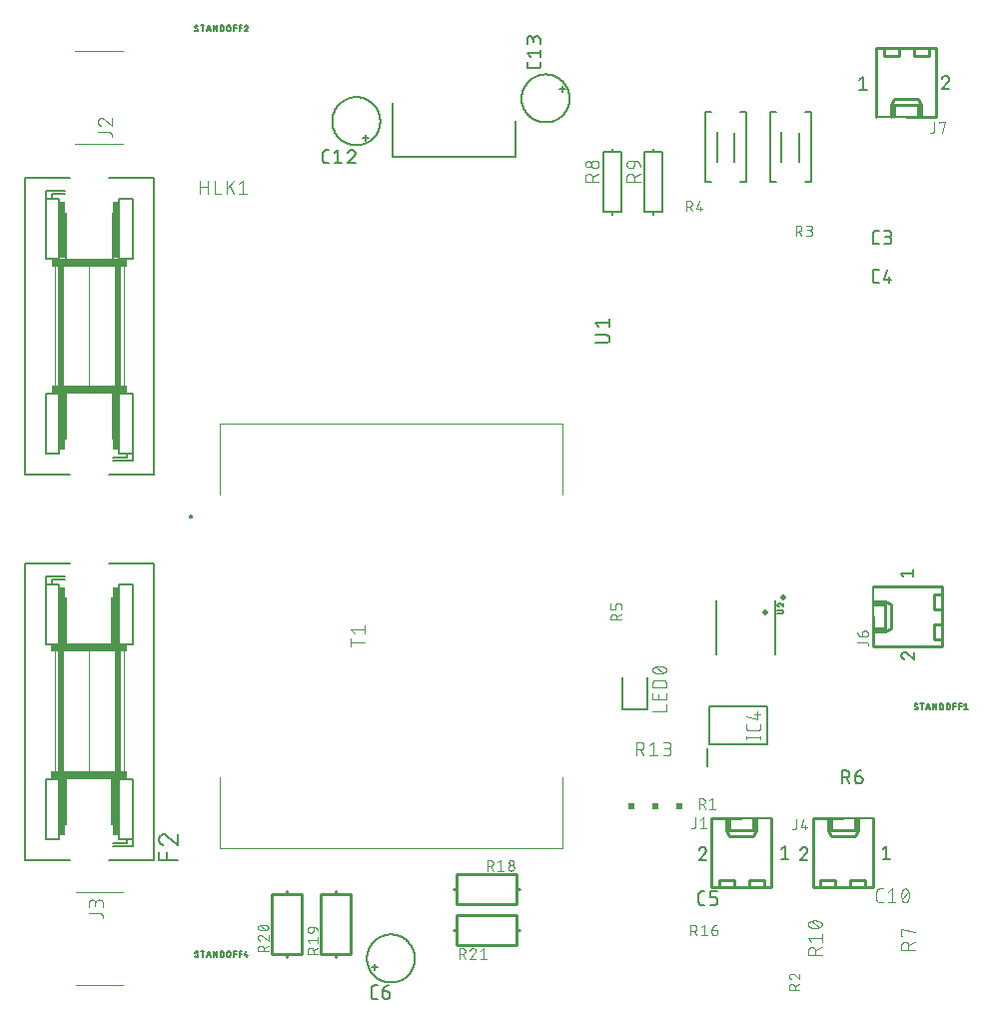
<source format=gbr>
G04 EAGLE Gerber RS-274X export*
G75*
%MOMM*%
%FSLAX34Y34*%
%LPD*%
%INSilkscreen Top*%
%IPPOS*%
%AMOC8*
5,1,8,0,0,1.08239X$1,22.5*%
G01*
%ADD10C,0.127000*%
%ADD11C,0.152400*%
%ADD12C,0.050800*%
%ADD13R,1.143000X0.635000*%
%ADD14R,4.064000X0.635000*%
%ADD15R,0.508000X10.160000*%
%ADD16R,0.127000X3.937000*%
%ADD17R,0.508000X4.826000*%
%ADD18C,0.101600*%
%ADD19C,0.100000*%
%ADD20C,0.254000*%
%ADD21C,0.203200*%
%ADD22C,0.177800*%
%ADD23C,0.200000*%
%ADD24C,0.200000*%
%ADD25C,0.508000*%
%ADD26R,0.508000X0.508000*%


D10*
X734705Y652455D02*
X732165Y652455D01*
X732065Y652457D01*
X731966Y652463D01*
X731866Y652473D01*
X731768Y652486D01*
X731669Y652504D01*
X731572Y652525D01*
X731476Y652550D01*
X731380Y652579D01*
X731286Y652612D01*
X731193Y652648D01*
X731102Y652688D01*
X731012Y652732D01*
X730924Y652779D01*
X730838Y652829D01*
X730754Y652883D01*
X730672Y652940D01*
X730593Y653000D01*
X730515Y653064D01*
X730441Y653130D01*
X730369Y653199D01*
X730300Y653271D01*
X730234Y653345D01*
X730170Y653423D01*
X730110Y653502D01*
X730053Y653584D01*
X729999Y653668D01*
X729949Y653754D01*
X729902Y653842D01*
X729858Y653932D01*
X729818Y654023D01*
X729782Y654116D01*
X729749Y654210D01*
X729720Y654306D01*
X729695Y654402D01*
X729674Y654499D01*
X729656Y654598D01*
X729643Y654696D01*
X729633Y654796D01*
X729627Y654895D01*
X729625Y654995D01*
X729625Y661345D01*
X729627Y661445D01*
X729633Y661544D01*
X729643Y661644D01*
X729656Y661742D01*
X729674Y661841D01*
X729695Y661938D01*
X729720Y662034D01*
X729749Y662130D01*
X729782Y662224D01*
X729818Y662317D01*
X729858Y662408D01*
X729902Y662498D01*
X729949Y662586D01*
X729999Y662672D01*
X730053Y662756D01*
X730110Y662838D01*
X730170Y662917D01*
X730234Y662995D01*
X730300Y663069D01*
X730369Y663141D01*
X730441Y663210D01*
X730515Y663276D01*
X730593Y663340D01*
X730672Y663400D01*
X730754Y663457D01*
X730838Y663511D01*
X730924Y663561D01*
X731012Y663608D01*
X731102Y663652D01*
X731193Y663692D01*
X731286Y663728D01*
X731380Y663761D01*
X731476Y663790D01*
X731572Y663815D01*
X731669Y663836D01*
X731768Y663854D01*
X731866Y663867D01*
X731966Y663877D01*
X732065Y663883D01*
X732165Y663885D01*
X734705Y663885D01*
X739187Y652455D02*
X742362Y652455D01*
X742473Y652457D01*
X742583Y652463D01*
X742694Y652472D01*
X742804Y652486D01*
X742913Y652503D01*
X743022Y652524D01*
X743130Y652549D01*
X743237Y652578D01*
X743343Y652610D01*
X743448Y652646D01*
X743551Y652686D01*
X743653Y652729D01*
X743754Y652776D01*
X743853Y652827D01*
X743950Y652880D01*
X744044Y652937D01*
X744137Y652998D01*
X744228Y653061D01*
X744317Y653128D01*
X744403Y653198D01*
X744486Y653271D01*
X744568Y653346D01*
X744646Y653424D01*
X744721Y653506D01*
X744794Y653589D01*
X744864Y653675D01*
X744931Y653764D01*
X744994Y653855D01*
X745055Y653948D01*
X745112Y654043D01*
X745165Y654139D01*
X745216Y654238D01*
X745263Y654339D01*
X745306Y654441D01*
X745346Y654544D01*
X745382Y654649D01*
X745414Y654755D01*
X745443Y654862D01*
X745468Y654970D01*
X745489Y655079D01*
X745506Y655188D01*
X745520Y655298D01*
X745529Y655409D01*
X745535Y655519D01*
X745537Y655630D01*
X745535Y655741D01*
X745529Y655851D01*
X745520Y655962D01*
X745506Y656072D01*
X745489Y656181D01*
X745468Y656290D01*
X745443Y656398D01*
X745414Y656505D01*
X745382Y656611D01*
X745346Y656716D01*
X745306Y656819D01*
X745263Y656921D01*
X745216Y657022D01*
X745165Y657121D01*
X745112Y657217D01*
X745055Y657312D01*
X744994Y657405D01*
X744931Y657496D01*
X744864Y657585D01*
X744794Y657671D01*
X744721Y657754D01*
X744646Y657836D01*
X744568Y657914D01*
X744486Y657989D01*
X744403Y658062D01*
X744317Y658132D01*
X744228Y658199D01*
X744137Y658262D01*
X744044Y658323D01*
X743950Y658380D01*
X743853Y658433D01*
X743754Y658484D01*
X743653Y658531D01*
X743551Y658574D01*
X743448Y658614D01*
X743343Y658650D01*
X743237Y658682D01*
X743130Y658711D01*
X743022Y658736D01*
X742913Y658757D01*
X742804Y658774D01*
X742694Y658788D01*
X742583Y658797D01*
X742473Y658803D01*
X742362Y658805D01*
X742997Y663885D02*
X739187Y663885D01*
X742997Y663885D02*
X743097Y663883D01*
X743196Y663877D01*
X743296Y663867D01*
X743394Y663854D01*
X743493Y663836D01*
X743590Y663815D01*
X743686Y663790D01*
X743782Y663761D01*
X743876Y663728D01*
X743969Y663692D01*
X744060Y663652D01*
X744150Y663608D01*
X744238Y663561D01*
X744324Y663511D01*
X744408Y663457D01*
X744490Y663400D01*
X744569Y663340D01*
X744647Y663276D01*
X744721Y663210D01*
X744793Y663141D01*
X744862Y663069D01*
X744928Y662995D01*
X744992Y662917D01*
X745052Y662838D01*
X745109Y662756D01*
X745163Y662672D01*
X745213Y662586D01*
X745260Y662498D01*
X745304Y662408D01*
X745344Y662317D01*
X745380Y662224D01*
X745413Y662130D01*
X745442Y662034D01*
X745467Y661938D01*
X745488Y661841D01*
X745506Y661742D01*
X745519Y661644D01*
X745529Y661544D01*
X745535Y661445D01*
X745537Y661345D01*
X745535Y661245D01*
X745529Y661146D01*
X745519Y661046D01*
X745506Y660948D01*
X745488Y660849D01*
X745467Y660752D01*
X745442Y660656D01*
X745413Y660560D01*
X745380Y660466D01*
X745344Y660373D01*
X745304Y660282D01*
X745260Y660192D01*
X745213Y660104D01*
X745163Y660018D01*
X745109Y659934D01*
X745052Y659852D01*
X744992Y659773D01*
X744928Y659695D01*
X744862Y659621D01*
X744793Y659549D01*
X744721Y659480D01*
X744647Y659414D01*
X744569Y659350D01*
X744490Y659290D01*
X744408Y659233D01*
X744324Y659179D01*
X744238Y659129D01*
X744150Y659082D01*
X744060Y659038D01*
X743969Y658998D01*
X743876Y658962D01*
X743782Y658929D01*
X743686Y658900D01*
X743590Y658875D01*
X743493Y658854D01*
X743394Y658836D01*
X743296Y658823D01*
X743196Y658813D01*
X743097Y658807D01*
X742997Y658805D01*
X740457Y658805D01*
X734705Y619755D02*
X732165Y619755D01*
X732065Y619757D01*
X731966Y619763D01*
X731866Y619773D01*
X731768Y619786D01*
X731669Y619804D01*
X731572Y619825D01*
X731476Y619850D01*
X731380Y619879D01*
X731286Y619912D01*
X731193Y619948D01*
X731102Y619988D01*
X731012Y620032D01*
X730924Y620079D01*
X730838Y620129D01*
X730754Y620183D01*
X730672Y620240D01*
X730593Y620300D01*
X730515Y620364D01*
X730441Y620430D01*
X730369Y620499D01*
X730300Y620571D01*
X730234Y620645D01*
X730170Y620723D01*
X730110Y620802D01*
X730053Y620884D01*
X729999Y620968D01*
X729949Y621054D01*
X729902Y621142D01*
X729858Y621232D01*
X729818Y621323D01*
X729782Y621416D01*
X729749Y621510D01*
X729720Y621606D01*
X729695Y621702D01*
X729674Y621799D01*
X729656Y621898D01*
X729643Y621996D01*
X729633Y622096D01*
X729627Y622195D01*
X729625Y622295D01*
X729625Y628645D01*
X729627Y628745D01*
X729633Y628844D01*
X729643Y628944D01*
X729656Y629042D01*
X729674Y629141D01*
X729695Y629238D01*
X729720Y629334D01*
X729749Y629430D01*
X729782Y629524D01*
X729818Y629617D01*
X729858Y629708D01*
X729902Y629798D01*
X729949Y629886D01*
X729999Y629972D01*
X730053Y630056D01*
X730110Y630138D01*
X730170Y630217D01*
X730234Y630295D01*
X730300Y630369D01*
X730369Y630441D01*
X730441Y630510D01*
X730515Y630576D01*
X730593Y630640D01*
X730672Y630700D01*
X730754Y630757D01*
X730838Y630811D01*
X730924Y630861D01*
X731012Y630908D01*
X731102Y630952D01*
X731193Y630992D01*
X731286Y631028D01*
X731380Y631061D01*
X731476Y631090D01*
X731572Y631115D01*
X731669Y631136D01*
X731768Y631154D01*
X731866Y631167D01*
X731966Y631177D01*
X732065Y631183D01*
X732165Y631185D01*
X734705Y631185D01*
X741727Y631185D02*
X739187Y622295D01*
X745537Y622295D01*
X743632Y624835D02*
X743632Y619755D01*
D11*
X307330Y42120D02*
X307330Y37040D01*
X309870Y39580D02*
X304790Y39580D01*
X300980Y47200D02*
X300986Y47699D01*
X301004Y48197D01*
X301035Y48695D01*
X301078Y49192D01*
X301133Y49687D01*
X301200Y50182D01*
X301279Y50674D01*
X301370Y51164D01*
X301474Y51652D01*
X301589Y52137D01*
X301716Y52620D01*
X301855Y53099D01*
X302006Y53574D01*
X302168Y54046D01*
X302342Y54513D01*
X302527Y54976D01*
X302723Y55435D01*
X302931Y55888D01*
X303150Y56336D01*
X303379Y56779D01*
X303620Y57216D01*
X303871Y57647D01*
X304133Y58071D01*
X304405Y58489D01*
X304687Y58900D01*
X304979Y59305D01*
X305281Y59702D01*
X305592Y60091D01*
X305914Y60472D01*
X306244Y60846D01*
X306583Y61211D01*
X306932Y61568D01*
X307289Y61917D01*
X307654Y62256D01*
X308028Y62586D01*
X308409Y62908D01*
X308798Y63219D01*
X309195Y63521D01*
X309600Y63813D01*
X310011Y64095D01*
X310429Y64367D01*
X310853Y64629D01*
X311284Y64880D01*
X311721Y65121D01*
X312164Y65350D01*
X312612Y65569D01*
X313065Y65777D01*
X313524Y65973D01*
X313987Y66158D01*
X314454Y66332D01*
X314926Y66494D01*
X315401Y66645D01*
X315880Y66784D01*
X316363Y66911D01*
X316848Y67026D01*
X317336Y67130D01*
X317826Y67221D01*
X318318Y67300D01*
X318813Y67367D01*
X319308Y67422D01*
X319805Y67465D01*
X320303Y67496D01*
X320801Y67514D01*
X321300Y67520D01*
X321799Y67514D01*
X322297Y67496D01*
X322795Y67465D01*
X323292Y67422D01*
X323787Y67367D01*
X324282Y67300D01*
X324774Y67221D01*
X325264Y67130D01*
X325752Y67026D01*
X326237Y66911D01*
X326720Y66784D01*
X327199Y66645D01*
X327674Y66494D01*
X328146Y66332D01*
X328613Y66158D01*
X329076Y65973D01*
X329535Y65777D01*
X329988Y65569D01*
X330436Y65350D01*
X330879Y65121D01*
X331316Y64880D01*
X331747Y64629D01*
X332171Y64367D01*
X332589Y64095D01*
X333000Y63813D01*
X333405Y63521D01*
X333802Y63219D01*
X334191Y62908D01*
X334572Y62586D01*
X334946Y62256D01*
X335311Y61917D01*
X335668Y61568D01*
X336017Y61211D01*
X336356Y60846D01*
X336686Y60472D01*
X337008Y60091D01*
X337319Y59702D01*
X337621Y59305D01*
X337913Y58900D01*
X338195Y58489D01*
X338467Y58071D01*
X338729Y57647D01*
X338980Y57216D01*
X339221Y56779D01*
X339450Y56336D01*
X339669Y55888D01*
X339877Y55435D01*
X340073Y54976D01*
X340258Y54513D01*
X340432Y54046D01*
X340594Y53574D01*
X340745Y53099D01*
X340884Y52620D01*
X341011Y52137D01*
X341126Y51652D01*
X341230Y51164D01*
X341321Y50674D01*
X341400Y50182D01*
X341467Y49687D01*
X341522Y49192D01*
X341565Y48695D01*
X341596Y48197D01*
X341614Y47699D01*
X341620Y47200D01*
X341614Y46701D01*
X341596Y46203D01*
X341565Y45705D01*
X341522Y45208D01*
X341467Y44713D01*
X341400Y44218D01*
X341321Y43726D01*
X341230Y43236D01*
X341126Y42748D01*
X341011Y42263D01*
X340884Y41780D01*
X340745Y41301D01*
X340594Y40826D01*
X340432Y40354D01*
X340258Y39887D01*
X340073Y39424D01*
X339877Y38965D01*
X339669Y38512D01*
X339450Y38064D01*
X339221Y37621D01*
X338980Y37184D01*
X338729Y36753D01*
X338467Y36329D01*
X338195Y35911D01*
X337913Y35500D01*
X337621Y35095D01*
X337319Y34698D01*
X337008Y34309D01*
X336686Y33928D01*
X336356Y33554D01*
X336017Y33189D01*
X335668Y32832D01*
X335311Y32483D01*
X334946Y32144D01*
X334572Y31814D01*
X334191Y31492D01*
X333802Y31181D01*
X333405Y30879D01*
X333000Y30587D01*
X332589Y30305D01*
X332171Y30033D01*
X331747Y29771D01*
X331316Y29520D01*
X330879Y29279D01*
X330436Y29050D01*
X329988Y28831D01*
X329535Y28623D01*
X329076Y28427D01*
X328613Y28242D01*
X328146Y28068D01*
X327674Y27906D01*
X327199Y27755D01*
X326720Y27616D01*
X326237Y27489D01*
X325752Y27374D01*
X325264Y27270D01*
X324774Y27179D01*
X324282Y27100D01*
X323787Y27033D01*
X323292Y26978D01*
X322795Y26935D01*
X322297Y26904D01*
X321799Y26886D01*
X321300Y26880D01*
X320801Y26886D01*
X320303Y26904D01*
X319805Y26935D01*
X319308Y26978D01*
X318813Y27033D01*
X318318Y27100D01*
X317826Y27179D01*
X317336Y27270D01*
X316848Y27374D01*
X316363Y27489D01*
X315880Y27616D01*
X315401Y27755D01*
X314926Y27906D01*
X314454Y28068D01*
X313987Y28242D01*
X313524Y28427D01*
X313065Y28623D01*
X312612Y28831D01*
X312164Y29050D01*
X311721Y29279D01*
X311284Y29520D01*
X310853Y29771D01*
X310429Y30033D01*
X310011Y30305D01*
X309600Y30587D01*
X309195Y30879D01*
X308798Y31181D01*
X308409Y31492D01*
X308028Y31814D01*
X307654Y32144D01*
X307289Y32483D01*
X306932Y32832D01*
X306583Y33189D01*
X306244Y33554D01*
X305914Y33928D01*
X305592Y34309D01*
X305281Y34698D01*
X304979Y35095D01*
X304687Y35500D01*
X304405Y35911D01*
X304133Y36329D01*
X303871Y36753D01*
X303620Y37184D01*
X303379Y37621D01*
X303150Y38064D01*
X302931Y38512D01*
X302723Y38965D01*
X302527Y39424D01*
X302342Y39887D01*
X302168Y40354D01*
X302006Y40826D01*
X301855Y41301D01*
X301716Y41780D01*
X301589Y42263D01*
X301474Y42748D01*
X301370Y43236D01*
X301279Y43726D01*
X301200Y44218D01*
X301133Y44713D01*
X301078Y45208D01*
X301035Y45705D01*
X301004Y46203D01*
X300986Y46701D01*
X300980Y47200D01*
D10*
X307203Y12915D02*
X309743Y12915D01*
X307203Y12915D02*
X307103Y12917D01*
X307004Y12923D01*
X306904Y12933D01*
X306806Y12946D01*
X306707Y12964D01*
X306610Y12985D01*
X306514Y13010D01*
X306418Y13039D01*
X306324Y13072D01*
X306231Y13108D01*
X306140Y13148D01*
X306050Y13192D01*
X305962Y13239D01*
X305876Y13289D01*
X305792Y13343D01*
X305710Y13400D01*
X305631Y13460D01*
X305553Y13524D01*
X305479Y13590D01*
X305407Y13659D01*
X305338Y13731D01*
X305272Y13805D01*
X305208Y13883D01*
X305148Y13962D01*
X305091Y14044D01*
X305037Y14128D01*
X304987Y14214D01*
X304940Y14302D01*
X304896Y14392D01*
X304856Y14483D01*
X304820Y14576D01*
X304787Y14670D01*
X304758Y14766D01*
X304733Y14862D01*
X304712Y14959D01*
X304694Y15058D01*
X304681Y15156D01*
X304671Y15256D01*
X304665Y15355D01*
X304663Y15455D01*
X304663Y21805D01*
X304665Y21905D01*
X304671Y22004D01*
X304681Y22104D01*
X304694Y22202D01*
X304712Y22301D01*
X304733Y22398D01*
X304758Y22494D01*
X304787Y22590D01*
X304820Y22684D01*
X304856Y22777D01*
X304896Y22868D01*
X304940Y22958D01*
X304987Y23046D01*
X305037Y23132D01*
X305091Y23216D01*
X305148Y23298D01*
X305208Y23377D01*
X305272Y23455D01*
X305338Y23529D01*
X305407Y23601D01*
X305479Y23670D01*
X305553Y23736D01*
X305631Y23800D01*
X305710Y23860D01*
X305792Y23917D01*
X305876Y23971D01*
X305962Y24021D01*
X306050Y24068D01*
X306140Y24112D01*
X306231Y24152D01*
X306324Y24188D01*
X306418Y24221D01*
X306514Y24250D01*
X306610Y24275D01*
X306707Y24296D01*
X306806Y24314D01*
X306904Y24327D01*
X307004Y24337D01*
X307103Y24343D01*
X307203Y24345D01*
X309743Y24345D01*
X314225Y19265D02*
X318035Y19265D01*
X318135Y19263D01*
X318234Y19257D01*
X318334Y19247D01*
X318432Y19234D01*
X318531Y19216D01*
X318628Y19195D01*
X318724Y19170D01*
X318820Y19141D01*
X318914Y19108D01*
X319007Y19072D01*
X319098Y19032D01*
X319188Y18988D01*
X319276Y18941D01*
X319362Y18891D01*
X319446Y18837D01*
X319528Y18780D01*
X319607Y18720D01*
X319685Y18656D01*
X319759Y18590D01*
X319831Y18521D01*
X319900Y18449D01*
X319966Y18375D01*
X320030Y18297D01*
X320090Y18218D01*
X320147Y18136D01*
X320201Y18052D01*
X320251Y17966D01*
X320298Y17878D01*
X320342Y17788D01*
X320382Y17697D01*
X320418Y17604D01*
X320451Y17510D01*
X320480Y17414D01*
X320505Y17318D01*
X320526Y17221D01*
X320544Y17122D01*
X320557Y17024D01*
X320567Y16924D01*
X320573Y16825D01*
X320575Y16725D01*
X320575Y16090D01*
X320573Y15979D01*
X320567Y15869D01*
X320558Y15758D01*
X320544Y15648D01*
X320527Y15539D01*
X320506Y15430D01*
X320481Y15322D01*
X320452Y15215D01*
X320420Y15109D01*
X320384Y15004D01*
X320344Y14901D01*
X320301Y14799D01*
X320254Y14698D01*
X320203Y14599D01*
X320150Y14502D01*
X320093Y14408D01*
X320032Y14315D01*
X319969Y14224D01*
X319902Y14135D01*
X319832Y14049D01*
X319759Y13966D01*
X319684Y13884D01*
X319606Y13806D01*
X319524Y13731D01*
X319441Y13658D01*
X319355Y13588D01*
X319266Y13521D01*
X319175Y13458D01*
X319082Y13397D01*
X318987Y13340D01*
X318891Y13287D01*
X318792Y13236D01*
X318691Y13189D01*
X318589Y13146D01*
X318486Y13106D01*
X318381Y13070D01*
X318275Y13038D01*
X318168Y13009D01*
X318060Y12984D01*
X317951Y12963D01*
X317842Y12946D01*
X317732Y12932D01*
X317621Y12923D01*
X317511Y12917D01*
X317400Y12915D01*
X317289Y12917D01*
X317179Y12923D01*
X317068Y12932D01*
X316958Y12946D01*
X316849Y12963D01*
X316740Y12984D01*
X316632Y13009D01*
X316525Y13038D01*
X316419Y13070D01*
X316314Y13106D01*
X316211Y13146D01*
X316109Y13189D01*
X316008Y13236D01*
X315909Y13287D01*
X315813Y13340D01*
X315718Y13397D01*
X315625Y13458D01*
X315534Y13521D01*
X315445Y13588D01*
X315359Y13658D01*
X315276Y13731D01*
X315194Y13806D01*
X315116Y13884D01*
X315041Y13966D01*
X314968Y14049D01*
X314898Y14135D01*
X314831Y14224D01*
X314768Y14315D01*
X314707Y14408D01*
X314650Y14502D01*
X314597Y14599D01*
X314546Y14698D01*
X314499Y14799D01*
X314456Y14901D01*
X314416Y15004D01*
X314380Y15109D01*
X314348Y15215D01*
X314319Y15322D01*
X314294Y15430D01*
X314273Y15539D01*
X314256Y15648D01*
X314242Y15758D01*
X314233Y15869D01*
X314227Y15979D01*
X314225Y16090D01*
X314225Y19265D01*
X314227Y19405D01*
X314233Y19545D01*
X314242Y19685D01*
X314256Y19824D01*
X314273Y19963D01*
X314294Y20101D01*
X314319Y20239D01*
X314348Y20376D01*
X314380Y20512D01*
X314417Y20647D01*
X314457Y20781D01*
X314500Y20914D01*
X314548Y21046D01*
X314598Y21177D01*
X314653Y21306D01*
X314711Y21433D01*
X314772Y21559D01*
X314837Y21683D01*
X314906Y21805D01*
X314977Y21925D01*
X315052Y22043D01*
X315130Y22160D01*
X315212Y22274D01*
X315296Y22385D01*
X315384Y22494D01*
X315474Y22601D01*
X315568Y22706D01*
X315664Y22807D01*
X315763Y22906D01*
X315864Y23002D01*
X315969Y23096D01*
X316076Y23186D01*
X316185Y23274D01*
X316296Y23358D01*
X316410Y23440D01*
X316527Y23518D01*
X316645Y23593D01*
X316765Y23664D01*
X316887Y23733D01*
X317011Y23798D01*
X317137Y23859D01*
X317264Y23917D01*
X317393Y23972D01*
X317524Y24022D01*
X317656Y24070D01*
X317789Y24113D01*
X317923Y24153D01*
X318058Y24190D01*
X318194Y24222D01*
X318331Y24251D01*
X318469Y24276D01*
X318607Y24297D01*
X318746Y24314D01*
X318885Y24328D01*
X319025Y24337D01*
X319165Y24343D01*
X319305Y24345D01*
D11*
X10990Y457370D02*
X10990Y708830D01*
X120210Y708830D02*
X120210Y457370D01*
D12*
X36390Y532300D02*
X36390Y633900D01*
X94810Y633900D02*
X94810Y532300D01*
D11*
X102430Y640250D02*
X102430Y691050D01*
X33850Y691050D02*
X28770Y691050D01*
X40200Y691050D02*
X40200Y640250D01*
X91000Y691050D02*
X102430Y691050D01*
X91000Y691050D02*
X91000Y640250D01*
X28770Y640250D02*
X28770Y691050D01*
X28770Y640250D02*
X40200Y640250D01*
X28770Y691050D02*
X28770Y697400D01*
X45280Y697400D01*
X45280Y694860D02*
X33850Y694860D01*
X33850Y691050D01*
X40200Y691050D01*
X91000Y640250D02*
X102430Y640250D01*
X28770Y525950D02*
X28770Y475150D01*
X97350Y475150D02*
X102430Y475150D01*
X91000Y475150D02*
X91000Y525950D01*
X40200Y475150D02*
X28770Y475150D01*
X40200Y475150D02*
X40200Y525950D01*
X102430Y525950D02*
X102430Y475150D01*
X102430Y525950D02*
X91000Y525950D01*
X102430Y475150D02*
X102430Y468800D01*
X85920Y468800D01*
X85920Y471340D02*
X97350Y471340D01*
X97350Y475150D01*
X91000Y475150D01*
X40200Y525950D02*
X28770Y525950D01*
D12*
X65600Y531030D02*
X65600Y635170D01*
D11*
X82110Y457370D02*
X120210Y457370D01*
X49090Y457370D02*
X10990Y457370D01*
X82110Y708830D02*
X120210Y708830D01*
X49090Y708830D02*
X10990Y708830D01*
D13*
X39565Y637075D03*
X91635Y637075D03*
D14*
X65600Y637075D03*
D13*
X91635Y529125D03*
X39565Y529125D03*
D14*
X65600Y529125D03*
D15*
X89730Y583100D03*
X41470Y583100D03*
D16*
X45915Y506265D03*
X85285Y506265D03*
X85285Y659935D03*
X45915Y659935D03*
D17*
X42740Y664380D03*
X88460Y664380D03*
X88460Y501820D03*
X42740Y501820D03*
D18*
X159508Y694808D02*
X159508Y706492D01*
X159508Y701299D02*
X165999Y701299D01*
X165999Y706492D02*
X165999Y694808D01*
X171723Y694808D02*
X171723Y706492D01*
X171723Y694808D02*
X176915Y694808D01*
X181775Y694808D02*
X181775Y706492D01*
X188266Y706492D02*
X181775Y699352D01*
X184372Y701948D02*
X188266Y694808D01*
X192655Y703896D02*
X195900Y706492D01*
X195900Y694808D01*
X192655Y694808D02*
X199146Y694808D01*
D19*
X93750Y737150D02*
X53750Y737150D01*
X53750Y815850D02*
X93750Y815850D01*
D18*
X81996Y747565D02*
X72908Y747565D01*
X81996Y747565D02*
X82095Y747563D01*
X82195Y747557D01*
X82294Y747548D01*
X82392Y747535D01*
X82490Y747518D01*
X82588Y747497D01*
X82684Y747472D01*
X82779Y747444D01*
X82873Y747412D01*
X82966Y747377D01*
X83058Y747338D01*
X83148Y747295D01*
X83236Y747250D01*
X83323Y747200D01*
X83407Y747148D01*
X83490Y747092D01*
X83570Y747034D01*
X83648Y746972D01*
X83723Y746907D01*
X83796Y746839D01*
X83866Y746769D01*
X83934Y746696D01*
X83999Y746621D01*
X84061Y746543D01*
X84119Y746463D01*
X84175Y746380D01*
X84227Y746296D01*
X84277Y746209D01*
X84322Y746121D01*
X84365Y746031D01*
X84404Y745939D01*
X84439Y745846D01*
X84471Y745752D01*
X84499Y745657D01*
X84524Y745561D01*
X84545Y745463D01*
X84562Y745365D01*
X84575Y745267D01*
X84584Y745168D01*
X84590Y745068D01*
X84592Y744969D01*
X84592Y743670D01*
X72908Y756409D02*
X72910Y756516D01*
X72916Y756622D01*
X72926Y756728D01*
X72939Y756834D01*
X72957Y756940D01*
X72978Y757044D01*
X73003Y757148D01*
X73032Y757251D01*
X73064Y757352D01*
X73101Y757452D01*
X73141Y757551D01*
X73184Y757649D01*
X73231Y757745D01*
X73282Y757839D01*
X73336Y757931D01*
X73393Y758021D01*
X73453Y758109D01*
X73517Y758194D01*
X73584Y758277D01*
X73654Y758358D01*
X73726Y758436D01*
X73802Y758512D01*
X73880Y758584D01*
X73961Y758654D01*
X74044Y758721D01*
X74129Y758785D01*
X74217Y758845D01*
X74307Y758902D01*
X74399Y758956D01*
X74493Y759007D01*
X74589Y759054D01*
X74687Y759097D01*
X74786Y759137D01*
X74886Y759174D01*
X74987Y759206D01*
X75090Y759235D01*
X75194Y759260D01*
X75298Y759281D01*
X75404Y759299D01*
X75510Y759312D01*
X75616Y759322D01*
X75722Y759328D01*
X75829Y759330D01*
X72908Y756409D02*
X72910Y756288D01*
X72916Y756167D01*
X72926Y756047D01*
X72939Y755926D01*
X72957Y755807D01*
X72978Y755687D01*
X73003Y755569D01*
X73032Y755452D01*
X73065Y755335D01*
X73101Y755220D01*
X73142Y755106D01*
X73185Y754993D01*
X73233Y754881D01*
X73284Y754772D01*
X73339Y754664D01*
X73397Y754557D01*
X73458Y754453D01*
X73523Y754351D01*
X73591Y754251D01*
X73662Y754153D01*
X73736Y754057D01*
X73813Y753964D01*
X73894Y753874D01*
X73977Y753786D01*
X74063Y753701D01*
X74152Y753618D01*
X74243Y753539D01*
X74337Y753462D01*
X74433Y753389D01*
X74531Y753319D01*
X74632Y753252D01*
X74735Y753188D01*
X74840Y753128D01*
X74947Y753070D01*
X75055Y753017D01*
X75165Y752967D01*
X75277Y752921D01*
X75390Y752878D01*
X75505Y752839D01*
X78101Y758355D02*
X78023Y758434D01*
X77943Y758510D01*
X77860Y758583D01*
X77774Y758653D01*
X77687Y758720D01*
X77596Y758784D01*
X77504Y758844D01*
X77410Y758902D01*
X77313Y758956D01*
X77215Y759006D01*
X77115Y759053D01*
X77014Y759097D01*
X76911Y759137D01*
X76806Y759173D01*
X76701Y759205D01*
X76594Y759234D01*
X76487Y759259D01*
X76378Y759281D01*
X76269Y759298D01*
X76160Y759312D01*
X76050Y759321D01*
X75939Y759327D01*
X75829Y759329D01*
X78101Y758356D02*
X84592Y752839D01*
X84592Y759330D01*
D19*
X94050Y103550D02*
X54050Y103550D01*
X54050Y24850D02*
X94050Y24850D01*
D18*
X74596Y85265D02*
X65508Y85265D01*
X74596Y85265D02*
X74695Y85263D01*
X74795Y85257D01*
X74894Y85248D01*
X74992Y85235D01*
X75090Y85218D01*
X75188Y85197D01*
X75284Y85172D01*
X75379Y85144D01*
X75473Y85112D01*
X75566Y85077D01*
X75658Y85038D01*
X75748Y84995D01*
X75836Y84950D01*
X75923Y84900D01*
X76007Y84848D01*
X76090Y84792D01*
X76170Y84734D01*
X76248Y84672D01*
X76323Y84607D01*
X76396Y84539D01*
X76466Y84469D01*
X76534Y84396D01*
X76599Y84321D01*
X76661Y84243D01*
X76719Y84163D01*
X76775Y84080D01*
X76827Y83996D01*
X76877Y83909D01*
X76922Y83821D01*
X76965Y83731D01*
X77004Y83639D01*
X77039Y83546D01*
X77071Y83452D01*
X77099Y83357D01*
X77124Y83261D01*
X77145Y83163D01*
X77162Y83065D01*
X77175Y82967D01*
X77184Y82868D01*
X77190Y82768D01*
X77192Y82669D01*
X77192Y81370D01*
X77192Y90538D02*
X77192Y93784D01*
X77190Y93897D01*
X77184Y94010D01*
X77174Y94123D01*
X77160Y94236D01*
X77143Y94348D01*
X77121Y94459D01*
X77096Y94569D01*
X77066Y94679D01*
X77033Y94787D01*
X76996Y94894D01*
X76956Y95000D01*
X76911Y95104D01*
X76863Y95207D01*
X76812Y95308D01*
X76757Y95407D01*
X76699Y95504D01*
X76637Y95599D01*
X76572Y95692D01*
X76504Y95782D01*
X76433Y95870D01*
X76358Y95956D01*
X76281Y96039D01*
X76201Y96119D01*
X76118Y96196D01*
X76032Y96271D01*
X75944Y96342D01*
X75854Y96410D01*
X75761Y96475D01*
X75666Y96537D01*
X75569Y96595D01*
X75470Y96650D01*
X75369Y96701D01*
X75266Y96749D01*
X75162Y96794D01*
X75056Y96834D01*
X74949Y96871D01*
X74841Y96904D01*
X74731Y96934D01*
X74621Y96959D01*
X74510Y96981D01*
X74398Y96998D01*
X74285Y97012D01*
X74172Y97022D01*
X74059Y97028D01*
X73946Y97030D01*
X73833Y97028D01*
X73720Y97022D01*
X73607Y97012D01*
X73494Y96998D01*
X73382Y96981D01*
X73271Y96959D01*
X73161Y96934D01*
X73051Y96904D01*
X72943Y96871D01*
X72836Y96834D01*
X72730Y96794D01*
X72626Y96749D01*
X72523Y96701D01*
X72422Y96650D01*
X72323Y96595D01*
X72226Y96537D01*
X72131Y96475D01*
X72038Y96410D01*
X71948Y96342D01*
X71860Y96271D01*
X71774Y96196D01*
X71691Y96119D01*
X71611Y96039D01*
X71534Y95956D01*
X71459Y95870D01*
X71388Y95782D01*
X71320Y95692D01*
X71255Y95599D01*
X71193Y95504D01*
X71135Y95407D01*
X71080Y95308D01*
X71029Y95207D01*
X70981Y95104D01*
X70936Y95000D01*
X70896Y94894D01*
X70859Y94787D01*
X70826Y94679D01*
X70796Y94569D01*
X70771Y94459D01*
X70749Y94348D01*
X70732Y94236D01*
X70718Y94123D01*
X70708Y94010D01*
X70702Y93897D01*
X70700Y93784D01*
X65508Y94433D02*
X65508Y90538D01*
X65508Y94433D02*
X65510Y94534D01*
X65516Y94634D01*
X65526Y94734D01*
X65539Y94834D01*
X65557Y94933D01*
X65578Y95032D01*
X65603Y95129D01*
X65632Y95226D01*
X65665Y95321D01*
X65701Y95415D01*
X65741Y95507D01*
X65784Y95598D01*
X65831Y95687D01*
X65881Y95774D01*
X65935Y95860D01*
X65992Y95943D01*
X66052Y96023D01*
X66115Y96102D01*
X66182Y96178D01*
X66251Y96251D01*
X66323Y96321D01*
X66397Y96389D01*
X66474Y96454D01*
X66554Y96515D01*
X66636Y96574D01*
X66720Y96629D01*
X66806Y96681D01*
X66894Y96730D01*
X66984Y96775D01*
X67076Y96817D01*
X67169Y96855D01*
X67264Y96889D01*
X67359Y96920D01*
X67456Y96947D01*
X67554Y96970D01*
X67653Y96990D01*
X67753Y97005D01*
X67853Y97017D01*
X67953Y97025D01*
X68054Y97029D01*
X68154Y97029D01*
X68255Y97025D01*
X68355Y97017D01*
X68455Y97005D01*
X68555Y96990D01*
X68654Y96970D01*
X68752Y96947D01*
X68849Y96920D01*
X68944Y96889D01*
X69039Y96855D01*
X69132Y96817D01*
X69224Y96775D01*
X69314Y96730D01*
X69402Y96681D01*
X69488Y96629D01*
X69572Y96574D01*
X69654Y96515D01*
X69734Y96454D01*
X69811Y96389D01*
X69885Y96321D01*
X69957Y96251D01*
X70026Y96178D01*
X70093Y96102D01*
X70156Y96023D01*
X70216Y95943D01*
X70273Y95860D01*
X70327Y95774D01*
X70377Y95687D01*
X70424Y95598D01*
X70467Y95507D01*
X70507Y95415D01*
X70543Y95321D01*
X70576Y95226D01*
X70605Y95129D01*
X70630Y95032D01*
X70651Y94933D01*
X70669Y94834D01*
X70682Y94734D01*
X70692Y94634D01*
X70698Y94534D01*
X70700Y94433D01*
X70701Y94433D02*
X70701Y91837D01*
D20*
X377100Y118500D02*
X427900Y118500D01*
X427900Y105800D01*
X427900Y93100D01*
X377100Y93100D01*
X377100Y105800D01*
X377100Y118500D01*
X427900Y105800D02*
X430440Y105800D01*
X377100Y105800D02*
X374560Y105800D01*
D18*
X403008Y121562D02*
X403008Y130452D01*
X405477Y130452D01*
X405575Y130450D01*
X405673Y130444D01*
X405771Y130434D01*
X405868Y130421D01*
X405965Y130403D01*
X406061Y130382D01*
X406155Y130357D01*
X406249Y130328D01*
X406342Y130296D01*
X406433Y130259D01*
X406523Y130220D01*
X406611Y130176D01*
X406697Y130129D01*
X406782Y130079D01*
X406864Y130026D01*
X406944Y129969D01*
X407022Y129909D01*
X407097Y129846D01*
X407170Y129780D01*
X407240Y129711D01*
X407307Y129640D01*
X407372Y129566D01*
X407433Y129489D01*
X407492Y129410D01*
X407547Y129329D01*
X407599Y129246D01*
X407647Y129160D01*
X407692Y129073D01*
X407734Y128984D01*
X407772Y128894D01*
X407806Y128802D01*
X407837Y128709D01*
X407864Y128614D01*
X407887Y128519D01*
X407907Y128422D01*
X407922Y128326D01*
X407934Y128228D01*
X407942Y128130D01*
X407946Y128032D01*
X407946Y127934D01*
X407942Y127836D01*
X407934Y127738D01*
X407922Y127640D01*
X407907Y127544D01*
X407887Y127447D01*
X407864Y127352D01*
X407837Y127257D01*
X407806Y127164D01*
X407772Y127072D01*
X407734Y126982D01*
X407692Y126893D01*
X407647Y126806D01*
X407599Y126720D01*
X407547Y126637D01*
X407492Y126556D01*
X407433Y126477D01*
X407372Y126400D01*
X407307Y126326D01*
X407240Y126255D01*
X407170Y126186D01*
X407097Y126120D01*
X407022Y126057D01*
X406944Y125997D01*
X406864Y125940D01*
X406782Y125887D01*
X406697Y125837D01*
X406611Y125790D01*
X406523Y125746D01*
X406433Y125707D01*
X406342Y125670D01*
X406249Y125638D01*
X406155Y125609D01*
X406061Y125584D01*
X405965Y125563D01*
X405868Y125545D01*
X405771Y125532D01*
X405673Y125522D01*
X405575Y125516D01*
X405477Y125514D01*
X405477Y125513D02*
X403008Y125513D01*
X405971Y125513D02*
X407947Y121562D01*
X411858Y128476D02*
X414327Y130452D01*
X414327Y121562D01*
X411858Y121562D02*
X416797Y121562D01*
X420774Y124031D02*
X420776Y124129D01*
X420782Y124227D01*
X420792Y124325D01*
X420805Y124422D01*
X420823Y124519D01*
X420844Y124615D01*
X420869Y124709D01*
X420898Y124803D01*
X420930Y124896D01*
X420967Y124987D01*
X421006Y125077D01*
X421050Y125165D01*
X421097Y125251D01*
X421147Y125336D01*
X421200Y125418D01*
X421257Y125498D01*
X421317Y125576D01*
X421380Y125651D01*
X421446Y125724D01*
X421515Y125794D01*
X421586Y125861D01*
X421660Y125926D01*
X421737Y125987D01*
X421816Y126046D01*
X421897Y126101D01*
X421980Y126153D01*
X422066Y126201D01*
X422153Y126246D01*
X422242Y126288D01*
X422332Y126326D01*
X422424Y126360D01*
X422517Y126391D01*
X422612Y126418D01*
X422707Y126441D01*
X422804Y126461D01*
X422900Y126476D01*
X422998Y126488D01*
X423096Y126496D01*
X423194Y126500D01*
X423292Y126500D01*
X423390Y126496D01*
X423488Y126488D01*
X423586Y126476D01*
X423682Y126461D01*
X423779Y126441D01*
X423874Y126418D01*
X423969Y126391D01*
X424062Y126360D01*
X424154Y126326D01*
X424244Y126288D01*
X424333Y126246D01*
X424420Y126201D01*
X424506Y126153D01*
X424589Y126101D01*
X424670Y126046D01*
X424749Y125987D01*
X424826Y125926D01*
X424900Y125861D01*
X424971Y125794D01*
X425040Y125724D01*
X425106Y125651D01*
X425169Y125576D01*
X425229Y125498D01*
X425286Y125418D01*
X425339Y125336D01*
X425389Y125251D01*
X425436Y125165D01*
X425480Y125077D01*
X425519Y124987D01*
X425556Y124896D01*
X425588Y124803D01*
X425617Y124709D01*
X425642Y124615D01*
X425663Y124519D01*
X425681Y124422D01*
X425694Y124325D01*
X425704Y124227D01*
X425710Y124129D01*
X425712Y124031D01*
X425710Y123933D01*
X425704Y123835D01*
X425694Y123737D01*
X425681Y123640D01*
X425663Y123543D01*
X425642Y123447D01*
X425617Y123353D01*
X425588Y123259D01*
X425556Y123166D01*
X425519Y123075D01*
X425480Y122985D01*
X425436Y122897D01*
X425389Y122811D01*
X425339Y122726D01*
X425286Y122644D01*
X425229Y122564D01*
X425169Y122486D01*
X425106Y122411D01*
X425040Y122338D01*
X424971Y122268D01*
X424900Y122201D01*
X424826Y122136D01*
X424749Y122075D01*
X424670Y122016D01*
X424589Y121961D01*
X424506Y121909D01*
X424420Y121861D01*
X424333Y121816D01*
X424244Y121774D01*
X424154Y121736D01*
X424062Y121702D01*
X423969Y121671D01*
X423874Y121644D01*
X423779Y121621D01*
X423682Y121601D01*
X423586Y121586D01*
X423488Y121574D01*
X423390Y121566D01*
X423292Y121562D01*
X423194Y121562D01*
X423096Y121566D01*
X422998Y121574D01*
X422900Y121586D01*
X422804Y121601D01*
X422707Y121621D01*
X422612Y121644D01*
X422517Y121671D01*
X422424Y121702D01*
X422332Y121736D01*
X422242Y121774D01*
X422153Y121816D01*
X422066Y121861D01*
X421980Y121909D01*
X421897Y121961D01*
X421816Y122016D01*
X421737Y122075D01*
X421660Y122136D01*
X421586Y122201D01*
X421515Y122268D01*
X421446Y122338D01*
X421380Y122411D01*
X421317Y122486D01*
X421257Y122564D01*
X421200Y122644D01*
X421147Y122726D01*
X421097Y122811D01*
X421050Y122897D01*
X421006Y122985D01*
X420967Y123075D01*
X420930Y123166D01*
X420898Y123259D01*
X420869Y123353D01*
X420844Y123447D01*
X420823Y123543D01*
X420805Y123640D01*
X420792Y123737D01*
X420782Y123835D01*
X420776Y123933D01*
X420774Y124031D01*
X421267Y128476D02*
X421269Y128563D01*
X421275Y128651D01*
X421284Y128738D01*
X421298Y128824D01*
X421315Y128910D01*
X421336Y128994D01*
X421361Y129078D01*
X421390Y129161D01*
X421422Y129242D01*
X421457Y129322D01*
X421496Y129400D01*
X421539Y129477D01*
X421585Y129551D01*
X421634Y129623D01*
X421686Y129693D01*
X421742Y129761D01*
X421800Y129826D01*
X421861Y129889D01*
X421925Y129948D01*
X421992Y130005D01*
X422060Y130059D01*
X422132Y130110D01*
X422205Y130157D01*
X422280Y130202D01*
X422358Y130243D01*
X422437Y130280D01*
X422517Y130314D01*
X422599Y130344D01*
X422682Y130371D01*
X422767Y130394D01*
X422852Y130413D01*
X422938Y130428D01*
X423025Y130440D01*
X423112Y130448D01*
X423199Y130452D01*
X423287Y130452D01*
X423374Y130448D01*
X423461Y130440D01*
X423548Y130428D01*
X423634Y130413D01*
X423719Y130394D01*
X423804Y130371D01*
X423887Y130344D01*
X423969Y130314D01*
X424049Y130280D01*
X424128Y130243D01*
X424206Y130202D01*
X424281Y130157D01*
X424354Y130110D01*
X424426Y130059D01*
X424494Y130005D01*
X424561Y129948D01*
X424625Y129889D01*
X424686Y129826D01*
X424744Y129761D01*
X424800Y129693D01*
X424852Y129623D01*
X424901Y129551D01*
X424947Y129477D01*
X424990Y129400D01*
X425029Y129322D01*
X425064Y129242D01*
X425096Y129161D01*
X425125Y129078D01*
X425150Y128994D01*
X425171Y128910D01*
X425188Y128824D01*
X425202Y128738D01*
X425211Y128651D01*
X425217Y128563D01*
X425219Y128476D01*
X425217Y128389D01*
X425211Y128301D01*
X425202Y128214D01*
X425188Y128128D01*
X425171Y128042D01*
X425150Y127958D01*
X425125Y127874D01*
X425096Y127791D01*
X425064Y127710D01*
X425029Y127630D01*
X424990Y127552D01*
X424947Y127475D01*
X424901Y127401D01*
X424852Y127329D01*
X424800Y127259D01*
X424744Y127191D01*
X424686Y127126D01*
X424625Y127063D01*
X424561Y127004D01*
X424494Y126947D01*
X424426Y126893D01*
X424354Y126842D01*
X424281Y126795D01*
X424206Y126750D01*
X424128Y126709D01*
X424049Y126672D01*
X423969Y126638D01*
X423887Y126608D01*
X423804Y126581D01*
X423719Y126558D01*
X423634Y126539D01*
X423548Y126524D01*
X423461Y126512D01*
X423374Y126504D01*
X423287Y126500D01*
X423199Y126500D01*
X423112Y126504D01*
X423025Y126512D01*
X422938Y126524D01*
X422852Y126539D01*
X422767Y126558D01*
X422682Y126581D01*
X422599Y126608D01*
X422517Y126638D01*
X422437Y126672D01*
X422358Y126709D01*
X422280Y126750D01*
X422205Y126795D01*
X422132Y126842D01*
X422060Y126893D01*
X421992Y126947D01*
X421925Y127004D01*
X421861Y127063D01*
X421800Y127126D01*
X421742Y127191D01*
X421686Y127259D01*
X421634Y127329D01*
X421585Y127401D01*
X421539Y127475D01*
X421496Y127552D01*
X421457Y127630D01*
X421422Y127710D01*
X421390Y127791D01*
X421361Y127874D01*
X421336Y127958D01*
X421315Y128042D01*
X421298Y128128D01*
X421284Y128214D01*
X421275Y128301D01*
X421269Y128389D01*
X421267Y128476D01*
D20*
X261900Y101700D02*
X261900Y50900D01*
X261900Y101700D02*
X274600Y101700D01*
X287300Y101700D01*
X287300Y50900D01*
X274600Y50900D01*
X261900Y50900D01*
X274600Y101700D02*
X274600Y104240D01*
X274600Y50900D02*
X274600Y48360D01*
D18*
X259438Y51208D02*
X250548Y51208D01*
X250548Y53677D01*
X250550Y53775D01*
X250556Y53873D01*
X250566Y53971D01*
X250579Y54068D01*
X250597Y54165D01*
X250618Y54261D01*
X250643Y54355D01*
X250672Y54449D01*
X250704Y54542D01*
X250741Y54633D01*
X250780Y54723D01*
X250824Y54811D01*
X250871Y54897D01*
X250921Y54982D01*
X250974Y55064D01*
X251031Y55144D01*
X251091Y55222D01*
X251154Y55297D01*
X251220Y55370D01*
X251289Y55440D01*
X251360Y55507D01*
X251434Y55572D01*
X251511Y55633D01*
X251590Y55692D01*
X251671Y55747D01*
X251754Y55799D01*
X251840Y55847D01*
X251927Y55892D01*
X252016Y55934D01*
X252106Y55972D01*
X252198Y56006D01*
X252291Y56037D01*
X252386Y56064D01*
X252481Y56087D01*
X252578Y56107D01*
X252674Y56122D01*
X252772Y56134D01*
X252870Y56142D01*
X252968Y56146D01*
X253066Y56146D01*
X253164Y56142D01*
X253262Y56134D01*
X253360Y56122D01*
X253456Y56107D01*
X253553Y56087D01*
X253648Y56064D01*
X253743Y56037D01*
X253836Y56006D01*
X253928Y55972D01*
X254018Y55934D01*
X254107Y55892D01*
X254194Y55847D01*
X254280Y55799D01*
X254363Y55747D01*
X254444Y55692D01*
X254523Y55633D01*
X254600Y55572D01*
X254674Y55507D01*
X254745Y55440D01*
X254814Y55370D01*
X254880Y55297D01*
X254943Y55222D01*
X255003Y55144D01*
X255060Y55064D01*
X255113Y54982D01*
X255163Y54897D01*
X255210Y54811D01*
X255254Y54723D01*
X255293Y54633D01*
X255330Y54542D01*
X255362Y54449D01*
X255391Y54355D01*
X255416Y54261D01*
X255437Y54165D01*
X255455Y54068D01*
X255468Y53971D01*
X255478Y53873D01*
X255484Y53775D01*
X255486Y53677D01*
X255487Y53677D02*
X255487Y51208D01*
X255487Y54171D02*
X259438Y56147D01*
X252524Y60058D02*
X250548Y62527D01*
X259438Y62527D01*
X259438Y60058D02*
X259438Y64997D01*
X255487Y70949D02*
X255487Y73912D01*
X255487Y70949D02*
X255485Y70863D01*
X255479Y70777D01*
X255470Y70691D01*
X255457Y70606D01*
X255440Y70521D01*
X255420Y70438D01*
X255396Y70355D01*
X255368Y70273D01*
X255337Y70193D01*
X255302Y70114D01*
X255264Y70037D01*
X255222Y69961D01*
X255178Y69887D01*
X255130Y69816D01*
X255079Y69746D01*
X255025Y69679D01*
X254968Y69614D01*
X254908Y69552D01*
X254846Y69492D01*
X254781Y69435D01*
X254714Y69381D01*
X254644Y69330D01*
X254573Y69282D01*
X254499Y69238D01*
X254423Y69196D01*
X254346Y69158D01*
X254267Y69123D01*
X254187Y69092D01*
X254105Y69064D01*
X254022Y69040D01*
X253939Y69020D01*
X253854Y69003D01*
X253769Y68990D01*
X253683Y68981D01*
X253597Y68975D01*
X253511Y68973D01*
X253017Y68973D01*
X253017Y68974D02*
X252919Y68976D01*
X252821Y68982D01*
X252723Y68992D01*
X252626Y69005D01*
X252529Y69023D01*
X252433Y69044D01*
X252339Y69069D01*
X252245Y69098D01*
X252152Y69130D01*
X252061Y69167D01*
X251971Y69206D01*
X251883Y69250D01*
X251797Y69297D01*
X251712Y69347D01*
X251630Y69400D01*
X251550Y69457D01*
X251472Y69517D01*
X251397Y69580D01*
X251324Y69646D01*
X251254Y69715D01*
X251187Y69786D01*
X251122Y69860D01*
X251061Y69937D01*
X251002Y70016D01*
X250947Y70097D01*
X250895Y70180D01*
X250847Y70266D01*
X250802Y70353D01*
X250760Y70442D01*
X250722Y70532D01*
X250688Y70624D01*
X250657Y70717D01*
X250630Y70812D01*
X250607Y70907D01*
X250587Y71004D01*
X250572Y71100D01*
X250560Y71198D01*
X250552Y71296D01*
X250548Y71394D01*
X250548Y71492D01*
X250552Y71590D01*
X250560Y71688D01*
X250572Y71786D01*
X250587Y71882D01*
X250607Y71979D01*
X250630Y72074D01*
X250657Y72169D01*
X250688Y72262D01*
X250722Y72354D01*
X250760Y72444D01*
X250802Y72533D01*
X250847Y72620D01*
X250895Y72706D01*
X250947Y72789D01*
X251002Y72870D01*
X251061Y72949D01*
X251122Y73026D01*
X251187Y73100D01*
X251254Y73171D01*
X251324Y73240D01*
X251397Y73306D01*
X251472Y73369D01*
X251550Y73429D01*
X251630Y73486D01*
X251712Y73539D01*
X251797Y73589D01*
X251883Y73636D01*
X251971Y73680D01*
X252061Y73719D01*
X252152Y73756D01*
X252245Y73788D01*
X252339Y73817D01*
X252433Y73842D01*
X252529Y73863D01*
X252626Y73881D01*
X252723Y73894D01*
X252821Y73904D01*
X252919Y73910D01*
X253017Y73912D01*
X255487Y73912D01*
X255611Y73910D01*
X255735Y73904D01*
X255859Y73894D01*
X255982Y73881D01*
X256105Y73863D01*
X256227Y73842D01*
X256349Y73817D01*
X256470Y73788D01*
X256589Y73755D01*
X256708Y73719D01*
X256825Y73678D01*
X256941Y73635D01*
X257056Y73587D01*
X257169Y73536D01*
X257281Y73481D01*
X257390Y73423D01*
X257498Y73362D01*
X257604Y73297D01*
X257708Y73229D01*
X257809Y73157D01*
X257909Y73083D01*
X258005Y73005D01*
X258100Y72925D01*
X258192Y72841D01*
X258281Y72755D01*
X258367Y72666D01*
X258451Y72574D01*
X258531Y72479D01*
X258609Y72383D01*
X258683Y72283D01*
X258755Y72182D01*
X258823Y72078D01*
X258888Y71972D01*
X258949Y71864D01*
X259007Y71755D01*
X259062Y71643D01*
X259113Y71530D01*
X259161Y71415D01*
X259204Y71299D01*
X259245Y71182D01*
X259281Y71063D01*
X259314Y70944D01*
X259343Y70823D01*
X259368Y70701D01*
X259389Y70579D01*
X259407Y70456D01*
X259420Y70333D01*
X259430Y70209D01*
X259436Y70085D01*
X259438Y69961D01*
D20*
X245600Y50900D02*
X245600Y101700D01*
X245600Y50900D02*
X232900Y50900D01*
X220200Y50900D01*
X220200Y101700D01*
X232900Y101700D01*
X245600Y101700D01*
X232900Y50900D02*
X232900Y48360D01*
X232900Y101700D02*
X232900Y104240D01*
D18*
X217452Y53088D02*
X208562Y53088D01*
X208562Y55557D01*
X208564Y55655D01*
X208570Y55753D01*
X208580Y55851D01*
X208593Y55948D01*
X208611Y56045D01*
X208632Y56141D01*
X208657Y56235D01*
X208686Y56329D01*
X208718Y56422D01*
X208755Y56513D01*
X208794Y56603D01*
X208838Y56691D01*
X208885Y56777D01*
X208935Y56862D01*
X208988Y56944D01*
X209045Y57024D01*
X209105Y57102D01*
X209168Y57177D01*
X209234Y57250D01*
X209303Y57320D01*
X209374Y57387D01*
X209448Y57452D01*
X209525Y57513D01*
X209604Y57572D01*
X209685Y57627D01*
X209768Y57679D01*
X209854Y57727D01*
X209941Y57772D01*
X210030Y57814D01*
X210120Y57852D01*
X210212Y57886D01*
X210305Y57917D01*
X210400Y57944D01*
X210495Y57967D01*
X210592Y57987D01*
X210688Y58002D01*
X210786Y58014D01*
X210884Y58022D01*
X210982Y58026D01*
X211080Y58026D01*
X211178Y58022D01*
X211276Y58014D01*
X211374Y58002D01*
X211470Y57987D01*
X211567Y57967D01*
X211662Y57944D01*
X211757Y57917D01*
X211850Y57886D01*
X211942Y57852D01*
X212032Y57814D01*
X212121Y57772D01*
X212208Y57727D01*
X212294Y57679D01*
X212377Y57627D01*
X212458Y57572D01*
X212537Y57513D01*
X212614Y57452D01*
X212688Y57387D01*
X212759Y57320D01*
X212828Y57250D01*
X212894Y57177D01*
X212957Y57102D01*
X213017Y57024D01*
X213074Y56944D01*
X213127Y56862D01*
X213177Y56777D01*
X213224Y56691D01*
X213268Y56603D01*
X213307Y56513D01*
X213344Y56422D01*
X213376Y56329D01*
X213405Y56235D01*
X213430Y56141D01*
X213451Y56045D01*
X213469Y55948D01*
X213482Y55851D01*
X213492Y55753D01*
X213498Y55655D01*
X213500Y55557D01*
X213501Y55557D02*
X213501Y53088D01*
X213501Y56051D02*
X217452Y58027D01*
X210785Y66877D02*
X210693Y66875D01*
X210601Y66869D01*
X210510Y66860D01*
X210419Y66847D01*
X210329Y66830D01*
X210239Y66809D01*
X210151Y66785D01*
X210063Y66757D01*
X209977Y66725D01*
X209892Y66690D01*
X209809Y66651D01*
X209727Y66609D01*
X209647Y66564D01*
X209569Y66515D01*
X209493Y66463D01*
X209420Y66408D01*
X209348Y66350D01*
X209279Y66290D01*
X209213Y66226D01*
X209149Y66160D01*
X209089Y66091D01*
X209031Y66019D01*
X208976Y65946D01*
X208924Y65870D01*
X208875Y65792D01*
X208830Y65712D01*
X208788Y65630D01*
X208749Y65547D01*
X208714Y65462D01*
X208682Y65376D01*
X208654Y65288D01*
X208630Y65200D01*
X208609Y65110D01*
X208592Y65020D01*
X208579Y64929D01*
X208570Y64838D01*
X208564Y64746D01*
X208562Y64654D01*
X208564Y64548D01*
X208570Y64443D01*
X208580Y64338D01*
X208593Y64233D01*
X208611Y64129D01*
X208632Y64026D01*
X208657Y63923D01*
X208686Y63821D01*
X208719Y63721D01*
X208755Y63622D01*
X208795Y63524D01*
X208839Y63428D01*
X208886Y63333D01*
X208936Y63241D01*
X208990Y63150D01*
X209048Y63061D01*
X209108Y62975D01*
X209172Y62891D01*
X209238Y62809D01*
X209308Y62729D01*
X209381Y62653D01*
X209456Y62579D01*
X209534Y62508D01*
X209615Y62440D01*
X209698Y62374D01*
X209784Y62312D01*
X209871Y62254D01*
X209961Y62198D01*
X210053Y62146D01*
X210147Y62097D01*
X210242Y62052D01*
X210339Y62010D01*
X210438Y61972D01*
X210537Y61938D01*
X212514Y66135D02*
X212445Y66204D01*
X212375Y66270D01*
X212301Y66333D01*
X212225Y66392D01*
X212147Y66449D01*
X212067Y66503D01*
X211984Y66553D01*
X211900Y66600D01*
X211813Y66643D01*
X211725Y66683D01*
X211636Y66719D01*
X211545Y66752D01*
X211453Y66781D01*
X211359Y66806D01*
X211265Y66827D01*
X211170Y66845D01*
X211074Y66858D01*
X210978Y66868D01*
X210882Y66874D01*
X210785Y66876D01*
X212513Y66136D02*
X217452Y61938D01*
X217452Y66877D01*
X213007Y70853D02*
X212832Y70855D01*
X212657Y70861D01*
X212483Y70872D01*
X212308Y70886D01*
X212135Y70905D01*
X211961Y70928D01*
X211788Y70955D01*
X211616Y70986D01*
X211445Y71021D01*
X211275Y71061D01*
X211105Y71104D01*
X210937Y71152D01*
X210770Y71203D01*
X210604Y71258D01*
X210439Y71318D01*
X210276Y71381D01*
X210115Y71448D01*
X209955Y71519D01*
X209797Y71594D01*
X209796Y71595D02*
X209718Y71624D01*
X209640Y71656D01*
X209565Y71693D01*
X209491Y71732D01*
X209419Y71775D01*
X209348Y71821D01*
X209281Y71871D01*
X209215Y71923D01*
X209152Y71978D01*
X209092Y72037D01*
X209034Y72098D01*
X208979Y72161D01*
X208927Y72227D01*
X208878Y72296D01*
X208833Y72366D01*
X208790Y72438D01*
X208751Y72513D01*
X208716Y72589D01*
X208684Y72666D01*
X208656Y72745D01*
X208631Y72826D01*
X208610Y72907D01*
X208593Y72989D01*
X208579Y73072D01*
X208570Y73155D01*
X208564Y73239D01*
X208562Y73323D01*
X208564Y73407D01*
X208570Y73491D01*
X208579Y73574D01*
X208593Y73657D01*
X208610Y73739D01*
X208631Y73820D01*
X208656Y73901D01*
X208684Y73980D01*
X208716Y74057D01*
X208751Y74133D01*
X208790Y74208D01*
X208833Y74280D01*
X208878Y74351D01*
X208927Y74419D01*
X208979Y74485D01*
X209034Y74548D01*
X209092Y74609D01*
X209152Y74668D01*
X209215Y74723D01*
X209281Y74775D01*
X209348Y74825D01*
X209419Y74871D01*
X209491Y74914D01*
X209565Y74953D01*
X209640Y74990D01*
X209718Y75022D01*
X209797Y75051D01*
X209955Y75126D01*
X210115Y75197D01*
X210276Y75264D01*
X210439Y75327D01*
X210604Y75387D01*
X210770Y75442D01*
X210937Y75493D01*
X211105Y75541D01*
X211275Y75584D01*
X211445Y75624D01*
X211616Y75659D01*
X211788Y75690D01*
X211961Y75717D01*
X212135Y75740D01*
X212308Y75759D01*
X212483Y75773D01*
X212657Y75784D01*
X212832Y75790D01*
X213007Y75792D01*
X213007Y70853D02*
X213182Y70855D01*
X213357Y70861D01*
X213531Y70872D01*
X213706Y70886D01*
X213879Y70905D01*
X214053Y70928D01*
X214226Y70955D01*
X214398Y70986D01*
X214569Y71021D01*
X214739Y71061D01*
X214909Y71104D01*
X215077Y71152D01*
X215244Y71203D01*
X215410Y71258D01*
X215575Y71318D01*
X215738Y71381D01*
X215899Y71448D01*
X216059Y71519D01*
X216217Y71594D01*
X216218Y71595D02*
X216296Y71624D01*
X216374Y71656D01*
X216449Y71693D01*
X216523Y71732D01*
X216596Y71775D01*
X216666Y71821D01*
X216733Y71871D01*
X216799Y71923D01*
X216862Y71979D01*
X216923Y72037D01*
X216980Y72098D01*
X217035Y72161D01*
X217087Y72227D01*
X217136Y72296D01*
X217181Y72366D01*
X217224Y72438D01*
X217263Y72513D01*
X217298Y72589D01*
X217330Y72667D01*
X217358Y72746D01*
X217383Y72826D01*
X217404Y72907D01*
X217421Y72989D01*
X217435Y73072D01*
X217444Y73155D01*
X217450Y73239D01*
X217452Y73323D01*
X216217Y75051D02*
X216059Y75126D01*
X215899Y75197D01*
X215738Y75264D01*
X215575Y75327D01*
X215410Y75387D01*
X215244Y75442D01*
X215077Y75493D01*
X214909Y75541D01*
X214739Y75584D01*
X214569Y75624D01*
X214398Y75659D01*
X214226Y75690D01*
X214053Y75717D01*
X213879Y75740D01*
X213706Y75759D01*
X213531Y75773D01*
X213357Y75784D01*
X213182Y75790D01*
X213007Y75792D01*
X216218Y75051D02*
X216296Y75022D01*
X216374Y74990D01*
X216449Y74953D01*
X216523Y74914D01*
X216596Y74871D01*
X216666Y74825D01*
X216733Y74775D01*
X216799Y74723D01*
X216862Y74667D01*
X216922Y74609D01*
X216980Y74548D01*
X217035Y74485D01*
X217087Y74419D01*
X217136Y74350D01*
X217181Y74280D01*
X217224Y74208D01*
X217263Y74133D01*
X217298Y74057D01*
X217330Y73980D01*
X217358Y73901D01*
X217383Y73820D01*
X217404Y73739D01*
X217421Y73657D01*
X217435Y73574D01*
X217444Y73491D01*
X217450Y73407D01*
X217452Y73323D01*
X215476Y71347D02*
X210538Y75298D01*
D20*
X377100Y58300D02*
X427900Y58300D01*
X377100Y58300D02*
X377100Y71000D01*
X377100Y83700D01*
X427900Y83700D01*
X427900Y71000D01*
X427900Y58300D01*
X377100Y71000D02*
X374560Y71000D01*
X427900Y71000D02*
X430440Y71000D01*
D18*
X379288Y55738D02*
X379288Y46848D01*
X379288Y55738D02*
X381757Y55738D01*
X381855Y55736D01*
X381953Y55730D01*
X382051Y55720D01*
X382148Y55707D01*
X382245Y55689D01*
X382341Y55668D01*
X382435Y55643D01*
X382529Y55614D01*
X382622Y55582D01*
X382713Y55545D01*
X382803Y55506D01*
X382891Y55462D01*
X382977Y55415D01*
X383062Y55365D01*
X383144Y55312D01*
X383224Y55255D01*
X383302Y55195D01*
X383377Y55132D01*
X383450Y55066D01*
X383520Y54997D01*
X383587Y54926D01*
X383652Y54852D01*
X383713Y54775D01*
X383772Y54696D01*
X383827Y54615D01*
X383879Y54532D01*
X383927Y54446D01*
X383972Y54359D01*
X384014Y54270D01*
X384052Y54180D01*
X384086Y54088D01*
X384117Y53995D01*
X384144Y53900D01*
X384167Y53805D01*
X384187Y53708D01*
X384202Y53612D01*
X384214Y53514D01*
X384222Y53416D01*
X384226Y53318D01*
X384226Y53220D01*
X384222Y53122D01*
X384214Y53024D01*
X384202Y52926D01*
X384187Y52830D01*
X384167Y52733D01*
X384144Y52638D01*
X384117Y52543D01*
X384086Y52450D01*
X384052Y52358D01*
X384014Y52268D01*
X383972Y52179D01*
X383927Y52092D01*
X383879Y52006D01*
X383827Y51923D01*
X383772Y51842D01*
X383713Y51763D01*
X383652Y51686D01*
X383587Y51612D01*
X383520Y51541D01*
X383450Y51472D01*
X383377Y51406D01*
X383302Y51343D01*
X383224Y51283D01*
X383144Y51226D01*
X383062Y51173D01*
X382977Y51123D01*
X382891Y51076D01*
X382803Y51032D01*
X382713Y50993D01*
X382622Y50956D01*
X382529Y50924D01*
X382435Y50895D01*
X382341Y50870D01*
X382245Y50849D01*
X382148Y50831D01*
X382051Y50818D01*
X381953Y50808D01*
X381855Y50802D01*
X381757Y50800D01*
X381757Y50799D02*
X379288Y50799D01*
X382251Y50799D02*
X384227Y46848D01*
X393077Y53516D02*
X393075Y53608D01*
X393069Y53700D01*
X393060Y53791D01*
X393047Y53882D01*
X393030Y53972D01*
X393009Y54062D01*
X392985Y54150D01*
X392957Y54238D01*
X392925Y54324D01*
X392890Y54409D01*
X392851Y54492D01*
X392809Y54574D01*
X392764Y54654D01*
X392715Y54732D01*
X392663Y54808D01*
X392608Y54881D01*
X392550Y54953D01*
X392490Y55022D01*
X392426Y55088D01*
X392360Y55152D01*
X392291Y55212D01*
X392219Y55270D01*
X392146Y55325D01*
X392070Y55377D01*
X391992Y55426D01*
X391912Y55471D01*
X391830Y55513D01*
X391747Y55552D01*
X391662Y55587D01*
X391576Y55619D01*
X391488Y55647D01*
X391400Y55671D01*
X391310Y55692D01*
X391220Y55709D01*
X391129Y55722D01*
X391038Y55731D01*
X390946Y55737D01*
X390854Y55739D01*
X390854Y55738D02*
X390748Y55736D01*
X390643Y55730D01*
X390538Y55720D01*
X390433Y55707D01*
X390329Y55689D01*
X390226Y55668D01*
X390123Y55643D01*
X390021Y55614D01*
X389921Y55581D01*
X389822Y55545D01*
X389724Y55505D01*
X389628Y55461D01*
X389533Y55414D01*
X389441Y55364D01*
X389350Y55310D01*
X389261Y55252D01*
X389175Y55192D01*
X389091Y55128D01*
X389009Y55062D01*
X388929Y54992D01*
X388853Y54919D01*
X388779Y54844D01*
X388708Y54766D01*
X388640Y54685D01*
X388574Y54602D01*
X388512Y54516D01*
X388454Y54429D01*
X388398Y54339D01*
X388346Y54247D01*
X388297Y54153D01*
X388252Y54058D01*
X388210Y53961D01*
X388172Y53862D01*
X388138Y53763D01*
X392335Y51787D02*
X392404Y51856D01*
X392470Y51926D01*
X392533Y52000D01*
X392592Y52076D01*
X392649Y52154D01*
X392703Y52234D01*
X392753Y52317D01*
X392800Y52401D01*
X392843Y52488D01*
X392883Y52576D01*
X392919Y52665D01*
X392952Y52756D01*
X392981Y52848D01*
X393006Y52942D01*
X393027Y53036D01*
X393045Y53131D01*
X393058Y53227D01*
X393068Y53323D01*
X393074Y53419D01*
X393076Y53516D01*
X392336Y51787D02*
X388138Y46848D01*
X393077Y46848D01*
X397053Y53762D02*
X399523Y55738D01*
X399523Y46848D01*
X401992Y46848D02*
X397053Y46848D01*
X664408Y659462D02*
X664408Y668352D01*
X666877Y668352D01*
X666975Y668350D01*
X667073Y668344D01*
X667171Y668334D01*
X667268Y668321D01*
X667365Y668303D01*
X667461Y668282D01*
X667555Y668257D01*
X667649Y668228D01*
X667742Y668196D01*
X667833Y668159D01*
X667923Y668120D01*
X668011Y668076D01*
X668097Y668029D01*
X668182Y667979D01*
X668264Y667926D01*
X668344Y667869D01*
X668422Y667809D01*
X668497Y667746D01*
X668570Y667680D01*
X668640Y667611D01*
X668707Y667540D01*
X668772Y667466D01*
X668833Y667389D01*
X668892Y667310D01*
X668947Y667229D01*
X668999Y667146D01*
X669047Y667060D01*
X669092Y666973D01*
X669134Y666884D01*
X669172Y666794D01*
X669206Y666702D01*
X669237Y666609D01*
X669264Y666514D01*
X669287Y666419D01*
X669307Y666322D01*
X669322Y666226D01*
X669334Y666128D01*
X669342Y666030D01*
X669346Y665932D01*
X669346Y665834D01*
X669342Y665736D01*
X669334Y665638D01*
X669322Y665540D01*
X669307Y665444D01*
X669287Y665347D01*
X669264Y665252D01*
X669237Y665157D01*
X669206Y665064D01*
X669172Y664972D01*
X669134Y664882D01*
X669092Y664793D01*
X669047Y664706D01*
X668999Y664620D01*
X668947Y664537D01*
X668892Y664456D01*
X668833Y664377D01*
X668772Y664300D01*
X668707Y664226D01*
X668640Y664155D01*
X668570Y664086D01*
X668497Y664020D01*
X668422Y663957D01*
X668344Y663897D01*
X668264Y663840D01*
X668182Y663787D01*
X668097Y663737D01*
X668011Y663690D01*
X667923Y663646D01*
X667833Y663607D01*
X667742Y663570D01*
X667649Y663538D01*
X667555Y663509D01*
X667461Y663484D01*
X667365Y663463D01*
X667268Y663445D01*
X667171Y663432D01*
X667073Y663422D01*
X666975Y663416D01*
X666877Y663414D01*
X666877Y663413D02*
X664408Y663413D01*
X667371Y663413D02*
X669347Y659462D01*
X673258Y659462D02*
X675727Y659462D01*
X675825Y659464D01*
X675923Y659470D01*
X676021Y659480D01*
X676118Y659493D01*
X676215Y659511D01*
X676311Y659532D01*
X676405Y659557D01*
X676499Y659586D01*
X676592Y659618D01*
X676683Y659655D01*
X676773Y659694D01*
X676861Y659738D01*
X676947Y659785D01*
X677032Y659835D01*
X677114Y659888D01*
X677194Y659945D01*
X677272Y660005D01*
X677347Y660068D01*
X677420Y660134D01*
X677490Y660203D01*
X677557Y660274D01*
X677622Y660348D01*
X677683Y660425D01*
X677742Y660504D01*
X677797Y660585D01*
X677849Y660668D01*
X677897Y660754D01*
X677942Y660841D01*
X677984Y660930D01*
X678022Y661020D01*
X678056Y661112D01*
X678087Y661205D01*
X678114Y661300D01*
X678137Y661395D01*
X678157Y661492D01*
X678172Y661588D01*
X678184Y661686D01*
X678192Y661784D01*
X678196Y661882D01*
X678196Y661980D01*
X678192Y662078D01*
X678184Y662176D01*
X678172Y662274D01*
X678157Y662370D01*
X678137Y662467D01*
X678114Y662562D01*
X678087Y662657D01*
X678056Y662750D01*
X678022Y662842D01*
X677984Y662932D01*
X677942Y663021D01*
X677897Y663108D01*
X677849Y663194D01*
X677797Y663277D01*
X677742Y663358D01*
X677683Y663437D01*
X677622Y663514D01*
X677557Y663588D01*
X677490Y663659D01*
X677420Y663728D01*
X677347Y663794D01*
X677272Y663857D01*
X677194Y663917D01*
X677114Y663974D01*
X677032Y664027D01*
X676947Y664077D01*
X676861Y664124D01*
X676773Y664168D01*
X676683Y664207D01*
X676592Y664244D01*
X676499Y664276D01*
X676405Y664305D01*
X676311Y664330D01*
X676215Y664351D01*
X676118Y664369D01*
X676021Y664382D01*
X675923Y664392D01*
X675825Y664398D01*
X675727Y664400D01*
X676221Y668352D02*
X673258Y668352D01*
X676221Y668352D02*
X676308Y668350D01*
X676396Y668344D01*
X676483Y668335D01*
X676569Y668321D01*
X676655Y668304D01*
X676739Y668283D01*
X676823Y668258D01*
X676906Y668229D01*
X676987Y668197D01*
X677067Y668162D01*
X677145Y668123D01*
X677222Y668080D01*
X677296Y668034D01*
X677368Y667985D01*
X677438Y667933D01*
X677506Y667877D01*
X677571Y667819D01*
X677634Y667758D01*
X677693Y667694D01*
X677750Y667627D01*
X677804Y667559D01*
X677855Y667487D01*
X677902Y667414D01*
X677947Y667339D01*
X677988Y667261D01*
X678025Y667182D01*
X678059Y667102D01*
X678089Y667020D01*
X678116Y666937D01*
X678139Y666852D01*
X678158Y666767D01*
X678173Y666681D01*
X678185Y666594D01*
X678193Y666507D01*
X678197Y666420D01*
X678197Y666332D01*
X678193Y666245D01*
X678185Y666158D01*
X678173Y666071D01*
X678158Y665985D01*
X678139Y665900D01*
X678116Y665815D01*
X678089Y665732D01*
X678059Y665650D01*
X678025Y665570D01*
X677988Y665491D01*
X677947Y665413D01*
X677902Y665338D01*
X677855Y665265D01*
X677804Y665193D01*
X677750Y665125D01*
X677693Y665058D01*
X677634Y664994D01*
X677571Y664933D01*
X677506Y664875D01*
X677438Y664819D01*
X677368Y664767D01*
X677296Y664718D01*
X677222Y664672D01*
X677145Y664629D01*
X677067Y664590D01*
X676987Y664555D01*
X676906Y664523D01*
X676823Y664494D01*
X676739Y664469D01*
X676655Y664448D01*
X676569Y664431D01*
X676483Y664417D01*
X676396Y664408D01*
X676308Y664402D01*
X676221Y664400D01*
X676221Y664401D02*
X674246Y664401D01*
X571508Y680462D02*
X571508Y689352D01*
X573977Y689352D01*
X574075Y689350D01*
X574173Y689344D01*
X574271Y689334D01*
X574368Y689321D01*
X574465Y689303D01*
X574561Y689282D01*
X574655Y689257D01*
X574749Y689228D01*
X574842Y689196D01*
X574933Y689159D01*
X575023Y689120D01*
X575111Y689076D01*
X575197Y689029D01*
X575282Y688979D01*
X575364Y688926D01*
X575444Y688869D01*
X575522Y688809D01*
X575597Y688746D01*
X575670Y688680D01*
X575740Y688611D01*
X575807Y688540D01*
X575872Y688466D01*
X575933Y688389D01*
X575992Y688310D01*
X576047Y688229D01*
X576099Y688146D01*
X576147Y688060D01*
X576192Y687973D01*
X576234Y687884D01*
X576272Y687794D01*
X576306Y687702D01*
X576337Y687609D01*
X576364Y687514D01*
X576387Y687419D01*
X576407Y687322D01*
X576422Y687226D01*
X576434Y687128D01*
X576442Y687030D01*
X576446Y686932D01*
X576446Y686834D01*
X576442Y686736D01*
X576434Y686638D01*
X576422Y686540D01*
X576407Y686444D01*
X576387Y686347D01*
X576364Y686252D01*
X576337Y686157D01*
X576306Y686064D01*
X576272Y685972D01*
X576234Y685882D01*
X576192Y685793D01*
X576147Y685706D01*
X576099Y685620D01*
X576047Y685537D01*
X575992Y685456D01*
X575933Y685377D01*
X575872Y685300D01*
X575807Y685226D01*
X575740Y685155D01*
X575670Y685086D01*
X575597Y685020D01*
X575522Y684957D01*
X575444Y684897D01*
X575364Y684840D01*
X575282Y684787D01*
X575197Y684737D01*
X575111Y684690D01*
X575023Y684646D01*
X574933Y684607D01*
X574842Y684570D01*
X574749Y684538D01*
X574655Y684509D01*
X574561Y684484D01*
X574465Y684463D01*
X574368Y684445D01*
X574271Y684432D01*
X574173Y684422D01*
X574075Y684416D01*
X573977Y684414D01*
X573977Y684413D02*
X571508Y684413D01*
X574471Y684413D02*
X576447Y680462D01*
X580358Y682438D02*
X582333Y689352D01*
X580358Y682438D02*
X585297Y682438D01*
X583815Y684413D02*
X583815Y680462D01*
X516538Y334108D02*
X507648Y334108D01*
X507648Y336577D01*
X507650Y336675D01*
X507656Y336773D01*
X507666Y336871D01*
X507679Y336968D01*
X507697Y337065D01*
X507718Y337161D01*
X507743Y337255D01*
X507772Y337349D01*
X507804Y337442D01*
X507841Y337533D01*
X507880Y337623D01*
X507924Y337711D01*
X507971Y337797D01*
X508021Y337882D01*
X508074Y337964D01*
X508131Y338044D01*
X508191Y338122D01*
X508254Y338197D01*
X508320Y338270D01*
X508389Y338340D01*
X508460Y338407D01*
X508534Y338472D01*
X508611Y338533D01*
X508690Y338592D01*
X508771Y338647D01*
X508854Y338699D01*
X508940Y338747D01*
X509027Y338792D01*
X509116Y338834D01*
X509206Y338872D01*
X509298Y338906D01*
X509391Y338937D01*
X509486Y338964D01*
X509581Y338987D01*
X509678Y339007D01*
X509774Y339022D01*
X509872Y339034D01*
X509970Y339042D01*
X510068Y339046D01*
X510166Y339046D01*
X510264Y339042D01*
X510362Y339034D01*
X510460Y339022D01*
X510556Y339007D01*
X510653Y338987D01*
X510748Y338964D01*
X510843Y338937D01*
X510936Y338906D01*
X511028Y338872D01*
X511118Y338834D01*
X511207Y338792D01*
X511294Y338747D01*
X511380Y338699D01*
X511463Y338647D01*
X511544Y338592D01*
X511623Y338533D01*
X511700Y338472D01*
X511774Y338407D01*
X511845Y338340D01*
X511914Y338270D01*
X511980Y338197D01*
X512043Y338122D01*
X512103Y338044D01*
X512160Y337964D01*
X512213Y337882D01*
X512263Y337797D01*
X512310Y337711D01*
X512354Y337623D01*
X512393Y337533D01*
X512430Y337442D01*
X512462Y337349D01*
X512491Y337255D01*
X512516Y337161D01*
X512537Y337065D01*
X512555Y336968D01*
X512568Y336871D01*
X512578Y336773D01*
X512584Y336675D01*
X512586Y336577D01*
X512587Y336577D02*
X512587Y334108D01*
X512587Y337071D02*
X516538Y339047D01*
X516538Y342958D02*
X516538Y345921D01*
X516536Y346010D01*
X516530Y346098D01*
X516520Y346186D01*
X516506Y346274D01*
X516488Y346361D01*
X516467Y346447D01*
X516441Y346532D01*
X516412Y346615D01*
X516379Y346698D01*
X516342Y346778D01*
X516302Y346857D01*
X516258Y346934D01*
X516211Y347010D01*
X516161Y347082D01*
X516107Y347153D01*
X516050Y347221D01*
X515990Y347287D01*
X515928Y347349D01*
X515862Y347409D01*
X515794Y347466D01*
X515723Y347520D01*
X515651Y347570D01*
X515576Y347617D01*
X515498Y347661D01*
X515419Y347701D01*
X515339Y347738D01*
X515256Y347771D01*
X515173Y347800D01*
X515088Y347826D01*
X515002Y347847D01*
X514915Y347865D01*
X514827Y347879D01*
X514739Y347889D01*
X514651Y347895D01*
X514562Y347897D01*
X513575Y347897D01*
X513489Y347895D01*
X513403Y347889D01*
X513317Y347880D01*
X513232Y347867D01*
X513147Y347850D01*
X513064Y347830D01*
X512981Y347806D01*
X512899Y347778D01*
X512819Y347747D01*
X512740Y347712D01*
X512663Y347674D01*
X512587Y347632D01*
X512513Y347588D01*
X512442Y347540D01*
X512372Y347489D01*
X512305Y347435D01*
X512240Y347378D01*
X512178Y347318D01*
X512118Y347256D01*
X512061Y347191D01*
X512007Y347124D01*
X511956Y347054D01*
X511908Y346983D01*
X511864Y346909D01*
X511822Y346833D01*
X511784Y346756D01*
X511749Y346677D01*
X511718Y346597D01*
X511690Y346515D01*
X511666Y346432D01*
X511646Y346349D01*
X511629Y346264D01*
X511616Y346179D01*
X511607Y346093D01*
X511601Y346007D01*
X511599Y345921D01*
X511599Y342958D01*
X507648Y342958D01*
X507648Y347897D01*
D21*
X642500Y705000D02*
X647500Y705000D01*
X642500Y705000D02*
X642500Y765000D01*
X647500Y765000D01*
X672500Y765000D02*
X677500Y765000D01*
X677500Y705000D01*
X672500Y705000D01*
X652500Y722500D02*
X652500Y747500D01*
X667500Y747000D02*
X667500Y722500D01*
X592500Y705000D02*
X587500Y705000D01*
X587500Y765000D01*
X592500Y765000D01*
X617500Y765000D02*
X622500Y765000D01*
X622500Y705000D01*
X617500Y705000D01*
X597500Y722500D02*
X597500Y747500D01*
X612500Y747000D02*
X612500Y722500D01*
D10*
X767818Y259427D02*
X767816Y259362D01*
X767810Y259298D01*
X767800Y259234D01*
X767787Y259170D01*
X767769Y259108D01*
X767748Y259047D01*
X767724Y258987D01*
X767695Y258929D01*
X767663Y258872D01*
X767628Y258818D01*
X767590Y258766D01*
X767548Y258716D01*
X767504Y258669D01*
X767457Y258625D01*
X767407Y258583D01*
X767355Y258545D01*
X767301Y258510D01*
X767244Y258478D01*
X767186Y258449D01*
X767126Y258425D01*
X767065Y258404D01*
X767003Y258386D01*
X766939Y258373D01*
X766875Y258363D01*
X766811Y258357D01*
X766746Y258355D01*
X766652Y258357D01*
X766558Y258363D01*
X766464Y258373D01*
X766371Y258386D01*
X766279Y258404D01*
X766187Y258425D01*
X766096Y258450D01*
X766006Y258479D01*
X765918Y258512D01*
X765831Y258548D01*
X765746Y258588D01*
X765662Y258631D01*
X765581Y258678D01*
X765501Y258728D01*
X765423Y258781D01*
X765348Y258838D01*
X765275Y258897D01*
X765205Y258960D01*
X765137Y259025D01*
X765271Y262109D02*
X765273Y262174D01*
X765279Y262238D01*
X765289Y262302D01*
X765302Y262366D01*
X765320Y262428D01*
X765341Y262489D01*
X765365Y262549D01*
X765394Y262607D01*
X765426Y262664D01*
X765461Y262718D01*
X765499Y262770D01*
X765541Y262820D01*
X765585Y262867D01*
X765632Y262911D01*
X765682Y262953D01*
X765734Y262991D01*
X765788Y263026D01*
X765845Y263058D01*
X765903Y263087D01*
X765963Y263111D01*
X766024Y263132D01*
X766086Y263150D01*
X766150Y263163D01*
X766214Y263173D01*
X766278Y263179D01*
X766343Y263181D01*
X766429Y263179D01*
X766515Y263174D01*
X766601Y263164D01*
X766686Y263151D01*
X766771Y263135D01*
X766855Y263115D01*
X766938Y263091D01*
X767020Y263064D01*
X767100Y263033D01*
X767180Y262999D01*
X767257Y262961D01*
X767333Y262920D01*
X767407Y262876D01*
X767479Y262829D01*
X767550Y262779D01*
X765807Y261171D02*
X765754Y261204D01*
X765703Y261241D01*
X765654Y261280D01*
X765607Y261322D01*
X765563Y261367D01*
X765522Y261414D01*
X765483Y261463D01*
X765447Y261515D01*
X765414Y261569D01*
X765385Y261624D01*
X765359Y261681D01*
X765336Y261740D01*
X765316Y261799D01*
X765300Y261860D01*
X765287Y261921D01*
X765278Y261984D01*
X765273Y262046D01*
X765271Y262109D01*
X767282Y260365D02*
X767335Y260332D01*
X767386Y260295D01*
X767435Y260256D01*
X767482Y260214D01*
X767526Y260169D01*
X767567Y260122D01*
X767606Y260073D01*
X767642Y260021D01*
X767675Y259967D01*
X767704Y259912D01*
X767730Y259855D01*
X767753Y259796D01*
X767773Y259737D01*
X767789Y259676D01*
X767802Y259615D01*
X767811Y259552D01*
X767816Y259490D01*
X767818Y259427D01*
X767282Y260366D02*
X765807Y261170D01*
X771415Y263181D02*
X771415Y258355D01*
X770075Y263181D02*
X772756Y263181D01*
X776536Y263181D02*
X774927Y258355D01*
X778145Y258355D02*
X776536Y263181D01*
X777742Y259562D02*
X775329Y259562D01*
X780865Y258355D02*
X780865Y263181D01*
X783546Y258355D01*
X783546Y263181D01*
X786717Y263181D02*
X786717Y258355D01*
X786717Y263181D02*
X788057Y263181D01*
X788127Y263179D01*
X788197Y263174D01*
X788267Y263164D01*
X788336Y263152D01*
X788404Y263135D01*
X788471Y263115D01*
X788538Y263092D01*
X788602Y263065D01*
X788666Y263035D01*
X788728Y263001D01*
X788787Y262965D01*
X788845Y262925D01*
X788901Y262882D01*
X788954Y262837D01*
X789005Y262788D01*
X789054Y262737D01*
X789099Y262684D01*
X789142Y262628D01*
X789182Y262570D01*
X789218Y262511D01*
X789252Y262449D01*
X789282Y262385D01*
X789309Y262321D01*
X789332Y262254D01*
X789352Y262187D01*
X789369Y262119D01*
X789381Y262050D01*
X789391Y261980D01*
X789396Y261910D01*
X789398Y261840D01*
X789398Y259696D01*
X789396Y259626D01*
X789391Y259556D01*
X789381Y259486D01*
X789369Y259417D01*
X789352Y259349D01*
X789332Y259282D01*
X789309Y259215D01*
X789282Y259151D01*
X789252Y259087D01*
X789218Y259025D01*
X789182Y258966D01*
X789142Y258908D01*
X789099Y258852D01*
X789054Y258799D01*
X789005Y258748D01*
X788954Y258699D01*
X788901Y258654D01*
X788845Y258611D01*
X788787Y258571D01*
X788727Y258535D01*
X788666Y258501D01*
X788602Y258471D01*
X788538Y258444D01*
X788471Y258421D01*
X788404Y258401D01*
X788336Y258384D01*
X788267Y258372D01*
X788197Y258362D01*
X788127Y258357D01*
X788057Y258355D01*
X786717Y258355D01*
X792386Y259696D02*
X792386Y261840D01*
X792388Y261911D01*
X792394Y261983D01*
X792403Y262053D01*
X792416Y262123D01*
X792433Y262193D01*
X792454Y262261D01*
X792478Y262328D01*
X792506Y262394D01*
X792537Y262458D01*
X792572Y262521D01*
X792610Y262581D01*
X792651Y262640D01*
X792695Y262696D01*
X792742Y262750D01*
X792791Y262801D01*
X792844Y262849D01*
X792899Y262895D01*
X792956Y262937D01*
X793016Y262977D01*
X793077Y263013D01*
X793141Y263046D01*
X793206Y263075D01*
X793272Y263101D01*
X793340Y263124D01*
X793409Y263143D01*
X793479Y263158D01*
X793549Y263169D01*
X793620Y263177D01*
X793691Y263181D01*
X793763Y263181D01*
X793834Y263177D01*
X793905Y263169D01*
X793975Y263158D01*
X794045Y263143D01*
X794114Y263124D01*
X794182Y263101D01*
X794248Y263075D01*
X794313Y263046D01*
X794377Y263013D01*
X794438Y262977D01*
X794498Y262937D01*
X794555Y262895D01*
X794610Y262849D01*
X794663Y262801D01*
X794712Y262750D01*
X794759Y262696D01*
X794803Y262640D01*
X794844Y262581D01*
X794882Y262521D01*
X794917Y262458D01*
X794948Y262394D01*
X794976Y262328D01*
X795000Y262261D01*
X795021Y262193D01*
X795038Y262123D01*
X795051Y262053D01*
X795060Y261983D01*
X795066Y261911D01*
X795068Y261840D01*
X795067Y261840D02*
X795067Y259696D01*
X795068Y259696D02*
X795066Y259625D01*
X795060Y259553D01*
X795051Y259483D01*
X795038Y259413D01*
X795021Y259343D01*
X795000Y259275D01*
X794976Y259208D01*
X794948Y259142D01*
X794917Y259078D01*
X794882Y259015D01*
X794844Y258955D01*
X794803Y258896D01*
X794759Y258840D01*
X794712Y258786D01*
X794663Y258735D01*
X794610Y258687D01*
X794555Y258641D01*
X794498Y258599D01*
X794438Y258559D01*
X794377Y258523D01*
X794313Y258490D01*
X794248Y258461D01*
X794182Y258435D01*
X794114Y258412D01*
X794045Y258393D01*
X793975Y258378D01*
X793905Y258367D01*
X793834Y258359D01*
X793763Y258355D01*
X793691Y258355D01*
X793620Y258359D01*
X793549Y258367D01*
X793479Y258378D01*
X793409Y258393D01*
X793340Y258412D01*
X793272Y258435D01*
X793206Y258461D01*
X793141Y258490D01*
X793077Y258523D01*
X793016Y258559D01*
X792956Y258599D01*
X792899Y258641D01*
X792844Y258687D01*
X792791Y258735D01*
X792742Y258786D01*
X792695Y258840D01*
X792651Y258896D01*
X792610Y258955D01*
X792572Y259015D01*
X792537Y259078D01*
X792506Y259142D01*
X792478Y259208D01*
X792454Y259275D01*
X792433Y259343D01*
X792416Y259413D01*
X792403Y259483D01*
X792394Y259553D01*
X792388Y259625D01*
X792386Y259696D01*
X798075Y258355D02*
X798075Y263181D01*
X800220Y263181D01*
X800220Y261036D02*
X798075Y261036D01*
X802830Y263181D02*
X802830Y258355D01*
X802830Y263181D02*
X804974Y263181D01*
X804974Y261036D02*
X802830Y261036D01*
X807382Y262109D02*
X808722Y263181D01*
X808722Y258355D01*
X807382Y258355D02*
X810063Y258355D01*
X157918Y834227D02*
X157916Y834162D01*
X157910Y834098D01*
X157900Y834034D01*
X157887Y833970D01*
X157869Y833908D01*
X157848Y833847D01*
X157824Y833787D01*
X157795Y833729D01*
X157763Y833672D01*
X157728Y833618D01*
X157690Y833566D01*
X157648Y833516D01*
X157604Y833469D01*
X157557Y833425D01*
X157507Y833383D01*
X157455Y833345D01*
X157401Y833310D01*
X157344Y833278D01*
X157286Y833249D01*
X157226Y833225D01*
X157165Y833204D01*
X157103Y833186D01*
X157039Y833173D01*
X156975Y833163D01*
X156911Y833157D01*
X156846Y833155D01*
X156752Y833157D01*
X156658Y833163D01*
X156564Y833173D01*
X156471Y833186D01*
X156379Y833204D01*
X156287Y833225D01*
X156196Y833250D01*
X156106Y833279D01*
X156018Y833312D01*
X155931Y833348D01*
X155846Y833388D01*
X155762Y833431D01*
X155681Y833478D01*
X155601Y833528D01*
X155523Y833581D01*
X155448Y833638D01*
X155375Y833697D01*
X155305Y833760D01*
X155237Y833825D01*
X155371Y836909D02*
X155373Y836974D01*
X155379Y837038D01*
X155389Y837102D01*
X155402Y837166D01*
X155420Y837228D01*
X155441Y837289D01*
X155465Y837349D01*
X155494Y837407D01*
X155526Y837464D01*
X155561Y837518D01*
X155599Y837570D01*
X155641Y837620D01*
X155685Y837667D01*
X155732Y837711D01*
X155782Y837753D01*
X155834Y837791D01*
X155888Y837826D01*
X155945Y837858D01*
X156003Y837887D01*
X156063Y837911D01*
X156124Y837932D01*
X156186Y837950D01*
X156250Y837963D01*
X156314Y837973D01*
X156378Y837979D01*
X156443Y837981D01*
X156529Y837979D01*
X156615Y837974D01*
X156701Y837964D01*
X156786Y837951D01*
X156871Y837935D01*
X156955Y837915D01*
X157038Y837891D01*
X157120Y837864D01*
X157200Y837833D01*
X157280Y837799D01*
X157357Y837761D01*
X157433Y837720D01*
X157507Y837676D01*
X157579Y837629D01*
X157650Y837579D01*
X155907Y835971D02*
X155854Y836004D01*
X155803Y836041D01*
X155754Y836080D01*
X155707Y836122D01*
X155663Y836167D01*
X155622Y836214D01*
X155583Y836263D01*
X155547Y836315D01*
X155514Y836369D01*
X155485Y836424D01*
X155459Y836481D01*
X155436Y836540D01*
X155416Y836599D01*
X155400Y836660D01*
X155387Y836721D01*
X155378Y836784D01*
X155373Y836846D01*
X155371Y836909D01*
X157382Y835165D02*
X157435Y835132D01*
X157486Y835095D01*
X157535Y835056D01*
X157582Y835014D01*
X157626Y834969D01*
X157667Y834922D01*
X157706Y834873D01*
X157742Y834821D01*
X157775Y834767D01*
X157804Y834712D01*
X157830Y834655D01*
X157853Y834596D01*
X157873Y834537D01*
X157889Y834476D01*
X157902Y834415D01*
X157911Y834352D01*
X157916Y834290D01*
X157918Y834227D01*
X157382Y835166D02*
X155907Y835970D01*
X161515Y837981D02*
X161515Y833155D01*
X160175Y837981D02*
X162856Y837981D01*
X166636Y837981D02*
X165027Y833155D01*
X168245Y833155D02*
X166636Y837981D01*
X167842Y834362D02*
X165429Y834362D01*
X170965Y833155D02*
X170965Y837981D01*
X173646Y833155D01*
X173646Y837981D01*
X176817Y837981D02*
X176817Y833155D01*
X176817Y837981D02*
X178157Y837981D01*
X178227Y837979D01*
X178297Y837974D01*
X178367Y837964D01*
X178436Y837952D01*
X178504Y837935D01*
X178571Y837915D01*
X178638Y837892D01*
X178702Y837865D01*
X178766Y837835D01*
X178828Y837801D01*
X178887Y837765D01*
X178945Y837725D01*
X179001Y837682D01*
X179054Y837637D01*
X179105Y837588D01*
X179154Y837537D01*
X179199Y837484D01*
X179242Y837428D01*
X179282Y837370D01*
X179318Y837311D01*
X179352Y837249D01*
X179382Y837185D01*
X179409Y837121D01*
X179432Y837054D01*
X179452Y836987D01*
X179469Y836919D01*
X179481Y836850D01*
X179491Y836780D01*
X179496Y836710D01*
X179498Y836640D01*
X179498Y834496D01*
X179496Y834426D01*
X179491Y834356D01*
X179481Y834286D01*
X179469Y834217D01*
X179452Y834149D01*
X179432Y834082D01*
X179409Y834015D01*
X179382Y833951D01*
X179352Y833887D01*
X179318Y833825D01*
X179282Y833766D01*
X179242Y833708D01*
X179199Y833652D01*
X179154Y833599D01*
X179105Y833548D01*
X179054Y833499D01*
X179001Y833454D01*
X178945Y833411D01*
X178887Y833371D01*
X178827Y833335D01*
X178766Y833301D01*
X178702Y833271D01*
X178638Y833244D01*
X178571Y833221D01*
X178504Y833201D01*
X178436Y833184D01*
X178367Y833172D01*
X178297Y833162D01*
X178227Y833157D01*
X178157Y833155D01*
X176817Y833155D01*
X182486Y834496D02*
X182486Y836640D01*
X182488Y836711D01*
X182494Y836783D01*
X182503Y836853D01*
X182516Y836923D01*
X182533Y836993D01*
X182554Y837061D01*
X182578Y837128D01*
X182606Y837194D01*
X182637Y837258D01*
X182672Y837321D01*
X182710Y837381D01*
X182751Y837440D01*
X182795Y837496D01*
X182842Y837550D01*
X182891Y837601D01*
X182944Y837649D01*
X182999Y837695D01*
X183056Y837737D01*
X183116Y837777D01*
X183177Y837813D01*
X183241Y837846D01*
X183306Y837875D01*
X183372Y837901D01*
X183440Y837924D01*
X183509Y837943D01*
X183579Y837958D01*
X183649Y837969D01*
X183720Y837977D01*
X183791Y837981D01*
X183863Y837981D01*
X183934Y837977D01*
X184005Y837969D01*
X184075Y837958D01*
X184145Y837943D01*
X184214Y837924D01*
X184282Y837901D01*
X184348Y837875D01*
X184413Y837846D01*
X184477Y837813D01*
X184538Y837777D01*
X184598Y837737D01*
X184655Y837695D01*
X184710Y837649D01*
X184763Y837601D01*
X184812Y837550D01*
X184859Y837496D01*
X184903Y837440D01*
X184944Y837381D01*
X184982Y837321D01*
X185017Y837258D01*
X185048Y837194D01*
X185076Y837128D01*
X185100Y837061D01*
X185121Y836993D01*
X185138Y836923D01*
X185151Y836853D01*
X185160Y836783D01*
X185166Y836711D01*
X185168Y836640D01*
X185167Y836640D02*
X185167Y834496D01*
X185168Y834496D02*
X185166Y834425D01*
X185160Y834353D01*
X185151Y834283D01*
X185138Y834213D01*
X185121Y834143D01*
X185100Y834075D01*
X185076Y834008D01*
X185048Y833942D01*
X185017Y833878D01*
X184982Y833815D01*
X184944Y833755D01*
X184903Y833696D01*
X184859Y833640D01*
X184812Y833586D01*
X184763Y833535D01*
X184710Y833487D01*
X184655Y833441D01*
X184598Y833399D01*
X184538Y833359D01*
X184477Y833323D01*
X184413Y833290D01*
X184348Y833261D01*
X184282Y833235D01*
X184214Y833212D01*
X184145Y833193D01*
X184075Y833178D01*
X184005Y833167D01*
X183934Y833159D01*
X183863Y833155D01*
X183791Y833155D01*
X183720Y833159D01*
X183649Y833167D01*
X183579Y833178D01*
X183509Y833193D01*
X183440Y833212D01*
X183372Y833235D01*
X183306Y833261D01*
X183241Y833290D01*
X183177Y833323D01*
X183116Y833359D01*
X183056Y833399D01*
X182999Y833441D01*
X182944Y833487D01*
X182891Y833535D01*
X182842Y833586D01*
X182795Y833640D01*
X182751Y833696D01*
X182710Y833755D01*
X182672Y833815D01*
X182637Y833878D01*
X182606Y833942D01*
X182578Y834008D01*
X182554Y834075D01*
X182533Y834143D01*
X182516Y834213D01*
X182503Y834283D01*
X182494Y834353D01*
X182488Y834425D01*
X182486Y834496D01*
X188175Y833155D02*
X188175Y837981D01*
X190320Y837981D01*
X190320Y835836D02*
X188175Y835836D01*
X192930Y837981D02*
X192930Y833155D01*
X192930Y837981D02*
X195074Y837981D01*
X195074Y835836D02*
X192930Y835836D01*
X198957Y837981D02*
X199025Y837979D01*
X199092Y837973D01*
X199159Y837964D01*
X199226Y837951D01*
X199291Y837934D01*
X199356Y837913D01*
X199419Y837889D01*
X199481Y837861D01*
X199541Y837830D01*
X199599Y837796D01*
X199655Y837758D01*
X199710Y837718D01*
X199761Y837674D01*
X199810Y837627D01*
X199857Y837578D01*
X199901Y837527D01*
X199941Y837472D01*
X199979Y837416D01*
X200013Y837358D01*
X200044Y837298D01*
X200072Y837236D01*
X200096Y837173D01*
X200117Y837108D01*
X200134Y837043D01*
X200147Y836976D01*
X200156Y836909D01*
X200162Y836842D01*
X200164Y836774D01*
X198957Y837981D02*
X198879Y837979D01*
X198801Y837973D01*
X198724Y837963D01*
X198647Y837950D01*
X198571Y837932D01*
X198496Y837911D01*
X198422Y837886D01*
X198350Y837857D01*
X198279Y837825D01*
X198210Y837789D01*
X198142Y837750D01*
X198077Y837707D01*
X198014Y837661D01*
X197953Y837612D01*
X197895Y837560D01*
X197840Y837505D01*
X197787Y837448D01*
X197738Y837388D01*
X197691Y837325D01*
X197648Y837261D01*
X197608Y837194D01*
X197571Y837125D01*
X197538Y837054D01*
X197508Y836982D01*
X197482Y836909D01*
X199761Y835836D02*
X199810Y835885D01*
X199857Y835937D01*
X199900Y835992D01*
X199941Y836049D01*
X199979Y836108D01*
X200013Y836169D01*
X200044Y836232D01*
X200072Y836296D01*
X200096Y836362D01*
X200116Y836428D01*
X200133Y836496D01*
X200146Y836565D01*
X200155Y836634D01*
X200161Y836704D01*
X200163Y836774D01*
X199761Y835836D02*
X197482Y833155D01*
X200163Y833155D01*
X157918Y49627D02*
X157916Y49562D01*
X157910Y49498D01*
X157900Y49434D01*
X157887Y49370D01*
X157869Y49308D01*
X157848Y49247D01*
X157824Y49187D01*
X157795Y49129D01*
X157763Y49072D01*
X157728Y49018D01*
X157690Y48966D01*
X157648Y48916D01*
X157604Y48869D01*
X157557Y48825D01*
X157507Y48783D01*
X157455Y48745D01*
X157401Y48710D01*
X157344Y48678D01*
X157286Y48649D01*
X157226Y48625D01*
X157165Y48604D01*
X157103Y48586D01*
X157039Y48573D01*
X156975Y48563D01*
X156911Y48557D01*
X156846Y48555D01*
X156752Y48557D01*
X156658Y48563D01*
X156564Y48573D01*
X156471Y48586D01*
X156379Y48604D01*
X156287Y48625D01*
X156196Y48650D01*
X156106Y48679D01*
X156018Y48712D01*
X155931Y48748D01*
X155846Y48788D01*
X155762Y48831D01*
X155681Y48878D01*
X155601Y48928D01*
X155523Y48981D01*
X155448Y49038D01*
X155375Y49097D01*
X155305Y49160D01*
X155237Y49225D01*
X155371Y52309D02*
X155373Y52374D01*
X155379Y52438D01*
X155389Y52502D01*
X155402Y52566D01*
X155420Y52628D01*
X155441Y52689D01*
X155465Y52749D01*
X155494Y52807D01*
X155526Y52864D01*
X155561Y52918D01*
X155599Y52970D01*
X155641Y53020D01*
X155685Y53067D01*
X155732Y53111D01*
X155782Y53153D01*
X155834Y53191D01*
X155888Y53226D01*
X155945Y53258D01*
X156003Y53287D01*
X156063Y53311D01*
X156124Y53332D01*
X156186Y53350D01*
X156250Y53363D01*
X156314Y53373D01*
X156378Y53379D01*
X156443Y53381D01*
X156529Y53379D01*
X156615Y53374D01*
X156701Y53364D01*
X156786Y53351D01*
X156871Y53335D01*
X156955Y53315D01*
X157038Y53291D01*
X157120Y53264D01*
X157200Y53233D01*
X157280Y53199D01*
X157357Y53161D01*
X157433Y53120D01*
X157507Y53076D01*
X157579Y53029D01*
X157650Y52979D01*
X155907Y51371D02*
X155854Y51404D01*
X155803Y51441D01*
X155754Y51480D01*
X155707Y51522D01*
X155663Y51567D01*
X155622Y51614D01*
X155583Y51663D01*
X155547Y51715D01*
X155514Y51769D01*
X155485Y51824D01*
X155459Y51881D01*
X155436Y51940D01*
X155416Y51999D01*
X155400Y52060D01*
X155387Y52121D01*
X155378Y52184D01*
X155373Y52246D01*
X155371Y52309D01*
X157382Y50565D02*
X157435Y50532D01*
X157486Y50495D01*
X157535Y50456D01*
X157582Y50414D01*
X157626Y50369D01*
X157667Y50322D01*
X157706Y50273D01*
X157742Y50221D01*
X157775Y50167D01*
X157804Y50112D01*
X157830Y50055D01*
X157853Y49996D01*
X157873Y49937D01*
X157889Y49876D01*
X157902Y49815D01*
X157911Y49752D01*
X157916Y49690D01*
X157918Y49627D01*
X157382Y50566D02*
X155907Y51370D01*
X161515Y53381D02*
X161515Y48555D01*
X160175Y53381D02*
X162856Y53381D01*
X166636Y53381D02*
X165027Y48555D01*
X168245Y48555D02*
X166636Y53381D01*
X167842Y49762D02*
X165429Y49762D01*
X170965Y48555D02*
X170965Y53381D01*
X173646Y48555D01*
X173646Y53381D01*
X176817Y53381D02*
X176817Y48555D01*
X176817Y53381D02*
X178157Y53381D01*
X178227Y53379D01*
X178297Y53374D01*
X178367Y53364D01*
X178436Y53352D01*
X178504Y53335D01*
X178571Y53315D01*
X178638Y53292D01*
X178702Y53265D01*
X178766Y53235D01*
X178828Y53201D01*
X178887Y53165D01*
X178945Y53125D01*
X179001Y53082D01*
X179054Y53037D01*
X179105Y52988D01*
X179154Y52937D01*
X179199Y52884D01*
X179242Y52828D01*
X179282Y52770D01*
X179318Y52711D01*
X179352Y52649D01*
X179382Y52585D01*
X179409Y52521D01*
X179432Y52454D01*
X179452Y52387D01*
X179469Y52319D01*
X179481Y52250D01*
X179491Y52180D01*
X179496Y52110D01*
X179498Y52040D01*
X179498Y49896D01*
X179496Y49826D01*
X179491Y49756D01*
X179481Y49686D01*
X179469Y49617D01*
X179452Y49549D01*
X179432Y49482D01*
X179409Y49415D01*
X179382Y49351D01*
X179352Y49287D01*
X179318Y49225D01*
X179282Y49166D01*
X179242Y49108D01*
X179199Y49052D01*
X179154Y48999D01*
X179105Y48948D01*
X179054Y48899D01*
X179001Y48854D01*
X178945Y48811D01*
X178887Y48771D01*
X178827Y48735D01*
X178766Y48701D01*
X178702Y48671D01*
X178638Y48644D01*
X178571Y48621D01*
X178504Y48601D01*
X178436Y48584D01*
X178367Y48572D01*
X178297Y48562D01*
X178227Y48557D01*
X178157Y48555D01*
X176817Y48555D01*
X182486Y49896D02*
X182486Y52040D01*
X182488Y52111D01*
X182494Y52183D01*
X182503Y52253D01*
X182516Y52323D01*
X182533Y52393D01*
X182554Y52461D01*
X182578Y52528D01*
X182606Y52594D01*
X182637Y52658D01*
X182672Y52721D01*
X182710Y52781D01*
X182751Y52840D01*
X182795Y52896D01*
X182842Y52950D01*
X182891Y53001D01*
X182944Y53049D01*
X182999Y53095D01*
X183056Y53137D01*
X183116Y53177D01*
X183177Y53213D01*
X183241Y53246D01*
X183306Y53275D01*
X183372Y53301D01*
X183440Y53324D01*
X183509Y53343D01*
X183579Y53358D01*
X183649Y53369D01*
X183720Y53377D01*
X183791Y53381D01*
X183863Y53381D01*
X183934Y53377D01*
X184005Y53369D01*
X184075Y53358D01*
X184145Y53343D01*
X184214Y53324D01*
X184282Y53301D01*
X184348Y53275D01*
X184413Y53246D01*
X184477Y53213D01*
X184538Y53177D01*
X184598Y53137D01*
X184655Y53095D01*
X184710Y53049D01*
X184763Y53001D01*
X184812Y52950D01*
X184859Y52896D01*
X184903Y52840D01*
X184944Y52781D01*
X184982Y52721D01*
X185017Y52658D01*
X185048Y52594D01*
X185076Y52528D01*
X185100Y52461D01*
X185121Y52393D01*
X185138Y52323D01*
X185151Y52253D01*
X185160Y52183D01*
X185166Y52111D01*
X185168Y52040D01*
X185167Y52040D02*
X185167Y49896D01*
X185168Y49896D02*
X185166Y49825D01*
X185160Y49753D01*
X185151Y49683D01*
X185138Y49613D01*
X185121Y49543D01*
X185100Y49475D01*
X185076Y49408D01*
X185048Y49342D01*
X185017Y49278D01*
X184982Y49215D01*
X184944Y49155D01*
X184903Y49096D01*
X184859Y49040D01*
X184812Y48986D01*
X184763Y48935D01*
X184710Y48887D01*
X184655Y48841D01*
X184598Y48799D01*
X184538Y48759D01*
X184477Y48723D01*
X184413Y48690D01*
X184348Y48661D01*
X184282Y48635D01*
X184214Y48612D01*
X184145Y48593D01*
X184075Y48578D01*
X184005Y48567D01*
X183934Y48559D01*
X183863Y48555D01*
X183791Y48555D01*
X183720Y48559D01*
X183649Y48567D01*
X183579Y48578D01*
X183509Y48593D01*
X183440Y48612D01*
X183372Y48635D01*
X183306Y48661D01*
X183241Y48690D01*
X183177Y48723D01*
X183116Y48759D01*
X183056Y48799D01*
X182999Y48841D01*
X182944Y48887D01*
X182891Y48935D01*
X182842Y48986D01*
X182795Y49040D01*
X182751Y49096D01*
X182710Y49155D01*
X182672Y49215D01*
X182637Y49278D01*
X182606Y49342D01*
X182578Y49408D01*
X182554Y49475D01*
X182533Y49543D01*
X182516Y49613D01*
X182503Y49683D01*
X182494Y49753D01*
X182488Y49825D01*
X182486Y49896D01*
X188175Y48555D02*
X188175Y53381D01*
X190320Y53381D01*
X190320Y51236D02*
X188175Y51236D01*
X192930Y53381D02*
X192930Y48555D01*
X192930Y53381D02*
X195074Y53381D01*
X195074Y51236D02*
X192930Y51236D01*
X197482Y49627D02*
X198554Y53381D01*
X197482Y49627D02*
X200163Y49627D01*
X199359Y50700D02*
X199359Y48555D01*
D22*
X494377Y568968D02*
X503366Y568968D01*
X503366Y568969D02*
X503483Y568971D01*
X503599Y568977D01*
X503716Y568987D01*
X503832Y569001D01*
X503947Y569018D01*
X504062Y569040D01*
X504176Y569065D01*
X504289Y569094D01*
X504401Y569128D01*
X504512Y569164D01*
X504621Y569205D01*
X504729Y569249D01*
X504836Y569297D01*
X504941Y569348D01*
X505044Y569403D01*
X505145Y569462D01*
X505244Y569524D01*
X505341Y569589D01*
X505436Y569657D01*
X505528Y569728D01*
X505618Y569803D01*
X505705Y569881D01*
X505790Y569961D01*
X505872Y570044D01*
X505951Y570130D01*
X506027Y570219D01*
X506100Y570310D01*
X506170Y570403D01*
X506236Y570499D01*
X506300Y570597D01*
X506360Y570698D01*
X506417Y570800D01*
X506470Y570904D01*
X506519Y571009D01*
X506565Y571117D01*
X506608Y571225D01*
X506647Y571336D01*
X506681Y571447D01*
X506713Y571559D01*
X506740Y571673D01*
X506764Y571787D01*
X506783Y571903D01*
X506799Y572018D01*
X506811Y572134D01*
X506819Y572251D01*
X506823Y572368D01*
X506823Y572484D01*
X506819Y572601D01*
X506811Y572718D01*
X506799Y572834D01*
X506783Y572949D01*
X506764Y573065D01*
X506740Y573179D01*
X506713Y573293D01*
X506681Y573405D01*
X506647Y573516D01*
X506608Y573627D01*
X506565Y573735D01*
X506519Y573843D01*
X506470Y573948D01*
X506417Y574052D01*
X506360Y574155D01*
X506300Y574255D01*
X506236Y574353D01*
X506170Y574449D01*
X506100Y574542D01*
X506027Y574633D01*
X505951Y574722D01*
X505872Y574808D01*
X505790Y574891D01*
X505705Y574971D01*
X505618Y575049D01*
X505528Y575124D01*
X505436Y575195D01*
X505341Y575263D01*
X505244Y575328D01*
X505145Y575390D01*
X505044Y575449D01*
X504941Y575504D01*
X504836Y575555D01*
X504729Y575603D01*
X504621Y575647D01*
X504512Y575688D01*
X504401Y575724D01*
X504289Y575758D01*
X504176Y575787D01*
X504062Y575812D01*
X503947Y575834D01*
X503832Y575851D01*
X503716Y575865D01*
X503599Y575875D01*
X503483Y575881D01*
X503366Y575883D01*
X494377Y575883D01*
X497143Y582197D02*
X494377Y585654D01*
X506823Y585654D01*
X506823Y582197D02*
X506823Y589111D01*
D11*
X120010Y382330D02*
X120010Y130870D01*
X10790Y130870D02*
X10790Y382330D01*
D12*
X94610Y307400D02*
X94610Y205800D01*
X36190Y205800D02*
X36190Y307400D01*
D11*
X28570Y199450D02*
X28570Y148650D01*
X97150Y148650D02*
X102230Y148650D01*
X90800Y148650D02*
X90800Y199450D01*
X40000Y148650D02*
X28570Y148650D01*
X40000Y148650D02*
X40000Y199450D01*
X102230Y199450D02*
X102230Y148650D01*
X102230Y199450D02*
X90800Y199450D01*
X102230Y148650D02*
X102230Y142300D01*
X85720Y142300D01*
X85720Y144840D02*
X97150Y144840D01*
X97150Y148650D01*
X90800Y148650D01*
X40000Y199450D02*
X28570Y199450D01*
X102230Y313750D02*
X102230Y364550D01*
X33650Y364550D02*
X28570Y364550D01*
X40000Y364550D02*
X40000Y313750D01*
X90800Y364550D02*
X102230Y364550D01*
X90800Y364550D02*
X90800Y313750D01*
X28570Y313750D02*
X28570Y364550D01*
X28570Y313750D02*
X40000Y313750D01*
X28570Y364550D02*
X28570Y370900D01*
X45080Y370900D01*
X45080Y368360D02*
X33650Y368360D01*
X33650Y364550D01*
X40000Y364550D01*
X90800Y313750D02*
X102230Y313750D01*
D12*
X65400Y308670D02*
X65400Y204530D01*
D11*
X48890Y382330D02*
X10790Y382330D01*
X81910Y382330D02*
X120010Y382330D01*
X48890Y130870D02*
X10790Y130870D01*
X81910Y130870D02*
X120010Y130870D01*
D13*
X91435Y202625D03*
X39365Y202625D03*
D14*
X65400Y202625D03*
D13*
X39365Y310575D03*
X91435Y310575D03*
D14*
X65400Y310575D03*
D15*
X41270Y256600D03*
X89530Y256600D03*
D16*
X85085Y333435D03*
X45715Y333435D03*
X45715Y179765D03*
X85085Y179765D03*
D17*
X88260Y175320D03*
X42540Y175320D03*
X42540Y337880D03*
X88260Y337880D03*
D22*
X124709Y130489D02*
X140711Y130489D01*
X124709Y130489D02*
X124709Y137601D01*
X131821Y137601D02*
X131821Y130489D01*
X124709Y148372D02*
X124711Y148498D01*
X124717Y148623D01*
X124727Y148749D01*
X124741Y148873D01*
X124758Y148998D01*
X124780Y149122D01*
X124805Y149245D01*
X124835Y149367D01*
X124868Y149488D01*
X124905Y149608D01*
X124946Y149727D01*
X124990Y149845D01*
X125038Y149961D01*
X125090Y150076D01*
X125145Y150188D01*
X125204Y150299D01*
X125266Y150409D01*
X125332Y150516D01*
X125401Y150621D01*
X125473Y150724D01*
X125549Y150824D01*
X125627Y150922D01*
X125709Y151018D01*
X125793Y151111D01*
X125881Y151201D01*
X125971Y151289D01*
X126064Y151373D01*
X126160Y151455D01*
X126258Y151533D01*
X126358Y151609D01*
X126461Y151681D01*
X126566Y151750D01*
X126673Y151816D01*
X126783Y151878D01*
X126894Y151937D01*
X127006Y151992D01*
X127121Y152044D01*
X127237Y152092D01*
X127355Y152136D01*
X127474Y152177D01*
X127594Y152214D01*
X127715Y152247D01*
X127837Y152277D01*
X127960Y152302D01*
X128084Y152324D01*
X128209Y152341D01*
X128333Y152355D01*
X128459Y152365D01*
X128584Y152371D01*
X128710Y152373D01*
X124709Y148372D02*
X124711Y148231D01*
X124717Y148091D01*
X124726Y147951D01*
X124740Y147811D01*
X124757Y147672D01*
X124778Y147533D01*
X124803Y147394D01*
X124831Y147257D01*
X124864Y147120D01*
X124900Y146984D01*
X124940Y146849D01*
X124983Y146716D01*
X125030Y146583D01*
X125081Y146452D01*
X125135Y146323D01*
X125193Y146195D01*
X125254Y146068D01*
X125319Y145943D01*
X125387Y145821D01*
X125458Y145700D01*
X125533Y145580D01*
X125611Y145464D01*
X125692Y145349D01*
X125776Y145236D01*
X125864Y145126D01*
X125954Y145018D01*
X126047Y144913D01*
X126143Y144811D01*
X126242Y144711D01*
X126343Y144613D01*
X126447Y144519D01*
X126554Y144427D01*
X126663Y144339D01*
X126774Y144253D01*
X126888Y144171D01*
X127004Y144091D01*
X127122Y144015D01*
X127242Y143942D01*
X127364Y143873D01*
X127488Y143806D01*
X127614Y143743D01*
X127741Y143684D01*
X127870Y143628D01*
X128000Y143576D01*
X128132Y143527D01*
X128265Y143482D01*
X131822Y151038D02*
X131731Y151130D01*
X131638Y151220D01*
X131543Y151306D01*
X131445Y151390D01*
X131344Y151470D01*
X131241Y151548D01*
X131136Y151622D01*
X131028Y151693D01*
X130919Y151761D01*
X130807Y151825D01*
X130694Y151887D01*
X130579Y151944D01*
X130462Y151999D01*
X130343Y152050D01*
X130223Y152097D01*
X130102Y152140D01*
X129980Y152180D01*
X129856Y152216D01*
X129731Y152249D01*
X129606Y152278D01*
X129479Y152303D01*
X129352Y152324D01*
X129224Y152341D01*
X129096Y152355D01*
X128968Y152364D01*
X128839Y152370D01*
X128710Y152372D01*
X131821Y151039D02*
X140711Y143482D01*
X140711Y152372D01*
D19*
X466690Y440600D02*
X466690Y500600D01*
X176690Y500600D01*
X176690Y440600D01*
X466690Y200600D02*
X466690Y140600D01*
X176690Y140600D01*
X176690Y200600D01*
D23*
X151690Y422600D03*
D24*
X151752Y422598D01*
X151813Y422592D01*
X151874Y422583D01*
X151934Y422570D01*
X151993Y422553D01*
X152051Y422532D01*
X152108Y422508D01*
X152163Y422481D01*
X152216Y422450D01*
X152268Y422416D01*
X152317Y422379D01*
X152364Y422339D01*
X152408Y422296D01*
X152449Y422251D01*
X152488Y422203D01*
X152524Y422152D01*
X152556Y422100D01*
X152585Y422046D01*
X152611Y421990D01*
X152633Y421932D01*
X152652Y421874D01*
X152667Y421814D01*
X152678Y421753D01*
X152686Y421692D01*
X152690Y421631D01*
X152690Y421569D01*
X152686Y421508D01*
X152678Y421447D01*
X152667Y421386D01*
X152652Y421326D01*
X152633Y421268D01*
X152611Y421210D01*
X152585Y421154D01*
X152556Y421100D01*
X152524Y421048D01*
X152488Y420997D01*
X152449Y420949D01*
X152408Y420904D01*
X152364Y420861D01*
X152317Y420821D01*
X152268Y420784D01*
X152216Y420750D01*
X152163Y420719D01*
X152108Y420692D01*
X152051Y420668D01*
X151993Y420647D01*
X151934Y420630D01*
X151874Y420617D01*
X151813Y420608D01*
X151752Y420602D01*
X151690Y420600D01*
D23*
X151690Y420600D03*
D24*
X151628Y420602D01*
X151567Y420608D01*
X151506Y420617D01*
X151446Y420630D01*
X151387Y420647D01*
X151329Y420668D01*
X151272Y420692D01*
X151217Y420719D01*
X151164Y420750D01*
X151112Y420784D01*
X151063Y420821D01*
X151016Y420861D01*
X150972Y420904D01*
X150931Y420949D01*
X150892Y420997D01*
X150856Y421048D01*
X150824Y421100D01*
X150795Y421154D01*
X150769Y421210D01*
X150747Y421268D01*
X150728Y421326D01*
X150713Y421386D01*
X150702Y421447D01*
X150694Y421508D01*
X150690Y421569D01*
X150690Y421631D01*
X150694Y421692D01*
X150702Y421753D01*
X150713Y421814D01*
X150728Y421874D01*
X150747Y421932D01*
X150769Y421990D01*
X150795Y422046D01*
X150824Y422100D01*
X150856Y422152D01*
X150892Y422203D01*
X150931Y422251D01*
X150972Y422296D01*
X151016Y422339D01*
X151063Y422379D01*
X151112Y422416D01*
X151164Y422450D01*
X151217Y422481D01*
X151272Y422508D01*
X151329Y422532D01*
X151387Y422553D01*
X151446Y422570D01*
X151506Y422583D01*
X151567Y422592D01*
X151628Y422598D01*
X151690Y422600D01*
D18*
X287558Y315266D02*
X299242Y315266D01*
X287558Y312020D02*
X287558Y318512D01*
X290154Y322688D02*
X287558Y325934D01*
X299242Y325934D01*
X299242Y322688D02*
X299242Y329180D01*
X582703Y182838D02*
X582703Y173948D01*
X582703Y182838D02*
X585173Y182838D01*
X585271Y182836D01*
X585369Y182830D01*
X585467Y182820D01*
X585564Y182807D01*
X585661Y182789D01*
X585757Y182768D01*
X585851Y182743D01*
X585945Y182714D01*
X586038Y182682D01*
X586129Y182645D01*
X586219Y182606D01*
X586307Y182562D01*
X586393Y182515D01*
X586478Y182465D01*
X586560Y182412D01*
X586640Y182355D01*
X586718Y182295D01*
X586793Y182232D01*
X586866Y182166D01*
X586936Y182097D01*
X587003Y182026D01*
X587068Y181952D01*
X587129Y181875D01*
X587188Y181796D01*
X587243Y181715D01*
X587295Y181632D01*
X587343Y181546D01*
X587388Y181459D01*
X587430Y181370D01*
X587468Y181280D01*
X587502Y181188D01*
X587533Y181095D01*
X587560Y181000D01*
X587583Y180905D01*
X587603Y180808D01*
X587618Y180712D01*
X587630Y180614D01*
X587638Y180516D01*
X587642Y180418D01*
X587642Y180320D01*
X587638Y180222D01*
X587630Y180124D01*
X587618Y180026D01*
X587603Y179930D01*
X587583Y179833D01*
X587560Y179738D01*
X587533Y179643D01*
X587502Y179550D01*
X587468Y179458D01*
X587430Y179368D01*
X587388Y179279D01*
X587343Y179192D01*
X587295Y179106D01*
X587243Y179023D01*
X587188Y178942D01*
X587129Y178863D01*
X587068Y178786D01*
X587003Y178712D01*
X586936Y178641D01*
X586866Y178572D01*
X586793Y178506D01*
X586718Y178443D01*
X586640Y178383D01*
X586560Y178326D01*
X586478Y178273D01*
X586393Y178223D01*
X586307Y178176D01*
X586219Y178132D01*
X586129Y178093D01*
X586038Y178056D01*
X585945Y178024D01*
X585851Y177995D01*
X585757Y177970D01*
X585661Y177949D01*
X585564Y177931D01*
X585467Y177918D01*
X585369Y177908D01*
X585271Y177902D01*
X585173Y177900D01*
X585173Y177899D02*
X582703Y177899D01*
X585667Y177899D02*
X587642Y173948D01*
X591553Y180862D02*
X594023Y182838D01*
X594023Y173948D01*
X596492Y173948D02*
X591553Y173948D01*
X658762Y20503D02*
X667652Y20503D01*
X658762Y20503D02*
X658762Y22973D01*
X658764Y23071D01*
X658770Y23169D01*
X658780Y23267D01*
X658793Y23364D01*
X658811Y23461D01*
X658832Y23557D01*
X658857Y23651D01*
X658886Y23745D01*
X658918Y23838D01*
X658955Y23929D01*
X658994Y24019D01*
X659038Y24107D01*
X659085Y24193D01*
X659135Y24278D01*
X659188Y24360D01*
X659245Y24440D01*
X659305Y24518D01*
X659368Y24593D01*
X659434Y24666D01*
X659503Y24736D01*
X659574Y24803D01*
X659648Y24868D01*
X659725Y24929D01*
X659804Y24988D01*
X659885Y25043D01*
X659968Y25095D01*
X660054Y25143D01*
X660141Y25188D01*
X660230Y25230D01*
X660320Y25268D01*
X660412Y25302D01*
X660505Y25333D01*
X660600Y25360D01*
X660695Y25383D01*
X660792Y25403D01*
X660888Y25418D01*
X660986Y25430D01*
X661084Y25438D01*
X661182Y25442D01*
X661280Y25442D01*
X661378Y25438D01*
X661476Y25430D01*
X661574Y25418D01*
X661670Y25403D01*
X661767Y25383D01*
X661862Y25360D01*
X661957Y25333D01*
X662050Y25302D01*
X662142Y25268D01*
X662232Y25230D01*
X662321Y25188D01*
X662408Y25143D01*
X662494Y25095D01*
X662577Y25043D01*
X662658Y24988D01*
X662737Y24929D01*
X662814Y24868D01*
X662888Y24803D01*
X662959Y24736D01*
X663028Y24666D01*
X663094Y24593D01*
X663157Y24518D01*
X663217Y24440D01*
X663274Y24360D01*
X663327Y24278D01*
X663377Y24193D01*
X663424Y24107D01*
X663468Y24019D01*
X663507Y23929D01*
X663544Y23838D01*
X663576Y23745D01*
X663605Y23651D01*
X663630Y23557D01*
X663651Y23461D01*
X663669Y23364D01*
X663682Y23267D01*
X663692Y23169D01*
X663698Y23071D01*
X663700Y22973D01*
X663701Y22973D02*
X663701Y20503D01*
X663701Y23467D02*
X667652Y25442D01*
X660985Y34293D02*
X660893Y34291D01*
X660801Y34285D01*
X660710Y34276D01*
X660619Y34263D01*
X660529Y34246D01*
X660439Y34225D01*
X660351Y34201D01*
X660263Y34173D01*
X660177Y34141D01*
X660092Y34106D01*
X660009Y34067D01*
X659927Y34025D01*
X659847Y33980D01*
X659769Y33931D01*
X659693Y33879D01*
X659620Y33824D01*
X659548Y33766D01*
X659479Y33706D01*
X659413Y33642D01*
X659349Y33576D01*
X659289Y33507D01*
X659231Y33435D01*
X659176Y33362D01*
X659124Y33286D01*
X659075Y33208D01*
X659030Y33128D01*
X658988Y33046D01*
X658949Y32963D01*
X658914Y32878D01*
X658882Y32792D01*
X658854Y32704D01*
X658830Y32616D01*
X658809Y32526D01*
X658792Y32436D01*
X658779Y32345D01*
X658770Y32254D01*
X658764Y32162D01*
X658762Y32070D01*
X658764Y31964D01*
X658770Y31859D01*
X658780Y31754D01*
X658793Y31649D01*
X658811Y31545D01*
X658832Y31442D01*
X658857Y31339D01*
X658886Y31237D01*
X658919Y31137D01*
X658955Y31038D01*
X658995Y30940D01*
X659039Y30844D01*
X659086Y30749D01*
X659136Y30657D01*
X659190Y30566D01*
X659248Y30477D01*
X659308Y30391D01*
X659372Y30307D01*
X659438Y30225D01*
X659508Y30145D01*
X659581Y30069D01*
X659656Y29995D01*
X659734Y29924D01*
X659815Y29856D01*
X659898Y29790D01*
X659984Y29728D01*
X660071Y29670D01*
X660161Y29614D01*
X660253Y29562D01*
X660347Y29513D01*
X660442Y29468D01*
X660539Y29426D01*
X660638Y29388D01*
X660737Y29354D01*
X662714Y33551D02*
X662645Y33620D01*
X662575Y33686D01*
X662501Y33749D01*
X662425Y33808D01*
X662347Y33865D01*
X662267Y33919D01*
X662184Y33969D01*
X662100Y34016D01*
X662013Y34059D01*
X661925Y34099D01*
X661836Y34135D01*
X661745Y34168D01*
X661653Y34197D01*
X661559Y34222D01*
X661465Y34243D01*
X661370Y34261D01*
X661274Y34274D01*
X661178Y34284D01*
X661082Y34290D01*
X660985Y34292D01*
X662713Y33551D02*
X667652Y29353D01*
X667652Y34292D01*
X575408Y66562D02*
X575408Y75452D01*
X577877Y75452D01*
X577975Y75450D01*
X578073Y75444D01*
X578171Y75434D01*
X578268Y75421D01*
X578365Y75403D01*
X578461Y75382D01*
X578555Y75357D01*
X578649Y75328D01*
X578742Y75296D01*
X578833Y75259D01*
X578923Y75220D01*
X579011Y75176D01*
X579097Y75129D01*
X579182Y75079D01*
X579264Y75026D01*
X579344Y74969D01*
X579422Y74909D01*
X579497Y74846D01*
X579570Y74780D01*
X579640Y74711D01*
X579707Y74640D01*
X579772Y74566D01*
X579833Y74489D01*
X579892Y74410D01*
X579947Y74329D01*
X579999Y74246D01*
X580047Y74160D01*
X580092Y74073D01*
X580134Y73984D01*
X580172Y73894D01*
X580206Y73802D01*
X580237Y73709D01*
X580264Y73614D01*
X580287Y73519D01*
X580307Y73422D01*
X580322Y73326D01*
X580334Y73228D01*
X580342Y73130D01*
X580346Y73032D01*
X580346Y72934D01*
X580342Y72836D01*
X580334Y72738D01*
X580322Y72640D01*
X580307Y72544D01*
X580287Y72447D01*
X580264Y72352D01*
X580237Y72257D01*
X580206Y72164D01*
X580172Y72072D01*
X580134Y71982D01*
X580092Y71893D01*
X580047Y71806D01*
X579999Y71720D01*
X579947Y71637D01*
X579892Y71556D01*
X579833Y71477D01*
X579772Y71400D01*
X579707Y71326D01*
X579640Y71255D01*
X579570Y71186D01*
X579497Y71120D01*
X579422Y71057D01*
X579344Y70997D01*
X579264Y70940D01*
X579182Y70887D01*
X579097Y70837D01*
X579011Y70790D01*
X578923Y70746D01*
X578833Y70707D01*
X578742Y70670D01*
X578649Y70638D01*
X578555Y70609D01*
X578461Y70584D01*
X578365Y70563D01*
X578268Y70545D01*
X578171Y70532D01*
X578073Y70522D01*
X577975Y70516D01*
X577877Y70514D01*
X577877Y70513D02*
X575408Y70513D01*
X578371Y70513D02*
X580347Y66562D01*
X584258Y73476D02*
X586727Y75452D01*
X586727Y66562D01*
X584258Y66562D02*
X589197Y66562D01*
X593173Y71501D02*
X596137Y71501D01*
X596223Y71499D01*
X596309Y71493D01*
X596395Y71484D01*
X596480Y71471D01*
X596565Y71454D01*
X596648Y71434D01*
X596731Y71410D01*
X596813Y71382D01*
X596893Y71351D01*
X596972Y71316D01*
X597049Y71278D01*
X597125Y71236D01*
X597199Y71192D01*
X597270Y71144D01*
X597340Y71093D01*
X597407Y71039D01*
X597472Y70982D01*
X597534Y70922D01*
X597594Y70860D01*
X597651Y70795D01*
X597705Y70728D01*
X597756Y70658D01*
X597804Y70587D01*
X597848Y70513D01*
X597890Y70437D01*
X597928Y70360D01*
X597963Y70281D01*
X597994Y70201D01*
X598022Y70119D01*
X598046Y70036D01*
X598066Y69953D01*
X598083Y69868D01*
X598096Y69783D01*
X598105Y69697D01*
X598111Y69611D01*
X598113Y69525D01*
X598112Y69525D02*
X598112Y69031D01*
X598110Y68933D01*
X598104Y68835D01*
X598094Y68737D01*
X598081Y68640D01*
X598063Y68543D01*
X598042Y68447D01*
X598017Y68353D01*
X597988Y68259D01*
X597956Y68166D01*
X597919Y68075D01*
X597880Y67985D01*
X597836Y67897D01*
X597789Y67811D01*
X597739Y67726D01*
X597686Y67644D01*
X597629Y67564D01*
X597569Y67486D01*
X597506Y67411D01*
X597440Y67338D01*
X597371Y67268D01*
X597300Y67201D01*
X597226Y67136D01*
X597149Y67075D01*
X597070Y67016D01*
X596989Y66961D01*
X596906Y66909D01*
X596820Y66861D01*
X596733Y66816D01*
X596644Y66774D01*
X596554Y66736D01*
X596462Y66702D01*
X596369Y66671D01*
X596274Y66644D01*
X596179Y66621D01*
X596082Y66601D01*
X595986Y66586D01*
X595888Y66574D01*
X595790Y66566D01*
X595692Y66562D01*
X595594Y66562D01*
X595496Y66566D01*
X595398Y66574D01*
X595300Y66586D01*
X595204Y66601D01*
X595107Y66621D01*
X595012Y66644D01*
X594917Y66671D01*
X594824Y66702D01*
X594732Y66736D01*
X594642Y66774D01*
X594553Y66816D01*
X594466Y66861D01*
X594380Y66909D01*
X594297Y66961D01*
X594216Y67016D01*
X594137Y67075D01*
X594060Y67136D01*
X593986Y67201D01*
X593915Y67268D01*
X593846Y67338D01*
X593780Y67411D01*
X593717Y67486D01*
X593657Y67564D01*
X593600Y67644D01*
X593547Y67726D01*
X593497Y67811D01*
X593450Y67897D01*
X593406Y67985D01*
X593367Y68075D01*
X593330Y68166D01*
X593298Y68259D01*
X593269Y68353D01*
X593244Y68447D01*
X593223Y68543D01*
X593205Y68640D01*
X593192Y68737D01*
X593182Y68835D01*
X593176Y68933D01*
X593174Y69031D01*
X593173Y69031D02*
X593173Y71501D01*
X593175Y71625D01*
X593181Y71749D01*
X593191Y71873D01*
X593204Y71996D01*
X593222Y72119D01*
X593243Y72241D01*
X593268Y72363D01*
X593297Y72484D01*
X593330Y72603D01*
X593366Y72722D01*
X593407Y72839D01*
X593450Y72955D01*
X593498Y73070D01*
X593549Y73183D01*
X593604Y73295D01*
X593662Y73404D01*
X593723Y73512D01*
X593788Y73618D01*
X593856Y73722D01*
X593928Y73823D01*
X594002Y73923D01*
X594080Y74019D01*
X594160Y74114D01*
X594244Y74206D01*
X594330Y74295D01*
X594419Y74381D01*
X594511Y74465D01*
X594606Y74545D01*
X594702Y74623D01*
X594802Y74697D01*
X594903Y74769D01*
X595007Y74837D01*
X595113Y74902D01*
X595221Y74963D01*
X595330Y75021D01*
X595442Y75076D01*
X595555Y75127D01*
X595670Y75175D01*
X595786Y75218D01*
X595903Y75259D01*
X596022Y75295D01*
X596141Y75328D01*
X596262Y75357D01*
X596384Y75382D01*
X596506Y75403D01*
X596629Y75421D01*
X596752Y75434D01*
X596876Y75444D01*
X597000Y75450D01*
X597124Y75452D01*
D10*
X587243Y92615D02*
X584703Y92615D01*
X584603Y92617D01*
X584504Y92623D01*
X584404Y92633D01*
X584306Y92646D01*
X584207Y92664D01*
X584110Y92685D01*
X584014Y92710D01*
X583918Y92739D01*
X583824Y92772D01*
X583731Y92808D01*
X583640Y92848D01*
X583550Y92892D01*
X583462Y92939D01*
X583376Y92989D01*
X583292Y93043D01*
X583210Y93100D01*
X583131Y93160D01*
X583053Y93224D01*
X582979Y93290D01*
X582907Y93359D01*
X582838Y93431D01*
X582772Y93505D01*
X582708Y93583D01*
X582648Y93662D01*
X582591Y93744D01*
X582537Y93828D01*
X582487Y93914D01*
X582440Y94002D01*
X582396Y94092D01*
X582356Y94183D01*
X582320Y94276D01*
X582287Y94370D01*
X582258Y94466D01*
X582233Y94562D01*
X582212Y94659D01*
X582194Y94758D01*
X582181Y94856D01*
X582171Y94956D01*
X582165Y95055D01*
X582163Y95155D01*
X582163Y101505D01*
X582165Y101605D01*
X582171Y101704D01*
X582181Y101804D01*
X582194Y101902D01*
X582212Y102001D01*
X582233Y102098D01*
X582258Y102194D01*
X582287Y102290D01*
X582320Y102384D01*
X582356Y102477D01*
X582396Y102568D01*
X582440Y102658D01*
X582487Y102746D01*
X582537Y102832D01*
X582591Y102916D01*
X582648Y102998D01*
X582708Y103077D01*
X582772Y103155D01*
X582838Y103229D01*
X582907Y103301D01*
X582979Y103370D01*
X583053Y103436D01*
X583131Y103500D01*
X583210Y103560D01*
X583292Y103617D01*
X583376Y103671D01*
X583462Y103721D01*
X583550Y103768D01*
X583640Y103812D01*
X583731Y103852D01*
X583824Y103888D01*
X583918Y103921D01*
X584014Y103950D01*
X584110Y103975D01*
X584207Y103996D01*
X584306Y104014D01*
X584404Y104027D01*
X584504Y104037D01*
X584603Y104043D01*
X584703Y104045D01*
X587243Y104045D01*
X591725Y92615D02*
X595535Y92615D01*
X595635Y92617D01*
X595734Y92623D01*
X595834Y92633D01*
X595932Y92646D01*
X596031Y92664D01*
X596128Y92685D01*
X596224Y92710D01*
X596320Y92739D01*
X596414Y92772D01*
X596507Y92808D01*
X596598Y92848D01*
X596688Y92892D01*
X596776Y92939D01*
X596862Y92989D01*
X596946Y93043D01*
X597028Y93100D01*
X597107Y93160D01*
X597185Y93224D01*
X597259Y93290D01*
X597331Y93359D01*
X597400Y93431D01*
X597466Y93505D01*
X597530Y93583D01*
X597590Y93662D01*
X597647Y93744D01*
X597701Y93828D01*
X597751Y93914D01*
X597798Y94002D01*
X597842Y94092D01*
X597882Y94183D01*
X597918Y94276D01*
X597951Y94370D01*
X597980Y94466D01*
X598005Y94562D01*
X598026Y94659D01*
X598044Y94758D01*
X598057Y94856D01*
X598067Y94956D01*
X598073Y95055D01*
X598075Y95155D01*
X598075Y96425D01*
X598073Y96525D01*
X598067Y96624D01*
X598057Y96724D01*
X598044Y96822D01*
X598026Y96921D01*
X598005Y97018D01*
X597980Y97114D01*
X597951Y97210D01*
X597918Y97304D01*
X597882Y97397D01*
X597842Y97488D01*
X597798Y97578D01*
X597751Y97666D01*
X597701Y97752D01*
X597647Y97836D01*
X597590Y97918D01*
X597530Y97997D01*
X597466Y98075D01*
X597400Y98149D01*
X597331Y98221D01*
X597259Y98290D01*
X597185Y98356D01*
X597107Y98420D01*
X597028Y98480D01*
X596946Y98537D01*
X596862Y98591D01*
X596776Y98641D01*
X596688Y98688D01*
X596598Y98732D01*
X596507Y98772D01*
X596414Y98808D01*
X596320Y98841D01*
X596224Y98870D01*
X596128Y98895D01*
X596031Y98916D01*
X595932Y98934D01*
X595834Y98947D01*
X595734Y98957D01*
X595635Y98963D01*
X595535Y98965D01*
X591725Y98965D01*
X591725Y104045D01*
X598075Y104045D01*
X605900Y162100D02*
X605900Y165910D01*
D20*
X593200Y165910D02*
X593200Y136700D01*
X593200Y165910D02*
X605900Y165910D01*
D10*
X608440Y165910D01*
D20*
X605900Y165910D02*
X618600Y165910D01*
X644000Y165910D02*
X644000Y136700D01*
D10*
X644000Y165910D02*
X618600Y165910D01*
D20*
X593200Y136700D02*
X593200Y107490D01*
X618600Y107490D01*
X644000Y107490D02*
X644000Y136700D01*
D10*
X644000Y107490D02*
X637650Y107490D01*
D20*
X624950Y107490D01*
D10*
X618600Y107490D01*
X599550Y107490D02*
X595740Y107490D01*
D20*
X593200Y107490D02*
X599550Y107490D01*
X599550Y113840D01*
X612250Y113840D01*
X612250Y107490D01*
X624950Y107490D01*
X624950Y113840D01*
X637650Y113840D01*
X637650Y107490D01*
X644000Y107490D01*
X605900Y155750D02*
X605900Y165910D01*
X605900Y155750D02*
X608440Y155750D01*
X628760Y155750D01*
X631300Y155750D01*
X631300Y165910D01*
X605900Y155750D02*
X608440Y150670D01*
X608440Y155750D02*
X608440Y165910D01*
X608440Y150670D02*
X628760Y150670D01*
X631300Y155750D01*
X628760Y155750D02*
X628760Y165910D01*
D22*
X652240Y139973D02*
X655274Y142400D01*
X655274Y131478D01*
X652240Y131478D02*
X658308Y131478D01*
X588458Y138908D02*
X588456Y139010D01*
X588450Y139112D01*
X588441Y139214D01*
X588427Y139315D01*
X588410Y139416D01*
X588390Y139516D01*
X588365Y139615D01*
X588337Y139713D01*
X588305Y139810D01*
X588269Y139906D01*
X588230Y140000D01*
X588188Y140093D01*
X588142Y140184D01*
X588092Y140274D01*
X588039Y140361D01*
X587983Y140446D01*
X587924Y140530D01*
X587862Y140611D01*
X587797Y140689D01*
X587729Y140766D01*
X587658Y140839D01*
X587585Y140910D01*
X587508Y140978D01*
X587430Y141043D01*
X587349Y141105D01*
X587265Y141164D01*
X587180Y141220D01*
X587093Y141273D01*
X587003Y141323D01*
X586912Y141369D01*
X586819Y141411D01*
X586725Y141450D01*
X586629Y141486D01*
X586532Y141518D01*
X586434Y141546D01*
X586335Y141571D01*
X586235Y141591D01*
X586134Y141608D01*
X586033Y141622D01*
X585931Y141631D01*
X585829Y141637D01*
X585727Y141639D01*
X585727Y141638D02*
X585611Y141636D01*
X585495Y141630D01*
X585379Y141621D01*
X585264Y141607D01*
X585149Y141590D01*
X585035Y141569D01*
X584922Y141544D01*
X584809Y141516D01*
X584698Y141484D01*
X584587Y141448D01*
X584478Y141408D01*
X584370Y141365D01*
X584264Y141318D01*
X584159Y141268D01*
X584056Y141215D01*
X583955Y141158D01*
X583856Y141097D01*
X583759Y141034D01*
X583664Y140967D01*
X583571Y140897D01*
X583481Y140824D01*
X583393Y140749D01*
X583307Y140670D01*
X583225Y140588D01*
X583145Y140504D01*
X583067Y140418D01*
X582993Y140328D01*
X582922Y140237D01*
X582854Y140143D01*
X582789Y140046D01*
X582727Y139948D01*
X582668Y139848D01*
X582613Y139746D01*
X582561Y139642D01*
X582513Y139536D01*
X582468Y139429D01*
X582427Y139321D01*
X582390Y139211D01*
X587548Y136784D02*
X587621Y136857D01*
X587692Y136932D01*
X587760Y137009D01*
X587826Y137089D01*
X587888Y137171D01*
X587948Y137255D01*
X588005Y137342D01*
X588058Y137430D01*
X588109Y137520D01*
X588156Y137612D01*
X588200Y137705D01*
X588241Y137800D01*
X588278Y137897D01*
X588312Y137994D01*
X588342Y138093D01*
X588369Y138192D01*
X588393Y138293D01*
X588413Y138394D01*
X588429Y138496D01*
X588442Y138599D01*
X588451Y138702D01*
X588456Y138805D01*
X588458Y138908D01*
X587548Y136784D02*
X582390Y130716D01*
X588458Y130716D01*
D18*
X579025Y159591D02*
X579025Y166703D01*
X579025Y159591D02*
X579023Y159502D01*
X579017Y159414D01*
X579008Y159326D01*
X578994Y159238D01*
X578977Y159151D01*
X578956Y159065D01*
X578931Y158980D01*
X578902Y158896D01*
X578870Y158813D01*
X578835Y158732D01*
X578795Y158653D01*
X578753Y158575D01*
X578707Y158499D01*
X578658Y158425D01*
X578605Y158354D01*
X578550Y158285D01*
X578491Y158218D01*
X578430Y158154D01*
X578366Y158093D01*
X578299Y158034D01*
X578230Y157979D01*
X578159Y157926D01*
X578085Y157877D01*
X578009Y157831D01*
X577931Y157789D01*
X577852Y157749D01*
X577771Y157714D01*
X577688Y157682D01*
X577604Y157653D01*
X577519Y157628D01*
X577433Y157607D01*
X577346Y157590D01*
X577258Y157576D01*
X577170Y157567D01*
X577082Y157561D01*
X576993Y157559D01*
X575977Y157559D01*
X583352Y164671D02*
X585892Y166703D01*
X585892Y157559D01*
X583352Y157559D02*
X588432Y157559D01*
D24*
X590900Y228700D02*
X590900Y260700D01*
X639900Y260700D01*
X639900Y228700D01*
X590900Y228700D01*
X589600Y225200D02*
X589600Y210200D01*
D18*
X622558Y234392D02*
X634242Y234392D01*
X634242Y233094D02*
X634242Y235690D01*
X622558Y235690D02*
X622558Y233094D01*
X634242Y242854D02*
X634242Y245450D01*
X634242Y242854D02*
X634240Y242755D01*
X634234Y242655D01*
X634225Y242556D01*
X634212Y242458D01*
X634195Y242360D01*
X634174Y242262D01*
X634149Y242166D01*
X634121Y242071D01*
X634089Y241977D01*
X634054Y241884D01*
X634015Y241792D01*
X633972Y241702D01*
X633927Y241614D01*
X633877Y241527D01*
X633825Y241443D01*
X633769Y241360D01*
X633711Y241280D01*
X633649Y241202D01*
X633584Y241127D01*
X633516Y241054D01*
X633446Y240984D01*
X633373Y240916D01*
X633298Y240851D01*
X633220Y240789D01*
X633140Y240731D01*
X633057Y240675D01*
X632973Y240623D01*
X632886Y240573D01*
X632798Y240528D01*
X632708Y240485D01*
X632616Y240446D01*
X632523Y240411D01*
X632429Y240379D01*
X632334Y240351D01*
X632238Y240326D01*
X632140Y240305D01*
X632042Y240288D01*
X631944Y240275D01*
X631845Y240266D01*
X631745Y240260D01*
X631646Y240258D01*
X631646Y240257D02*
X625154Y240257D01*
X625055Y240259D01*
X624955Y240265D01*
X624856Y240274D01*
X624758Y240287D01*
X624660Y240305D01*
X624562Y240325D01*
X624466Y240350D01*
X624370Y240378D01*
X624276Y240410D01*
X624183Y240445D01*
X624092Y240484D01*
X624002Y240527D01*
X623913Y240572D01*
X623827Y240622D01*
X623742Y240674D01*
X623660Y240730D01*
X623580Y240789D01*
X623502Y240850D01*
X623426Y240915D01*
X623353Y240983D01*
X623283Y241053D01*
X623215Y241126D01*
X623150Y241202D01*
X623089Y241280D01*
X623030Y241360D01*
X622974Y241442D01*
X622922Y241527D01*
X622873Y241613D01*
X622827Y241702D01*
X622784Y241792D01*
X622745Y241883D01*
X622710Y241976D01*
X622678Y242070D01*
X622650Y242166D01*
X622625Y242262D01*
X622605Y242360D01*
X622587Y242458D01*
X622574Y242556D01*
X622565Y242655D01*
X622559Y242754D01*
X622557Y242854D01*
X622558Y242854D02*
X622558Y245450D01*
X622558Y252412D02*
X631646Y249815D01*
X631646Y256306D01*
X629049Y254359D02*
X634242Y254359D01*
D21*
X501580Y679700D02*
X501580Y730500D01*
X509200Y730500D01*
X516820Y730500D01*
X516820Y679700D01*
X509200Y679700D01*
X501580Y679700D01*
X509200Y730500D02*
X509200Y733040D01*
X509200Y679700D02*
X509200Y677160D01*
D18*
X497492Y705658D02*
X485808Y705658D01*
X485808Y708904D01*
X485810Y709017D01*
X485816Y709130D01*
X485826Y709243D01*
X485840Y709356D01*
X485857Y709468D01*
X485879Y709579D01*
X485904Y709689D01*
X485934Y709799D01*
X485967Y709907D01*
X486004Y710014D01*
X486044Y710120D01*
X486089Y710224D01*
X486137Y710327D01*
X486188Y710428D01*
X486243Y710527D01*
X486301Y710624D01*
X486363Y710719D01*
X486428Y710812D01*
X486496Y710902D01*
X486567Y710990D01*
X486642Y711076D01*
X486719Y711159D01*
X486799Y711239D01*
X486882Y711316D01*
X486968Y711391D01*
X487056Y711462D01*
X487146Y711530D01*
X487239Y711595D01*
X487334Y711657D01*
X487431Y711715D01*
X487530Y711770D01*
X487631Y711821D01*
X487734Y711869D01*
X487838Y711914D01*
X487944Y711954D01*
X488051Y711991D01*
X488159Y712024D01*
X488269Y712054D01*
X488379Y712079D01*
X488490Y712101D01*
X488602Y712118D01*
X488715Y712132D01*
X488828Y712142D01*
X488941Y712148D01*
X489054Y712150D01*
X489167Y712148D01*
X489280Y712142D01*
X489393Y712132D01*
X489506Y712118D01*
X489618Y712101D01*
X489729Y712079D01*
X489839Y712054D01*
X489949Y712024D01*
X490057Y711991D01*
X490164Y711954D01*
X490270Y711914D01*
X490374Y711869D01*
X490477Y711821D01*
X490578Y711770D01*
X490677Y711715D01*
X490774Y711657D01*
X490869Y711595D01*
X490962Y711530D01*
X491052Y711462D01*
X491140Y711391D01*
X491226Y711316D01*
X491309Y711239D01*
X491389Y711159D01*
X491466Y711076D01*
X491541Y710990D01*
X491612Y710902D01*
X491680Y710812D01*
X491745Y710719D01*
X491807Y710624D01*
X491865Y710527D01*
X491920Y710428D01*
X491971Y710327D01*
X492019Y710224D01*
X492064Y710120D01*
X492104Y710014D01*
X492141Y709907D01*
X492174Y709799D01*
X492204Y709689D01*
X492229Y709579D01*
X492251Y709468D01*
X492268Y709356D01*
X492282Y709243D01*
X492292Y709130D01*
X492298Y709017D01*
X492300Y708904D01*
X492299Y708904D02*
X492299Y705658D01*
X492299Y709553D02*
X497492Y712149D01*
X494246Y717014D02*
X494133Y717016D01*
X494020Y717022D01*
X493907Y717032D01*
X493794Y717046D01*
X493682Y717063D01*
X493571Y717085D01*
X493461Y717110D01*
X493351Y717140D01*
X493243Y717173D01*
X493136Y717210D01*
X493030Y717250D01*
X492926Y717295D01*
X492823Y717343D01*
X492722Y717394D01*
X492623Y717449D01*
X492526Y717507D01*
X492431Y717569D01*
X492338Y717634D01*
X492248Y717702D01*
X492160Y717773D01*
X492074Y717848D01*
X491991Y717925D01*
X491911Y718005D01*
X491834Y718088D01*
X491759Y718174D01*
X491688Y718262D01*
X491620Y718352D01*
X491555Y718445D01*
X491493Y718540D01*
X491435Y718637D01*
X491380Y718736D01*
X491329Y718837D01*
X491281Y718940D01*
X491236Y719044D01*
X491196Y719150D01*
X491159Y719257D01*
X491126Y719365D01*
X491096Y719475D01*
X491071Y719585D01*
X491049Y719696D01*
X491032Y719808D01*
X491018Y719921D01*
X491008Y720034D01*
X491002Y720147D01*
X491000Y720260D01*
X491002Y720373D01*
X491008Y720486D01*
X491018Y720599D01*
X491032Y720712D01*
X491049Y720824D01*
X491071Y720935D01*
X491096Y721045D01*
X491126Y721155D01*
X491159Y721263D01*
X491196Y721370D01*
X491236Y721476D01*
X491281Y721580D01*
X491329Y721683D01*
X491380Y721784D01*
X491435Y721883D01*
X491493Y721980D01*
X491555Y722075D01*
X491620Y722168D01*
X491688Y722258D01*
X491759Y722346D01*
X491834Y722432D01*
X491911Y722515D01*
X491991Y722595D01*
X492074Y722672D01*
X492160Y722747D01*
X492248Y722818D01*
X492338Y722886D01*
X492431Y722951D01*
X492526Y723013D01*
X492623Y723071D01*
X492722Y723126D01*
X492823Y723177D01*
X492926Y723225D01*
X493030Y723270D01*
X493136Y723310D01*
X493243Y723347D01*
X493351Y723380D01*
X493461Y723410D01*
X493571Y723435D01*
X493682Y723457D01*
X493794Y723474D01*
X493907Y723488D01*
X494020Y723498D01*
X494133Y723504D01*
X494246Y723506D01*
X494359Y723504D01*
X494472Y723498D01*
X494585Y723488D01*
X494698Y723474D01*
X494810Y723457D01*
X494921Y723435D01*
X495031Y723410D01*
X495141Y723380D01*
X495249Y723347D01*
X495356Y723310D01*
X495462Y723270D01*
X495566Y723225D01*
X495669Y723177D01*
X495770Y723126D01*
X495869Y723071D01*
X495966Y723013D01*
X496061Y722951D01*
X496154Y722886D01*
X496244Y722818D01*
X496332Y722747D01*
X496418Y722672D01*
X496501Y722595D01*
X496581Y722515D01*
X496658Y722432D01*
X496733Y722346D01*
X496804Y722258D01*
X496872Y722168D01*
X496937Y722075D01*
X496999Y721980D01*
X497057Y721883D01*
X497112Y721784D01*
X497163Y721683D01*
X497211Y721580D01*
X497256Y721476D01*
X497296Y721370D01*
X497333Y721263D01*
X497366Y721155D01*
X497396Y721045D01*
X497421Y720935D01*
X497443Y720824D01*
X497460Y720712D01*
X497474Y720599D01*
X497484Y720486D01*
X497490Y720373D01*
X497492Y720260D01*
X497490Y720147D01*
X497484Y720034D01*
X497474Y719921D01*
X497460Y719808D01*
X497443Y719696D01*
X497421Y719585D01*
X497396Y719475D01*
X497366Y719365D01*
X497333Y719257D01*
X497296Y719150D01*
X497256Y719044D01*
X497211Y718940D01*
X497163Y718837D01*
X497112Y718736D01*
X497057Y718637D01*
X496999Y718540D01*
X496937Y718445D01*
X496872Y718352D01*
X496804Y718262D01*
X496733Y718174D01*
X496658Y718088D01*
X496581Y718005D01*
X496501Y717925D01*
X496418Y717848D01*
X496332Y717773D01*
X496244Y717702D01*
X496154Y717634D01*
X496061Y717569D01*
X495966Y717507D01*
X495869Y717449D01*
X495770Y717394D01*
X495669Y717343D01*
X495566Y717295D01*
X495462Y717250D01*
X495356Y717210D01*
X495249Y717173D01*
X495141Y717140D01*
X495031Y717110D01*
X494921Y717085D01*
X494810Y717063D01*
X494698Y717046D01*
X494585Y717032D01*
X494472Y717022D01*
X494359Y717016D01*
X494246Y717014D01*
X488404Y717664D02*
X488303Y717666D01*
X488203Y717672D01*
X488103Y717682D01*
X488003Y717695D01*
X487904Y717713D01*
X487805Y717734D01*
X487708Y717759D01*
X487611Y717788D01*
X487516Y717821D01*
X487422Y717857D01*
X487330Y717897D01*
X487239Y717940D01*
X487150Y717987D01*
X487063Y718037D01*
X486977Y718091D01*
X486894Y718148D01*
X486814Y718208D01*
X486735Y718271D01*
X486659Y718338D01*
X486586Y718407D01*
X486516Y718479D01*
X486448Y718553D01*
X486383Y718630D01*
X486322Y718710D01*
X486263Y718792D01*
X486208Y718876D01*
X486156Y718962D01*
X486107Y719050D01*
X486062Y719140D01*
X486020Y719232D01*
X485982Y719325D01*
X485948Y719420D01*
X485917Y719515D01*
X485890Y719612D01*
X485867Y719710D01*
X485847Y719809D01*
X485832Y719909D01*
X485820Y720009D01*
X485812Y720109D01*
X485808Y720210D01*
X485808Y720310D01*
X485812Y720411D01*
X485820Y720511D01*
X485832Y720611D01*
X485847Y720711D01*
X485867Y720810D01*
X485890Y720908D01*
X485917Y721005D01*
X485948Y721100D01*
X485982Y721195D01*
X486020Y721288D01*
X486062Y721380D01*
X486107Y721470D01*
X486156Y721558D01*
X486208Y721644D01*
X486263Y721728D01*
X486322Y721810D01*
X486383Y721890D01*
X486448Y721967D01*
X486516Y722041D01*
X486586Y722113D01*
X486659Y722182D01*
X486735Y722249D01*
X486814Y722312D01*
X486894Y722372D01*
X486977Y722429D01*
X487063Y722483D01*
X487150Y722533D01*
X487239Y722580D01*
X487330Y722623D01*
X487422Y722663D01*
X487516Y722699D01*
X487611Y722732D01*
X487708Y722761D01*
X487805Y722786D01*
X487904Y722807D01*
X488003Y722825D01*
X488103Y722838D01*
X488203Y722848D01*
X488303Y722854D01*
X488404Y722856D01*
X488505Y722854D01*
X488605Y722848D01*
X488705Y722838D01*
X488805Y722825D01*
X488904Y722807D01*
X489003Y722786D01*
X489100Y722761D01*
X489197Y722732D01*
X489292Y722699D01*
X489386Y722663D01*
X489478Y722623D01*
X489569Y722580D01*
X489658Y722533D01*
X489745Y722483D01*
X489831Y722429D01*
X489914Y722372D01*
X489994Y722312D01*
X490073Y722249D01*
X490149Y722182D01*
X490222Y722113D01*
X490292Y722041D01*
X490360Y721967D01*
X490425Y721890D01*
X490486Y721810D01*
X490545Y721728D01*
X490600Y721644D01*
X490652Y721558D01*
X490701Y721470D01*
X490746Y721380D01*
X490788Y721288D01*
X490826Y721195D01*
X490860Y721100D01*
X490891Y721005D01*
X490918Y720908D01*
X490941Y720810D01*
X490961Y720711D01*
X490976Y720611D01*
X490988Y720511D01*
X490996Y720411D01*
X491000Y720310D01*
X491000Y720210D01*
X490996Y720109D01*
X490988Y720009D01*
X490976Y719909D01*
X490961Y719809D01*
X490941Y719710D01*
X490918Y719612D01*
X490891Y719515D01*
X490860Y719420D01*
X490826Y719325D01*
X490788Y719232D01*
X490746Y719140D01*
X490701Y719050D01*
X490652Y718962D01*
X490600Y718876D01*
X490545Y718792D01*
X490486Y718710D01*
X490425Y718630D01*
X490360Y718553D01*
X490292Y718479D01*
X490222Y718407D01*
X490149Y718338D01*
X490073Y718271D01*
X489994Y718208D01*
X489914Y718148D01*
X489831Y718091D01*
X489745Y718037D01*
X489658Y717987D01*
X489569Y717940D01*
X489478Y717897D01*
X489386Y717857D01*
X489292Y717821D01*
X489197Y717788D01*
X489100Y717759D01*
X489003Y717734D01*
X488904Y717713D01*
X488805Y717695D01*
X488705Y717682D01*
X488605Y717672D01*
X488505Y717666D01*
X488404Y717664D01*
D21*
X535880Y730400D02*
X535880Y679600D01*
X535880Y730400D02*
X543500Y730400D01*
X551120Y730400D01*
X551120Y679600D01*
X543500Y679600D01*
X535880Y679600D01*
X543500Y730400D02*
X543500Y732940D01*
X543500Y679600D02*
X543500Y677060D01*
D18*
X532592Y705558D02*
X520908Y705558D01*
X520908Y708804D01*
X520910Y708917D01*
X520916Y709030D01*
X520926Y709143D01*
X520940Y709256D01*
X520957Y709368D01*
X520979Y709479D01*
X521004Y709589D01*
X521034Y709699D01*
X521067Y709807D01*
X521104Y709914D01*
X521144Y710020D01*
X521189Y710124D01*
X521237Y710227D01*
X521288Y710328D01*
X521343Y710427D01*
X521401Y710524D01*
X521463Y710619D01*
X521528Y710712D01*
X521596Y710802D01*
X521667Y710890D01*
X521742Y710976D01*
X521819Y711059D01*
X521899Y711139D01*
X521982Y711216D01*
X522068Y711291D01*
X522156Y711362D01*
X522246Y711430D01*
X522339Y711495D01*
X522434Y711557D01*
X522531Y711615D01*
X522630Y711670D01*
X522731Y711721D01*
X522834Y711769D01*
X522938Y711814D01*
X523044Y711854D01*
X523151Y711891D01*
X523259Y711924D01*
X523369Y711954D01*
X523479Y711979D01*
X523590Y712001D01*
X523702Y712018D01*
X523815Y712032D01*
X523928Y712042D01*
X524041Y712048D01*
X524154Y712050D01*
X524267Y712048D01*
X524380Y712042D01*
X524493Y712032D01*
X524606Y712018D01*
X524718Y712001D01*
X524829Y711979D01*
X524939Y711954D01*
X525049Y711924D01*
X525157Y711891D01*
X525264Y711854D01*
X525370Y711814D01*
X525474Y711769D01*
X525577Y711721D01*
X525678Y711670D01*
X525777Y711615D01*
X525874Y711557D01*
X525969Y711495D01*
X526062Y711430D01*
X526152Y711362D01*
X526240Y711291D01*
X526326Y711216D01*
X526409Y711139D01*
X526489Y711059D01*
X526566Y710976D01*
X526641Y710890D01*
X526712Y710802D01*
X526780Y710712D01*
X526845Y710619D01*
X526907Y710524D01*
X526965Y710427D01*
X527020Y710328D01*
X527071Y710227D01*
X527119Y710124D01*
X527164Y710020D01*
X527204Y709914D01*
X527241Y709807D01*
X527274Y709699D01*
X527304Y709589D01*
X527329Y709479D01*
X527351Y709368D01*
X527368Y709256D01*
X527382Y709143D01*
X527392Y709030D01*
X527398Y708917D01*
X527400Y708804D01*
X527399Y708804D02*
X527399Y705558D01*
X527399Y709453D02*
X532592Y712049D01*
X527399Y719511D02*
X527399Y723405D01*
X527399Y719511D02*
X527397Y719412D01*
X527391Y719312D01*
X527382Y719213D01*
X527369Y719115D01*
X527352Y719017D01*
X527331Y718919D01*
X527306Y718823D01*
X527278Y718728D01*
X527246Y718634D01*
X527211Y718541D01*
X527172Y718449D01*
X527129Y718359D01*
X527084Y718271D01*
X527034Y718184D01*
X526982Y718100D01*
X526926Y718017D01*
X526868Y717937D01*
X526806Y717859D01*
X526741Y717784D01*
X526673Y717711D01*
X526603Y717641D01*
X526530Y717573D01*
X526455Y717508D01*
X526377Y717446D01*
X526297Y717388D01*
X526214Y717332D01*
X526130Y717280D01*
X526043Y717230D01*
X525955Y717185D01*
X525865Y717142D01*
X525773Y717103D01*
X525680Y717068D01*
X525586Y717036D01*
X525491Y717008D01*
X525395Y716983D01*
X525297Y716962D01*
X525199Y716945D01*
X525101Y716932D01*
X525002Y716923D01*
X524902Y716917D01*
X524803Y716915D01*
X524803Y716914D02*
X524154Y716914D01*
X524041Y716916D01*
X523928Y716922D01*
X523815Y716932D01*
X523702Y716946D01*
X523590Y716963D01*
X523479Y716985D01*
X523369Y717010D01*
X523259Y717040D01*
X523151Y717073D01*
X523044Y717110D01*
X522938Y717150D01*
X522834Y717195D01*
X522731Y717243D01*
X522630Y717294D01*
X522531Y717349D01*
X522434Y717407D01*
X522339Y717469D01*
X522246Y717534D01*
X522156Y717602D01*
X522068Y717673D01*
X521982Y717748D01*
X521899Y717825D01*
X521819Y717905D01*
X521742Y717988D01*
X521667Y718074D01*
X521596Y718162D01*
X521528Y718252D01*
X521463Y718345D01*
X521401Y718440D01*
X521343Y718537D01*
X521288Y718636D01*
X521237Y718737D01*
X521189Y718840D01*
X521144Y718944D01*
X521104Y719050D01*
X521067Y719157D01*
X521034Y719265D01*
X521004Y719375D01*
X520979Y719485D01*
X520957Y719596D01*
X520940Y719708D01*
X520926Y719821D01*
X520916Y719934D01*
X520910Y720047D01*
X520908Y720160D01*
X520910Y720273D01*
X520916Y720386D01*
X520926Y720499D01*
X520940Y720612D01*
X520957Y720724D01*
X520979Y720835D01*
X521004Y720945D01*
X521034Y721055D01*
X521067Y721163D01*
X521104Y721270D01*
X521144Y721376D01*
X521189Y721480D01*
X521237Y721583D01*
X521288Y721684D01*
X521343Y721783D01*
X521401Y721880D01*
X521463Y721975D01*
X521528Y722068D01*
X521596Y722158D01*
X521667Y722246D01*
X521742Y722332D01*
X521819Y722415D01*
X521899Y722495D01*
X521982Y722572D01*
X522068Y722647D01*
X522156Y722718D01*
X522246Y722786D01*
X522339Y722851D01*
X522434Y722913D01*
X522531Y722971D01*
X522630Y723026D01*
X522731Y723077D01*
X522834Y723125D01*
X522938Y723170D01*
X523044Y723210D01*
X523151Y723247D01*
X523259Y723280D01*
X523369Y723310D01*
X523479Y723335D01*
X523590Y723357D01*
X523702Y723374D01*
X523815Y723388D01*
X523928Y723398D01*
X524041Y723404D01*
X524154Y723406D01*
X524154Y723405D02*
X527399Y723405D01*
X527399Y723406D02*
X527542Y723404D01*
X527685Y723398D01*
X527828Y723388D01*
X527970Y723374D01*
X528112Y723357D01*
X528254Y723335D01*
X528395Y723310D01*
X528535Y723280D01*
X528674Y723247D01*
X528812Y723210D01*
X528949Y723169D01*
X529085Y723125D01*
X529220Y723076D01*
X529353Y723024D01*
X529485Y722969D01*
X529615Y722909D01*
X529744Y722846D01*
X529871Y722780D01*
X529996Y722710D01*
X530118Y722637D01*
X530239Y722560D01*
X530358Y722480D01*
X530474Y722397D01*
X530589Y722311D01*
X530700Y722222D01*
X530810Y722129D01*
X530916Y722034D01*
X531020Y721935D01*
X531121Y721834D01*
X531220Y721730D01*
X531315Y721624D01*
X531408Y721514D01*
X531497Y721403D01*
X531583Y721288D01*
X531666Y721172D01*
X531746Y721053D01*
X531823Y720932D01*
X531896Y720810D01*
X531966Y720685D01*
X532032Y720558D01*
X532095Y720429D01*
X532155Y720299D01*
X532210Y720167D01*
X532262Y720034D01*
X532311Y719899D01*
X532355Y719763D01*
X532396Y719626D01*
X532433Y719488D01*
X532466Y719349D01*
X532496Y719209D01*
X532521Y719068D01*
X532543Y718926D01*
X532560Y718784D01*
X532574Y718642D01*
X532584Y718499D01*
X532590Y718356D01*
X532592Y718213D01*
D10*
X703448Y206725D02*
X703448Y195295D01*
X703448Y206725D02*
X706623Y206725D01*
X706734Y206723D01*
X706844Y206717D01*
X706955Y206708D01*
X707065Y206694D01*
X707174Y206677D01*
X707283Y206656D01*
X707391Y206631D01*
X707498Y206602D01*
X707604Y206570D01*
X707709Y206534D01*
X707812Y206494D01*
X707914Y206451D01*
X708015Y206404D01*
X708114Y206353D01*
X708211Y206300D01*
X708305Y206243D01*
X708398Y206182D01*
X708489Y206119D01*
X708578Y206052D01*
X708664Y205982D01*
X708747Y205909D01*
X708829Y205834D01*
X708907Y205756D01*
X708982Y205674D01*
X709055Y205591D01*
X709125Y205505D01*
X709192Y205416D01*
X709255Y205325D01*
X709316Y205232D01*
X709373Y205137D01*
X709426Y205041D01*
X709477Y204942D01*
X709524Y204841D01*
X709567Y204739D01*
X709607Y204636D01*
X709643Y204531D01*
X709675Y204425D01*
X709704Y204318D01*
X709729Y204210D01*
X709750Y204101D01*
X709767Y203992D01*
X709781Y203882D01*
X709790Y203771D01*
X709796Y203661D01*
X709798Y203550D01*
X709796Y203439D01*
X709790Y203329D01*
X709781Y203218D01*
X709767Y203108D01*
X709750Y202999D01*
X709729Y202890D01*
X709704Y202782D01*
X709675Y202675D01*
X709643Y202569D01*
X709607Y202464D01*
X709567Y202361D01*
X709524Y202259D01*
X709477Y202158D01*
X709426Y202059D01*
X709373Y201962D01*
X709316Y201868D01*
X709255Y201775D01*
X709192Y201684D01*
X709125Y201595D01*
X709055Y201509D01*
X708982Y201426D01*
X708907Y201344D01*
X708829Y201266D01*
X708747Y201191D01*
X708664Y201118D01*
X708578Y201048D01*
X708489Y200981D01*
X708398Y200918D01*
X708305Y200857D01*
X708211Y200800D01*
X708114Y200747D01*
X708015Y200696D01*
X707914Y200649D01*
X707812Y200606D01*
X707709Y200566D01*
X707604Y200530D01*
X707498Y200498D01*
X707391Y200469D01*
X707283Y200444D01*
X707174Y200423D01*
X707065Y200406D01*
X706955Y200392D01*
X706844Y200383D01*
X706734Y200377D01*
X706623Y200375D01*
X703448Y200375D01*
X707258Y200375D02*
X709798Y195295D01*
X714795Y201645D02*
X718605Y201645D01*
X718705Y201643D01*
X718804Y201637D01*
X718904Y201627D01*
X719002Y201614D01*
X719101Y201596D01*
X719198Y201575D01*
X719294Y201550D01*
X719390Y201521D01*
X719484Y201488D01*
X719577Y201452D01*
X719668Y201412D01*
X719758Y201368D01*
X719846Y201321D01*
X719932Y201271D01*
X720016Y201217D01*
X720098Y201160D01*
X720177Y201100D01*
X720255Y201036D01*
X720329Y200970D01*
X720401Y200901D01*
X720470Y200829D01*
X720536Y200755D01*
X720600Y200677D01*
X720660Y200598D01*
X720717Y200516D01*
X720771Y200432D01*
X720821Y200346D01*
X720868Y200258D01*
X720912Y200168D01*
X720952Y200077D01*
X720988Y199984D01*
X721021Y199890D01*
X721050Y199794D01*
X721075Y199698D01*
X721096Y199601D01*
X721114Y199502D01*
X721127Y199404D01*
X721137Y199304D01*
X721143Y199205D01*
X721145Y199105D01*
X721145Y198470D01*
X721143Y198359D01*
X721137Y198249D01*
X721128Y198138D01*
X721114Y198028D01*
X721097Y197919D01*
X721076Y197810D01*
X721051Y197702D01*
X721022Y197595D01*
X720990Y197489D01*
X720954Y197384D01*
X720914Y197281D01*
X720871Y197179D01*
X720824Y197078D01*
X720773Y196979D01*
X720720Y196882D01*
X720663Y196788D01*
X720602Y196695D01*
X720539Y196604D01*
X720472Y196515D01*
X720402Y196429D01*
X720329Y196346D01*
X720254Y196264D01*
X720176Y196186D01*
X720094Y196111D01*
X720011Y196038D01*
X719925Y195968D01*
X719836Y195901D01*
X719745Y195838D01*
X719652Y195777D01*
X719558Y195720D01*
X719461Y195667D01*
X719362Y195616D01*
X719261Y195569D01*
X719159Y195526D01*
X719056Y195486D01*
X718951Y195450D01*
X718845Y195418D01*
X718738Y195389D01*
X718630Y195364D01*
X718521Y195343D01*
X718412Y195326D01*
X718302Y195312D01*
X718191Y195303D01*
X718081Y195297D01*
X717970Y195295D01*
X717859Y195297D01*
X717749Y195303D01*
X717638Y195312D01*
X717528Y195326D01*
X717419Y195343D01*
X717310Y195364D01*
X717202Y195389D01*
X717095Y195418D01*
X716989Y195450D01*
X716884Y195486D01*
X716781Y195526D01*
X716679Y195569D01*
X716578Y195616D01*
X716479Y195667D01*
X716383Y195720D01*
X716288Y195777D01*
X716195Y195838D01*
X716104Y195901D01*
X716015Y195968D01*
X715929Y196038D01*
X715846Y196111D01*
X715764Y196186D01*
X715686Y196264D01*
X715611Y196346D01*
X715538Y196429D01*
X715468Y196515D01*
X715401Y196604D01*
X715338Y196695D01*
X715277Y196788D01*
X715220Y196883D01*
X715167Y196979D01*
X715116Y197078D01*
X715069Y197179D01*
X715026Y197281D01*
X714986Y197384D01*
X714950Y197489D01*
X714918Y197595D01*
X714889Y197702D01*
X714864Y197810D01*
X714843Y197919D01*
X714826Y198028D01*
X714812Y198138D01*
X714803Y198249D01*
X714797Y198359D01*
X714795Y198470D01*
X714795Y201645D01*
X714797Y201785D01*
X714803Y201925D01*
X714812Y202065D01*
X714826Y202204D01*
X714843Y202343D01*
X714864Y202481D01*
X714889Y202619D01*
X714918Y202756D01*
X714950Y202892D01*
X714987Y203027D01*
X715027Y203161D01*
X715070Y203294D01*
X715118Y203426D01*
X715168Y203557D01*
X715223Y203686D01*
X715281Y203813D01*
X715342Y203939D01*
X715407Y204063D01*
X715476Y204185D01*
X715547Y204305D01*
X715622Y204423D01*
X715700Y204540D01*
X715782Y204654D01*
X715866Y204765D01*
X715954Y204874D01*
X716044Y204981D01*
X716138Y205086D01*
X716234Y205187D01*
X716333Y205286D01*
X716434Y205382D01*
X716539Y205476D01*
X716646Y205566D01*
X716755Y205654D01*
X716866Y205738D01*
X716980Y205820D01*
X717097Y205898D01*
X717215Y205973D01*
X717335Y206044D01*
X717457Y206113D01*
X717581Y206178D01*
X717707Y206239D01*
X717834Y206297D01*
X717963Y206352D01*
X718094Y206402D01*
X718226Y206450D01*
X718359Y206493D01*
X718493Y206533D01*
X718628Y206570D01*
X718764Y206602D01*
X718901Y206631D01*
X719039Y206656D01*
X719177Y206677D01*
X719316Y206694D01*
X719455Y206708D01*
X719595Y206717D01*
X719735Y206723D01*
X719875Y206725D01*
D18*
X753508Y54595D02*
X765192Y54595D01*
X753508Y54595D02*
X753508Y57840D01*
X753510Y57953D01*
X753516Y58066D01*
X753526Y58179D01*
X753540Y58292D01*
X753557Y58404D01*
X753579Y58515D01*
X753604Y58625D01*
X753634Y58735D01*
X753667Y58843D01*
X753704Y58950D01*
X753744Y59056D01*
X753789Y59160D01*
X753837Y59263D01*
X753888Y59364D01*
X753943Y59463D01*
X754001Y59560D01*
X754063Y59655D01*
X754128Y59748D01*
X754196Y59838D01*
X754267Y59926D01*
X754342Y60012D01*
X754419Y60095D01*
X754499Y60175D01*
X754582Y60252D01*
X754668Y60327D01*
X754756Y60398D01*
X754846Y60466D01*
X754939Y60531D01*
X755034Y60593D01*
X755131Y60651D01*
X755230Y60706D01*
X755331Y60757D01*
X755434Y60805D01*
X755538Y60850D01*
X755644Y60890D01*
X755751Y60927D01*
X755859Y60960D01*
X755969Y60990D01*
X756079Y61015D01*
X756190Y61037D01*
X756302Y61054D01*
X756415Y61068D01*
X756528Y61078D01*
X756641Y61084D01*
X756754Y61086D01*
X756867Y61084D01*
X756980Y61078D01*
X757093Y61068D01*
X757206Y61054D01*
X757318Y61037D01*
X757429Y61015D01*
X757539Y60990D01*
X757649Y60960D01*
X757757Y60927D01*
X757864Y60890D01*
X757970Y60850D01*
X758074Y60805D01*
X758177Y60757D01*
X758278Y60706D01*
X758377Y60651D01*
X758474Y60593D01*
X758569Y60531D01*
X758662Y60466D01*
X758752Y60398D01*
X758840Y60327D01*
X758926Y60252D01*
X759009Y60175D01*
X759089Y60095D01*
X759166Y60012D01*
X759241Y59926D01*
X759312Y59838D01*
X759380Y59748D01*
X759445Y59655D01*
X759507Y59560D01*
X759565Y59463D01*
X759620Y59364D01*
X759671Y59263D01*
X759719Y59160D01*
X759764Y59056D01*
X759804Y58950D01*
X759841Y58843D01*
X759874Y58735D01*
X759904Y58625D01*
X759929Y58515D01*
X759951Y58404D01*
X759968Y58292D01*
X759982Y58179D01*
X759992Y58066D01*
X759998Y57953D01*
X760000Y57840D01*
X759999Y57840D02*
X759999Y54595D01*
X759999Y58489D02*
X765192Y61086D01*
X754806Y65951D02*
X753508Y65951D01*
X753508Y72442D01*
X765192Y69196D01*
X686492Y50058D02*
X674808Y50058D01*
X674808Y53304D01*
X674810Y53417D01*
X674816Y53530D01*
X674826Y53643D01*
X674840Y53756D01*
X674857Y53868D01*
X674879Y53979D01*
X674904Y54089D01*
X674934Y54199D01*
X674967Y54307D01*
X675004Y54414D01*
X675044Y54520D01*
X675089Y54624D01*
X675137Y54727D01*
X675188Y54828D01*
X675243Y54927D01*
X675301Y55024D01*
X675363Y55119D01*
X675428Y55212D01*
X675496Y55302D01*
X675567Y55390D01*
X675642Y55476D01*
X675719Y55559D01*
X675799Y55639D01*
X675882Y55716D01*
X675968Y55791D01*
X676056Y55862D01*
X676146Y55930D01*
X676239Y55995D01*
X676334Y56057D01*
X676431Y56115D01*
X676530Y56170D01*
X676631Y56221D01*
X676734Y56269D01*
X676838Y56314D01*
X676944Y56354D01*
X677051Y56391D01*
X677159Y56424D01*
X677269Y56454D01*
X677379Y56479D01*
X677490Y56501D01*
X677602Y56518D01*
X677715Y56532D01*
X677828Y56542D01*
X677941Y56548D01*
X678054Y56550D01*
X678167Y56548D01*
X678280Y56542D01*
X678393Y56532D01*
X678506Y56518D01*
X678618Y56501D01*
X678729Y56479D01*
X678839Y56454D01*
X678949Y56424D01*
X679057Y56391D01*
X679164Y56354D01*
X679270Y56314D01*
X679374Y56269D01*
X679477Y56221D01*
X679578Y56170D01*
X679677Y56115D01*
X679774Y56057D01*
X679869Y55995D01*
X679962Y55930D01*
X680052Y55862D01*
X680140Y55791D01*
X680226Y55716D01*
X680309Y55639D01*
X680389Y55559D01*
X680466Y55476D01*
X680541Y55390D01*
X680612Y55302D01*
X680680Y55212D01*
X680745Y55119D01*
X680807Y55024D01*
X680865Y54927D01*
X680920Y54828D01*
X680971Y54727D01*
X681019Y54624D01*
X681064Y54520D01*
X681104Y54414D01*
X681141Y54307D01*
X681174Y54199D01*
X681204Y54089D01*
X681229Y53979D01*
X681251Y53868D01*
X681268Y53756D01*
X681282Y53643D01*
X681292Y53530D01*
X681298Y53417D01*
X681300Y53304D01*
X681299Y53304D02*
X681299Y50058D01*
X681299Y53953D02*
X686492Y56549D01*
X677404Y61414D02*
X674808Y64660D01*
X686492Y64660D01*
X686492Y67905D02*
X686492Y61414D01*
X680650Y72844D02*
X680420Y72847D01*
X680190Y72855D01*
X679961Y72869D01*
X679732Y72888D01*
X679503Y72913D01*
X679275Y72943D01*
X679048Y72978D01*
X678822Y73019D01*
X678597Y73065D01*
X678373Y73117D01*
X678150Y73174D01*
X677929Y73236D01*
X677709Y73304D01*
X677491Y73377D01*
X677275Y73455D01*
X677061Y73538D01*
X676849Y73626D01*
X676638Y73719D01*
X676431Y73818D01*
X676341Y73851D01*
X676252Y73887D01*
X676164Y73927D01*
X676079Y73971D01*
X675995Y74018D01*
X675913Y74068D01*
X675833Y74122D01*
X675756Y74178D01*
X675680Y74238D01*
X675607Y74301D01*
X675537Y74366D01*
X675469Y74435D01*
X675405Y74506D01*
X675343Y74579D01*
X675284Y74655D01*
X675228Y74733D01*
X675175Y74814D01*
X675126Y74896D01*
X675080Y74980D01*
X675037Y75067D01*
X674998Y75154D01*
X674962Y75244D01*
X674930Y75334D01*
X674902Y75426D01*
X674877Y75519D01*
X674856Y75613D01*
X674839Y75707D01*
X674825Y75802D01*
X674816Y75898D01*
X674810Y75994D01*
X674808Y76090D01*
X674810Y76186D01*
X674816Y76282D01*
X674825Y76378D01*
X674839Y76473D01*
X674856Y76567D01*
X674877Y76661D01*
X674902Y76754D01*
X674930Y76846D01*
X674962Y76936D01*
X674998Y77026D01*
X675037Y77114D01*
X675080Y77200D01*
X675126Y77284D01*
X675175Y77366D01*
X675228Y77447D01*
X675284Y77525D01*
X675343Y77601D01*
X675405Y77674D01*
X675469Y77745D01*
X675537Y77814D01*
X675607Y77879D01*
X675680Y77942D01*
X675756Y78002D01*
X675833Y78058D01*
X675913Y78112D01*
X675995Y78162D01*
X676079Y78209D01*
X676164Y78253D01*
X676252Y78293D01*
X676341Y78329D01*
X676431Y78362D01*
X676638Y78461D01*
X676849Y78554D01*
X677061Y78642D01*
X677275Y78725D01*
X677491Y78803D01*
X677709Y78876D01*
X677929Y78944D01*
X678150Y79006D01*
X678373Y79063D01*
X678597Y79115D01*
X678822Y79161D01*
X679048Y79202D01*
X679275Y79237D01*
X679503Y79267D01*
X679732Y79292D01*
X679961Y79311D01*
X680190Y79325D01*
X680420Y79333D01*
X680650Y79336D01*
X680650Y72844D02*
X680880Y72847D01*
X681110Y72855D01*
X681339Y72869D01*
X681568Y72888D01*
X681797Y72913D01*
X682025Y72943D01*
X682252Y72978D01*
X682478Y73019D01*
X682703Y73065D01*
X682927Y73117D01*
X683150Y73174D01*
X683371Y73236D01*
X683591Y73304D01*
X683809Y73377D01*
X684025Y73455D01*
X684239Y73538D01*
X684451Y73626D01*
X684662Y73719D01*
X684869Y73818D01*
X684959Y73851D01*
X685048Y73887D01*
X685136Y73928D01*
X685221Y73971D01*
X685305Y74018D01*
X685387Y74068D01*
X685467Y74122D01*
X685544Y74178D01*
X685620Y74238D01*
X685693Y74301D01*
X685763Y74366D01*
X685831Y74435D01*
X685895Y74506D01*
X685957Y74579D01*
X686016Y74655D01*
X686072Y74733D01*
X686125Y74814D01*
X686174Y74896D01*
X686220Y74980D01*
X686263Y75067D01*
X686302Y75154D01*
X686338Y75244D01*
X686370Y75334D01*
X686398Y75426D01*
X686423Y75519D01*
X686444Y75613D01*
X686461Y75707D01*
X686475Y75802D01*
X686484Y75898D01*
X686490Y75994D01*
X686492Y76090D01*
X684869Y78362D02*
X684662Y78461D01*
X684451Y78554D01*
X684239Y78642D01*
X684025Y78725D01*
X683809Y78803D01*
X683591Y78876D01*
X683371Y78944D01*
X683150Y79006D01*
X682927Y79063D01*
X682703Y79115D01*
X682478Y79161D01*
X682252Y79202D01*
X682025Y79237D01*
X681797Y79267D01*
X681568Y79292D01*
X681339Y79311D01*
X681110Y79325D01*
X680880Y79333D01*
X680650Y79336D01*
X684869Y78362D02*
X684959Y78329D01*
X685048Y78293D01*
X685136Y78253D01*
X685221Y78209D01*
X685305Y78162D01*
X685387Y78112D01*
X685467Y78058D01*
X685544Y78002D01*
X685620Y77942D01*
X685693Y77879D01*
X685763Y77814D01*
X685831Y77745D01*
X685895Y77674D01*
X685957Y77601D01*
X686016Y77525D01*
X686072Y77447D01*
X686125Y77366D01*
X686174Y77284D01*
X686220Y77200D01*
X686263Y77113D01*
X686302Y77026D01*
X686338Y76936D01*
X686370Y76846D01*
X686398Y76754D01*
X686423Y76661D01*
X686444Y76567D01*
X686461Y76473D01*
X686475Y76378D01*
X686484Y76282D01*
X686490Y76186D01*
X686492Y76090D01*
X683896Y73493D02*
X677404Y78686D01*
X735509Y94708D02*
X738106Y94708D01*
X735509Y94708D02*
X735410Y94710D01*
X735310Y94716D01*
X735211Y94725D01*
X735113Y94738D01*
X735015Y94755D01*
X734917Y94776D01*
X734821Y94801D01*
X734726Y94829D01*
X734632Y94861D01*
X734539Y94896D01*
X734447Y94935D01*
X734357Y94978D01*
X734269Y95023D01*
X734182Y95073D01*
X734098Y95125D01*
X734015Y95181D01*
X733935Y95239D01*
X733857Y95301D01*
X733782Y95366D01*
X733709Y95434D01*
X733639Y95504D01*
X733571Y95577D01*
X733506Y95652D01*
X733444Y95730D01*
X733386Y95810D01*
X733330Y95893D01*
X733278Y95977D01*
X733228Y96064D01*
X733183Y96152D01*
X733140Y96242D01*
X733101Y96334D01*
X733066Y96427D01*
X733034Y96521D01*
X733006Y96616D01*
X732981Y96712D01*
X732960Y96810D01*
X732943Y96908D01*
X732930Y97006D01*
X732921Y97105D01*
X732915Y97205D01*
X732913Y97304D01*
X732913Y103796D01*
X732915Y103895D01*
X732921Y103995D01*
X732930Y104094D01*
X732943Y104192D01*
X732960Y104290D01*
X732981Y104388D01*
X733006Y104484D01*
X733034Y104579D01*
X733066Y104673D01*
X733101Y104766D01*
X733140Y104858D01*
X733183Y104948D01*
X733228Y105036D01*
X733278Y105123D01*
X733330Y105207D01*
X733386Y105290D01*
X733444Y105370D01*
X733506Y105448D01*
X733571Y105523D01*
X733639Y105596D01*
X733709Y105666D01*
X733782Y105734D01*
X733857Y105799D01*
X733935Y105861D01*
X734015Y105919D01*
X734098Y105975D01*
X734182Y106027D01*
X734269Y106077D01*
X734357Y106122D01*
X734447Y106165D01*
X734539Y106204D01*
X734631Y106239D01*
X734726Y106271D01*
X734821Y106299D01*
X734917Y106324D01*
X735015Y106345D01*
X735113Y106362D01*
X735211Y106375D01*
X735310Y106384D01*
X735410Y106390D01*
X735509Y106392D01*
X738106Y106392D01*
X742471Y103796D02*
X745716Y106392D01*
X745716Y94708D01*
X742471Y94708D02*
X748962Y94708D01*
X753901Y100550D02*
X753904Y100780D01*
X753912Y101010D01*
X753926Y101239D01*
X753945Y101468D01*
X753970Y101697D01*
X754000Y101924D01*
X754035Y102152D01*
X754076Y102378D01*
X754122Y102603D01*
X754174Y102827D01*
X754231Y103049D01*
X754293Y103271D01*
X754361Y103490D01*
X754434Y103708D01*
X754512Y103925D01*
X754595Y104139D01*
X754683Y104351D01*
X754776Y104561D01*
X754875Y104769D01*
X754874Y104769D02*
X754907Y104859D01*
X754943Y104948D01*
X754983Y105036D01*
X755027Y105121D01*
X755074Y105205D01*
X755124Y105287D01*
X755178Y105367D01*
X755234Y105444D01*
X755294Y105520D01*
X755357Y105593D01*
X755422Y105663D01*
X755491Y105731D01*
X755562Y105795D01*
X755635Y105857D01*
X755711Y105916D01*
X755789Y105972D01*
X755870Y106025D01*
X755952Y106074D01*
X756036Y106120D01*
X756123Y106163D01*
X756210Y106202D01*
X756300Y106238D01*
X756390Y106270D01*
X756482Y106298D01*
X756575Y106323D01*
X756669Y106344D01*
X756763Y106361D01*
X756858Y106375D01*
X756954Y106384D01*
X757050Y106390D01*
X757146Y106392D01*
X757242Y106390D01*
X757338Y106384D01*
X757434Y106375D01*
X757529Y106361D01*
X757623Y106344D01*
X757717Y106323D01*
X757810Y106298D01*
X757902Y106270D01*
X757992Y106238D01*
X758082Y106202D01*
X758169Y106163D01*
X758256Y106120D01*
X758340Y106074D01*
X758422Y106025D01*
X758503Y105972D01*
X758581Y105916D01*
X758657Y105857D01*
X758730Y105795D01*
X758801Y105731D01*
X758870Y105663D01*
X758935Y105593D01*
X758998Y105520D01*
X759058Y105444D01*
X759114Y105367D01*
X759168Y105287D01*
X759218Y105205D01*
X759265Y105121D01*
X759309Y105036D01*
X759349Y104948D01*
X759385Y104859D01*
X759418Y104769D01*
X759419Y104769D02*
X759518Y104562D01*
X759611Y104352D01*
X759699Y104139D01*
X759782Y103925D01*
X759860Y103709D01*
X759933Y103491D01*
X760001Y103271D01*
X760063Y103050D01*
X760120Y102827D01*
X760172Y102603D01*
X760218Y102378D01*
X760259Y102152D01*
X760294Y101925D01*
X760324Y101697D01*
X760349Y101468D01*
X760368Y101239D01*
X760382Y101010D01*
X760390Y100780D01*
X760393Y100550D01*
X753901Y100550D02*
X753904Y100320D01*
X753912Y100090D01*
X753926Y99861D01*
X753945Y99632D01*
X753970Y99403D01*
X754000Y99175D01*
X754035Y98948D01*
X754076Y98722D01*
X754122Y98497D01*
X754174Y98273D01*
X754231Y98050D01*
X754293Y97829D01*
X754361Y97609D01*
X754434Y97391D01*
X754512Y97175D01*
X754595Y96961D01*
X754683Y96749D01*
X754776Y96538D01*
X754875Y96331D01*
X754874Y96331D02*
X754907Y96241D01*
X754943Y96152D01*
X754984Y96064D01*
X755027Y95979D01*
X755074Y95895D01*
X755124Y95813D01*
X755178Y95733D01*
X755234Y95656D01*
X755294Y95580D01*
X755357Y95507D01*
X755422Y95437D01*
X755491Y95369D01*
X755562Y95305D01*
X755635Y95243D01*
X755711Y95184D01*
X755789Y95128D01*
X755870Y95075D01*
X755952Y95026D01*
X756036Y94980D01*
X756123Y94937D01*
X756210Y94898D01*
X756300Y94862D01*
X756390Y94830D01*
X756482Y94802D01*
X756575Y94777D01*
X756669Y94756D01*
X756763Y94739D01*
X756858Y94725D01*
X756954Y94716D01*
X757050Y94710D01*
X757146Y94708D01*
X759418Y96331D02*
X759517Y96538D01*
X759610Y96749D01*
X759698Y96961D01*
X759781Y97175D01*
X759859Y97391D01*
X759932Y97609D01*
X760000Y97829D01*
X760062Y98050D01*
X760119Y98273D01*
X760171Y98497D01*
X760217Y98722D01*
X760258Y98948D01*
X760293Y99175D01*
X760323Y99403D01*
X760348Y99632D01*
X760367Y99861D01*
X760381Y100090D01*
X760389Y100320D01*
X760392Y100550D01*
X759418Y96331D02*
X759385Y96241D01*
X759349Y96152D01*
X759309Y96064D01*
X759265Y95979D01*
X759218Y95895D01*
X759168Y95813D01*
X759114Y95733D01*
X759058Y95656D01*
X758998Y95580D01*
X758935Y95507D01*
X758870Y95437D01*
X758801Y95369D01*
X758730Y95305D01*
X758657Y95243D01*
X758581Y95184D01*
X758503Y95128D01*
X758422Y95075D01*
X758340Y95026D01*
X758256Y94980D01*
X758169Y94937D01*
X758082Y94898D01*
X757992Y94862D01*
X757902Y94830D01*
X757810Y94802D01*
X757717Y94777D01*
X757623Y94756D01*
X757529Y94739D01*
X757434Y94725D01*
X757338Y94716D01*
X757242Y94710D01*
X757146Y94708D01*
X754550Y97304D02*
X759743Y103796D01*
D10*
X691700Y162100D02*
X691700Y165910D01*
D20*
X679000Y165910D02*
X679000Y136700D01*
X679000Y165910D02*
X691700Y165910D01*
D10*
X694240Y165910D01*
D20*
X691700Y165910D02*
X704400Y165910D01*
X729800Y165910D02*
X729800Y136700D01*
D10*
X729800Y165910D02*
X704400Y165910D01*
D20*
X679000Y136700D02*
X679000Y107490D01*
X704400Y107490D01*
X729800Y107490D02*
X729800Y136700D01*
D10*
X729800Y107490D02*
X723450Y107490D01*
D20*
X710750Y107490D01*
D10*
X704400Y107490D01*
X685350Y107490D02*
X681540Y107490D01*
D20*
X679000Y107490D02*
X685350Y107490D01*
X685350Y113840D01*
X698050Y113840D01*
X698050Y107490D01*
X710750Y107490D01*
X710750Y113840D01*
X723450Y113840D01*
X723450Y107490D01*
X729800Y107490D01*
X691700Y155750D02*
X691700Y165910D01*
X691700Y155750D02*
X694240Y155750D01*
X714560Y155750D01*
X717100Y155750D01*
X717100Y165910D01*
X691700Y155750D02*
X694240Y150670D01*
X694240Y155750D02*
X694240Y165910D01*
X694240Y150670D02*
X714560Y150670D01*
X717100Y155750D01*
X714560Y155750D02*
X714560Y165910D01*
D22*
X738040Y139973D02*
X741074Y142400D01*
X741074Y131478D01*
X738040Y131478D02*
X744108Y131478D01*
X674258Y138908D02*
X674256Y139010D01*
X674250Y139112D01*
X674241Y139214D01*
X674227Y139315D01*
X674210Y139416D01*
X674190Y139516D01*
X674165Y139615D01*
X674137Y139713D01*
X674105Y139810D01*
X674069Y139906D01*
X674030Y140000D01*
X673988Y140093D01*
X673942Y140184D01*
X673892Y140274D01*
X673839Y140361D01*
X673783Y140446D01*
X673724Y140530D01*
X673662Y140611D01*
X673597Y140689D01*
X673529Y140766D01*
X673458Y140839D01*
X673385Y140910D01*
X673308Y140978D01*
X673230Y141043D01*
X673149Y141105D01*
X673065Y141164D01*
X672980Y141220D01*
X672893Y141273D01*
X672803Y141323D01*
X672712Y141369D01*
X672619Y141411D01*
X672525Y141450D01*
X672429Y141486D01*
X672332Y141518D01*
X672234Y141546D01*
X672135Y141571D01*
X672035Y141591D01*
X671934Y141608D01*
X671833Y141622D01*
X671731Y141631D01*
X671629Y141637D01*
X671527Y141639D01*
X671527Y141638D02*
X671411Y141636D01*
X671295Y141630D01*
X671179Y141621D01*
X671064Y141607D01*
X670949Y141590D01*
X670835Y141569D01*
X670722Y141544D01*
X670609Y141516D01*
X670498Y141484D01*
X670387Y141448D01*
X670278Y141408D01*
X670170Y141365D01*
X670064Y141318D01*
X669959Y141268D01*
X669856Y141215D01*
X669755Y141158D01*
X669656Y141097D01*
X669559Y141034D01*
X669464Y140967D01*
X669371Y140897D01*
X669281Y140824D01*
X669193Y140749D01*
X669107Y140670D01*
X669025Y140588D01*
X668945Y140504D01*
X668867Y140418D01*
X668793Y140328D01*
X668722Y140237D01*
X668654Y140143D01*
X668589Y140046D01*
X668527Y139948D01*
X668468Y139848D01*
X668413Y139746D01*
X668361Y139642D01*
X668313Y139536D01*
X668268Y139429D01*
X668227Y139321D01*
X668190Y139211D01*
X673348Y136784D02*
X673421Y136857D01*
X673492Y136932D01*
X673560Y137009D01*
X673626Y137089D01*
X673688Y137171D01*
X673748Y137255D01*
X673805Y137342D01*
X673858Y137430D01*
X673909Y137520D01*
X673956Y137612D01*
X674000Y137705D01*
X674041Y137800D01*
X674078Y137897D01*
X674112Y137994D01*
X674142Y138093D01*
X674169Y138192D01*
X674193Y138293D01*
X674213Y138394D01*
X674229Y138496D01*
X674242Y138599D01*
X674251Y138702D01*
X674256Y138805D01*
X674258Y138908D01*
X673348Y136784D02*
X668190Y130716D01*
X674258Y130716D01*
D18*
X664725Y158391D02*
X664725Y165503D01*
X664725Y158391D02*
X664723Y158302D01*
X664717Y158214D01*
X664708Y158126D01*
X664694Y158038D01*
X664677Y157951D01*
X664656Y157865D01*
X664631Y157780D01*
X664602Y157696D01*
X664570Y157613D01*
X664535Y157532D01*
X664495Y157453D01*
X664453Y157375D01*
X664407Y157299D01*
X664358Y157225D01*
X664305Y157154D01*
X664250Y157085D01*
X664191Y157018D01*
X664130Y156954D01*
X664066Y156893D01*
X663999Y156834D01*
X663930Y156779D01*
X663859Y156726D01*
X663785Y156677D01*
X663709Y156631D01*
X663631Y156589D01*
X663552Y156549D01*
X663471Y156514D01*
X663388Y156482D01*
X663304Y156453D01*
X663219Y156428D01*
X663133Y156407D01*
X663046Y156390D01*
X662958Y156376D01*
X662870Y156367D01*
X662782Y156361D01*
X662693Y156359D01*
X661677Y156359D01*
X669052Y158391D02*
X671084Y165503D01*
X669052Y158391D02*
X674132Y158391D01*
X672608Y160423D02*
X672608Y156359D01*
D24*
X323100Y726100D02*
X323100Y772100D01*
X323100Y726100D02*
X427100Y726100D01*
X427100Y756800D01*
D11*
X302060Y742830D02*
X296980Y742830D01*
X299520Y745370D02*
X299520Y740290D01*
X271580Y756800D02*
X271586Y757299D01*
X271604Y757797D01*
X271635Y758295D01*
X271678Y758792D01*
X271733Y759287D01*
X271800Y759782D01*
X271879Y760274D01*
X271970Y760764D01*
X272074Y761252D01*
X272189Y761737D01*
X272316Y762220D01*
X272455Y762699D01*
X272606Y763174D01*
X272768Y763646D01*
X272942Y764113D01*
X273127Y764576D01*
X273323Y765035D01*
X273531Y765488D01*
X273750Y765936D01*
X273979Y766379D01*
X274220Y766816D01*
X274471Y767247D01*
X274733Y767671D01*
X275005Y768089D01*
X275287Y768500D01*
X275579Y768905D01*
X275881Y769302D01*
X276192Y769691D01*
X276514Y770072D01*
X276844Y770446D01*
X277183Y770811D01*
X277532Y771168D01*
X277889Y771517D01*
X278254Y771856D01*
X278628Y772186D01*
X279009Y772508D01*
X279398Y772819D01*
X279795Y773121D01*
X280200Y773413D01*
X280611Y773695D01*
X281029Y773967D01*
X281453Y774229D01*
X281884Y774480D01*
X282321Y774721D01*
X282764Y774950D01*
X283212Y775169D01*
X283665Y775377D01*
X284124Y775573D01*
X284587Y775758D01*
X285054Y775932D01*
X285526Y776094D01*
X286001Y776245D01*
X286480Y776384D01*
X286963Y776511D01*
X287448Y776626D01*
X287936Y776730D01*
X288426Y776821D01*
X288918Y776900D01*
X289413Y776967D01*
X289908Y777022D01*
X290405Y777065D01*
X290903Y777096D01*
X291401Y777114D01*
X291900Y777120D01*
X292399Y777114D01*
X292897Y777096D01*
X293395Y777065D01*
X293892Y777022D01*
X294387Y776967D01*
X294882Y776900D01*
X295374Y776821D01*
X295864Y776730D01*
X296352Y776626D01*
X296837Y776511D01*
X297320Y776384D01*
X297799Y776245D01*
X298274Y776094D01*
X298746Y775932D01*
X299213Y775758D01*
X299676Y775573D01*
X300135Y775377D01*
X300588Y775169D01*
X301036Y774950D01*
X301479Y774721D01*
X301916Y774480D01*
X302347Y774229D01*
X302771Y773967D01*
X303189Y773695D01*
X303600Y773413D01*
X304005Y773121D01*
X304402Y772819D01*
X304791Y772508D01*
X305172Y772186D01*
X305546Y771856D01*
X305911Y771517D01*
X306268Y771168D01*
X306617Y770811D01*
X306956Y770446D01*
X307286Y770072D01*
X307608Y769691D01*
X307919Y769302D01*
X308221Y768905D01*
X308513Y768500D01*
X308795Y768089D01*
X309067Y767671D01*
X309329Y767247D01*
X309580Y766816D01*
X309821Y766379D01*
X310050Y765936D01*
X310269Y765488D01*
X310477Y765035D01*
X310673Y764576D01*
X310858Y764113D01*
X311032Y763646D01*
X311194Y763174D01*
X311345Y762699D01*
X311484Y762220D01*
X311611Y761737D01*
X311726Y761252D01*
X311830Y760764D01*
X311921Y760274D01*
X312000Y759782D01*
X312067Y759287D01*
X312122Y758792D01*
X312165Y758295D01*
X312196Y757797D01*
X312214Y757299D01*
X312220Y756800D01*
X312214Y756301D01*
X312196Y755803D01*
X312165Y755305D01*
X312122Y754808D01*
X312067Y754313D01*
X312000Y753818D01*
X311921Y753326D01*
X311830Y752836D01*
X311726Y752348D01*
X311611Y751863D01*
X311484Y751380D01*
X311345Y750901D01*
X311194Y750426D01*
X311032Y749954D01*
X310858Y749487D01*
X310673Y749024D01*
X310477Y748565D01*
X310269Y748112D01*
X310050Y747664D01*
X309821Y747221D01*
X309580Y746784D01*
X309329Y746353D01*
X309067Y745929D01*
X308795Y745511D01*
X308513Y745100D01*
X308221Y744695D01*
X307919Y744298D01*
X307608Y743909D01*
X307286Y743528D01*
X306956Y743154D01*
X306617Y742789D01*
X306268Y742432D01*
X305911Y742083D01*
X305546Y741744D01*
X305172Y741414D01*
X304791Y741092D01*
X304402Y740781D01*
X304005Y740479D01*
X303600Y740187D01*
X303189Y739905D01*
X302771Y739633D01*
X302347Y739371D01*
X301916Y739120D01*
X301479Y738879D01*
X301036Y738650D01*
X300588Y738431D01*
X300135Y738223D01*
X299676Y738027D01*
X299213Y737842D01*
X298746Y737668D01*
X298274Y737506D01*
X297799Y737355D01*
X297320Y737216D01*
X296837Y737089D01*
X296352Y736974D01*
X295864Y736870D01*
X295374Y736779D01*
X294882Y736700D01*
X294387Y736633D01*
X293892Y736578D01*
X293395Y736535D01*
X292897Y736504D01*
X292399Y736486D01*
X291900Y736480D01*
X291401Y736486D01*
X290903Y736504D01*
X290405Y736535D01*
X289908Y736578D01*
X289413Y736633D01*
X288918Y736700D01*
X288426Y736779D01*
X287936Y736870D01*
X287448Y736974D01*
X286963Y737089D01*
X286480Y737216D01*
X286001Y737355D01*
X285526Y737506D01*
X285054Y737668D01*
X284587Y737842D01*
X284124Y738027D01*
X283665Y738223D01*
X283212Y738431D01*
X282764Y738650D01*
X282321Y738879D01*
X281884Y739120D01*
X281453Y739371D01*
X281029Y739633D01*
X280611Y739905D01*
X280200Y740187D01*
X279795Y740479D01*
X279398Y740781D01*
X279009Y741092D01*
X278628Y741414D01*
X278254Y741744D01*
X277889Y742083D01*
X277532Y742432D01*
X277183Y742789D01*
X276844Y743154D01*
X276514Y743528D01*
X276192Y743909D01*
X275881Y744298D01*
X275579Y744695D01*
X275287Y745100D01*
X275005Y745511D01*
X274733Y745929D01*
X274471Y746353D01*
X274220Y746784D01*
X273979Y747221D01*
X273750Y747664D01*
X273531Y748112D01*
X273323Y748565D01*
X273127Y749024D01*
X272942Y749487D01*
X272768Y749954D01*
X272606Y750426D01*
X272455Y750901D01*
X272316Y751380D01*
X272189Y751863D01*
X272074Y752348D01*
X271970Y752836D01*
X271879Y753326D01*
X271800Y753818D01*
X271733Y754313D01*
X271678Y754808D01*
X271635Y755305D01*
X271604Y755803D01*
X271586Y756301D01*
X271580Y756800D01*
D10*
X268913Y721115D02*
X266373Y721115D01*
X266273Y721117D01*
X266174Y721123D01*
X266074Y721133D01*
X265976Y721146D01*
X265877Y721164D01*
X265780Y721185D01*
X265684Y721210D01*
X265588Y721239D01*
X265494Y721272D01*
X265401Y721308D01*
X265310Y721348D01*
X265220Y721392D01*
X265132Y721439D01*
X265046Y721489D01*
X264962Y721543D01*
X264880Y721600D01*
X264801Y721660D01*
X264723Y721724D01*
X264649Y721790D01*
X264577Y721859D01*
X264508Y721931D01*
X264442Y722005D01*
X264378Y722083D01*
X264318Y722162D01*
X264261Y722244D01*
X264207Y722328D01*
X264157Y722414D01*
X264110Y722502D01*
X264066Y722592D01*
X264026Y722683D01*
X263990Y722776D01*
X263957Y722870D01*
X263928Y722966D01*
X263903Y723062D01*
X263882Y723159D01*
X263864Y723258D01*
X263851Y723356D01*
X263841Y723456D01*
X263835Y723555D01*
X263833Y723655D01*
X263833Y730005D01*
X263835Y730105D01*
X263841Y730204D01*
X263851Y730304D01*
X263864Y730402D01*
X263882Y730501D01*
X263903Y730598D01*
X263928Y730694D01*
X263957Y730790D01*
X263990Y730884D01*
X264026Y730977D01*
X264066Y731068D01*
X264110Y731158D01*
X264157Y731246D01*
X264207Y731332D01*
X264261Y731416D01*
X264318Y731498D01*
X264378Y731577D01*
X264442Y731655D01*
X264508Y731729D01*
X264577Y731801D01*
X264649Y731870D01*
X264723Y731936D01*
X264801Y732000D01*
X264880Y732060D01*
X264962Y732117D01*
X265046Y732171D01*
X265132Y732221D01*
X265220Y732268D01*
X265310Y732312D01*
X265401Y732352D01*
X265494Y732388D01*
X265588Y732421D01*
X265684Y732450D01*
X265780Y732475D01*
X265877Y732496D01*
X265976Y732514D01*
X266074Y732527D01*
X266174Y732537D01*
X266273Y732543D01*
X266373Y732545D01*
X268913Y732545D01*
X273395Y730005D02*
X276570Y732545D01*
X276570Y721115D01*
X273395Y721115D02*
X279745Y721115D01*
X291176Y729688D02*
X291174Y729792D01*
X291168Y729897D01*
X291159Y730001D01*
X291146Y730104D01*
X291128Y730207D01*
X291108Y730309D01*
X291083Y730411D01*
X291055Y730511D01*
X291023Y730611D01*
X290987Y730709D01*
X290948Y730806D01*
X290906Y730901D01*
X290860Y730995D01*
X290810Y731087D01*
X290758Y731177D01*
X290702Y731265D01*
X290642Y731351D01*
X290580Y731435D01*
X290515Y731516D01*
X290447Y731595D01*
X290375Y731672D01*
X290302Y731745D01*
X290225Y731817D01*
X290146Y731885D01*
X290065Y731950D01*
X289981Y732012D01*
X289895Y732072D01*
X289807Y732128D01*
X289717Y732180D01*
X289625Y732230D01*
X289531Y732276D01*
X289436Y732318D01*
X289339Y732357D01*
X289241Y732393D01*
X289141Y732425D01*
X289041Y732453D01*
X288939Y732478D01*
X288837Y732498D01*
X288734Y732516D01*
X288631Y732529D01*
X288527Y732538D01*
X288422Y732544D01*
X288318Y732546D01*
X288318Y732545D02*
X288200Y732543D01*
X288081Y732537D01*
X287963Y732528D01*
X287846Y732515D01*
X287729Y732497D01*
X287612Y732477D01*
X287496Y732452D01*
X287381Y732424D01*
X287268Y732391D01*
X287155Y732356D01*
X287043Y732316D01*
X286933Y732274D01*
X286824Y732227D01*
X286716Y732177D01*
X286611Y732124D01*
X286507Y732067D01*
X286405Y732007D01*
X286305Y731944D01*
X286207Y731877D01*
X286111Y731808D01*
X286018Y731735D01*
X285927Y731659D01*
X285838Y731581D01*
X285752Y731499D01*
X285669Y731415D01*
X285588Y731329D01*
X285511Y731239D01*
X285436Y731148D01*
X285364Y731054D01*
X285295Y730957D01*
X285230Y730859D01*
X285167Y730758D01*
X285108Y730655D01*
X285052Y730551D01*
X285000Y730445D01*
X284951Y730337D01*
X284906Y730228D01*
X284864Y730117D01*
X284826Y730005D01*
X290223Y727466D02*
X290299Y727541D01*
X290374Y727620D01*
X290445Y727701D01*
X290514Y727785D01*
X290579Y727871D01*
X290641Y727959D01*
X290701Y728049D01*
X290757Y728141D01*
X290810Y728236D01*
X290859Y728332D01*
X290905Y728430D01*
X290948Y728529D01*
X290987Y728630D01*
X291022Y728732D01*
X291054Y728835D01*
X291082Y728939D01*
X291107Y729044D01*
X291128Y729151D01*
X291145Y729257D01*
X291158Y729364D01*
X291167Y729472D01*
X291173Y729580D01*
X291175Y729688D01*
X290223Y727465D02*
X284825Y721115D01*
X291175Y721115D01*
D11*
X466370Y781180D02*
X466370Y786260D01*
X463830Y783720D02*
X468910Y783720D01*
X432080Y776100D02*
X432086Y776599D01*
X432104Y777097D01*
X432135Y777595D01*
X432178Y778092D01*
X432233Y778587D01*
X432300Y779082D01*
X432379Y779574D01*
X432470Y780064D01*
X432574Y780552D01*
X432689Y781037D01*
X432816Y781520D01*
X432955Y781999D01*
X433106Y782474D01*
X433268Y782946D01*
X433442Y783413D01*
X433627Y783876D01*
X433823Y784335D01*
X434031Y784788D01*
X434250Y785236D01*
X434479Y785679D01*
X434720Y786116D01*
X434971Y786547D01*
X435233Y786971D01*
X435505Y787389D01*
X435787Y787800D01*
X436079Y788205D01*
X436381Y788602D01*
X436692Y788991D01*
X437014Y789372D01*
X437344Y789746D01*
X437683Y790111D01*
X438032Y790468D01*
X438389Y790817D01*
X438754Y791156D01*
X439128Y791486D01*
X439509Y791808D01*
X439898Y792119D01*
X440295Y792421D01*
X440700Y792713D01*
X441111Y792995D01*
X441529Y793267D01*
X441953Y793529D01*
X442384Y793780D01*
X442821Y794021D01*
X443264Y794250D01*
X443712Y794469D01*
X444165Y794677D01*
X444624Y794873D01*
X445087Y795058D01*
X445554Y795232D01*
X446026Y795394D01*
X446501Y795545D01*
X446980Y795684D01*
X447463Y795811D01*
X447948Y795926D01*
X448436Y796030D01*
X448926Y796121D01*
X449418Y796200D01*
X449913Y796267D01*
X450408Y796322D01*
X450905Y796365D01*
X451403Y796396D01*
X451901Y796414D01*
X452400Y796420D01*
X452899Y796414D01*
X453397Y796396D01*
X453895Y796365D01*
X454392Y796322D01*
X454887Y796267D01*
X455382Y796200D01*
X455874Y796121D01*
X456364Y796030D01*
X456852Y795926D01*
X457337Y795811D01*
X457820Y795684D01*
X458299Y795545D01*
X458774Y795394D01*
X459246Y795232D01*
X459713Y795058D01*
X460176Y794873D01*
X460635Y794677D01*
X461088Y794469D01*
X461536Y794250D01*
X461979Y794021D01*
X462416Y793780D01*
X462847Y793529D01*
X463271Y793267D01*
X463689Y792995D01*
X464100Y792713D01*
X464505Y792421D01*
X464902Y792119D01*
X465291Y791808D01*
X465672Y791486D01*
X466046Y791156D01*
X466411Y790817D01*
X466768Y790468D01*
X467117Y790111D01*
X467456Y789746D01*
X467786Y789372D01*
X468108Y788991D01*
X468419Y788602D01*
X468721Y788205D01*
X469013Y787800D01*
X469295Y787389D01*
X469567Y786971D01*
X469829Y786547D01*
X470080Y786116D01*
X470321Y785679D01*
X470550Y785236D01*
X470769Y784788D01*
X470977Y784335D01*
X471173Y783876D01*
X471358Y783413D01*
X471532Y782946D01*
X471694Y782474D01*
X471845Y781999D01*
X471984Y781520D01*
X472111Y781037D01*
X472226Y780552D01*
X472330Y780064D01*
X472421Y779574D01*
X472500Y779082D01*
X472567Y778587D01*
X472622Y778092D01*
X472665Y777595D01*
X472696Y777097D01*
X472714Y776599D01*
X472720Y776100D01*
X472714Y775601D01*
X472696Y775103D01*
X472665Y774605D01*
X472622Y774108D01*
X472567Y773613D01*
X472500Y773118D01*
X472421Y772626D01*
X472330Y772136D01*
X472226Y771648D01*
X472111Y771163D01*
X471984Y770680D01*
X471845Y770201D01*
X471694Y769726D01*
X471532Y769254D01*
X471358Y768787D01*
X471173Y768324D01*
X470977Y767865D01*
X470769Y767412D01*
X470550Y766964D01*
X470321Y766521D01*
X470080Y766084D01*
X469829Y765653D01*
X469567Y765229D01*
X469295Y764811D01*
X469013Y764400D01*
X468721Y763995D01*
X468419Y763598D01*
X468108Y763209D01*
X467786Y762828D01*
X467456Y762454D01*
X467117Y762089D01*
X466768Y761732D01*
X466411Y761383D01*
X466046Y761044D01*
X465672Y760714D01*
X465291Y760392D01*
X464902Y760081D01*
X464505Y759779D01*
X464100Y759487D01*
X463689Y759205D01*
X463271Y758933D01*
X462847Y758671D01*
X462416Y758420D01*
X461979Y758179D01*
X461536Y757950D01*
X461088Y757731D01*
X460635Y757523D01*
X460176Y757327D01*
X459713Y757142D01*
X459246Y756968D01*
X458774Y756806D01*
X458299Y756655D01*
X457820Y756516D01*
X457337Y756389D01*
X456852Y756274D01*
X456364Y756170D01*
X455874Y756079D01*
X455382Y756000D01*
X454887Y755933D01*
X454392Y755878D01*
X453895Y755835D01*
X453397Y755804D01*
X452899Y755786D01*
X452400Y755780D01*
X451901Y755786D01*
X451403Y755804D01*
X450905Y755835D01*
X450408Y755878D01*
X449913Y755933D01*
X449418Y756000D01*
X448926Y756079D01*
X448436Y756170D01*
X447948Y756274D01*
X447463Y756389D01*
X446980Y756516D01*
X446501Y756655D01*
X446026Y756806D01*
X445554Y756968D01*
X445087Y757142D01*
X444624Y757327D01*
X444165Y757523D01*
X443712Y757731D01*
X443264Y757950D01*
X442821Y758179D01*
X442384Y758420D01*
X441953Y758671D01*
X441529Y758933D01*
X441111Y759205D01*
X440700Y759487D01*
X440295Y759779D01*
X439898Y760081D01*
X439509Y760392D01*
X439128Y760714D01*
X438754Y761044D01*
X438389Y761383D01*
X438032Y761732D01*
X437683Y762089D01*
X437344Y762454D01*
X437014Y762828D01*
X436692Y763209D01*
X436381Y763598D01*
X436079Y763995D01*
X435787Y764400D01*
X435505Y764811D01*
X435233Y765229D01*
X434971Y765653D01*
X434720Y766084D01*
X434479Y766521D01*
X434250Y766964D01*
X434031Y767412D01*
X433823Y767865D01*
X433627Y768324D01*
X433442Y768787D01*
X433268Y769254D01*
X433106Y769726D01*
X432955Y770201D01*
X432816Y770680D01*
X432689Y771163D01*
X432574Y771648D01*
X432470Y772136D01*
X432379Y772626D01*
X432300Y773118D01*
X432233Y773613D01*
X432178Y774108D01*
X432135Y774605D01*
X432104Y775103D01*
X432086Y775601D01*
X432080Y776100D01*
D10*
X448085Y804073D02*
X448085Y806613D01*
X448085Y804073D02*
X448083Y803973D01*
X448077Y803874D01*
X448067Y803774D01*
X448054Y803676D01*
X448036Y803577D01*
X448015Y803480D01*
X447990Y803384D01*
X447961Y803288D01*
X447928Y803194D01*
X447892Y803101D01*
X447852Y803010D01*
X447808Y802920D01*
X447761Y802832D01*
X447711Y802746D01*
X447657Y802662D01*
X447600Y802580D01*
X447540Y802501D01*
X447476Y802423D01*
X447410Y802349D01*
X447341Y802277D01*
X447269Y802208D01*
X447195Y802142D01*
X447117Y802078D01*
X447038Y802018D01*
X446956Y801961D01*
X446872Y801907D01*
X446786Y801857D01*
X446698Y801810D01*
X446608Y801766D01*
X446517Y801726D01*
X446424Y801690D01*
X446330Y801657D01*
X446234Y801628D01*
X446138Y801603D01*
X446041Y801582D01*
X445942Y801564D01*
X445844Y801551D01*
X445744Y801541D01*
X445645Y801535D01*
X445545Y801533D01*
X439195Y801533D01*
X439095Y801535D01*
X438996Y801541D01*
X438896Y801551D01*
X438798Y801564D01*
X438699Y801582D01*
X438602Y801603D01*
X438506Y801628D01*
X438410Y801657D01*
X438316Y801690D01*
X438223Y801726D01*
X438132Y801766D01*
X438042Y801810D01*
X437954Y801857D01*
X437868Y801907D01*
X437784Y801961D01*
X437702Y802018D01*
X437623Y802078D01*
X437545Y802142D01*
X437471Y802208D01*
X437399Y802277D01*
X437330Y802349D01*
X437264Y802423D01*
X437200Y802501D01*
X437140Y802580D01*
X437083Y802662D01*
X437029Y802746D01*
X436979Y802832D01*
X436932Y802920D01*
X436888Y803010D01*
X436848Y803101D01*
X436812Y803194D01*
X436779Y803288D01*
X436750Y803384D01*
X436725Y803480D01*
X436704Y803577D01*
X436686Y803676D01*
X436673Y803774D01*
X436663Y803874D01*
X436657Y803973D01*
X436655Y804073D01*
X436655Y806613D01*
X439195Y811095D02*
X436655Y814270D01*
X448085Y814270D01*
X448085Y811095D02*
X448085Y817445D01*
X448085Y822525D02*
X448085Y825700D01*
X448083Y825811D01*
X448077Y825921D01*
X448068Y826032D01*
X448054Y826142D01*
X448037Y826251D01*
X448016Y826360D01*
X447991Y826468D01*
X447962Y826575D01*
X447930Y826681D01*
X447894Y826786D01*
X447854Y826889D01*
X447811Y826991D01*
X447764Y827092D01*
X447713Y827191D01*
X447660Y827288D01*
X447603Y827382D01*
X447542Y827475D01*
X447479Y827566D01*
X447412Y827655D01*
X447342Y827741D01*
X447269Y827824D01*
X447194Y827906D01*
X447116Y827984D01*
X447034Y828059D01*
X446951Y828132D01*
X446865Y828202D01*
X446776Y828269D01*
X446685Y828332D01*
X446592Y828393D01*
X446498Y828450D01*
X446401Y828503D01*
X446302Y828554D01*
X446201Y828601D01*
X446099Y828644D01*
X445996Y828684D01*
X445891Y828720D01*
X445785Y828752D01*
X445678Y828781D01*
X445570Y828806D01*
X445461Y828827D01*
X445352Y828844D01*
X445242Y828858D01*
X445131Y828867D01*
X445021Y828873D01*
X444910Y828875D01*
X444799Y828873D01*
X444689Y828867D01*
X444578Y828858D01*
X444468Y828844D01*
X444359Y828827D01*
X444250Y828806D01*
X444142Y828781D01*
X444035Y828752D01*
X443929Y828720D01*
X443824Y828684D01*
X443721Y828644D01*
X443619Y828601D01*
X443518Y828554D01*
X443419Y828503D01*
X443323Y828450D01*
X443228Y828393D01*
X443135Y828332D01*
X443044Y828269D01*
X442955Y828202D01*
X442869Y828132D01*
X442786Y828059D01*
X442704Y827984D01*
X442626Y827906D01*
X442551Y827824D01*
X442478Y827741D01*
X442408Y827655D01*
X442341Y827566D01*
X442278Y827475D01*
X442217Y827382D01*
X442160Y827288D01*
X442107Y827191D01*
X442056Y827092D01*
X442009Y826991D01*
X441966Y826889D01*
X441926Y826786D01*
X441890Y826681D01*
X441858Y826575D01*
X441829Y826468D01*
X441804Y826360D01*
X441783Y826251D01*
X441766Y826142D01*
X441752Y826032D01*
X441743Y825921D01*
X441737Y825811D01*
X441735Y825700D01*
X436655Y826335D02*
X436655Y822525D01*
X436655Y826335D02*
X436657Y826435D01*
X436663Y826534D01*
X436673Y826634D01*
X436686Y826732D01*
X436704Y826831D01*
X436725Y826928D01*
X436750Y827024D01*
X436779Y827120D01*
X436812Y827214D01*
X436848Y827307D01*
X436888Y827398D01*
X436932Y827488D01*
X436979Y827576D01*
X437029Y827662D01*
X437083Y827746D01*
X437140Y827828D01*
X437200Y827907D01*
X437264Y827985D01*
X437330Y828059D01*
X437399Y828131D01*
X437471Y828200D01*
X437545Y828266D01*
X437623Y828330D01*
X437702Y828390D01*
X437784Y828447D01*
X437868Y828501D01*
X437954Y828551D01*
X438042Y828598D01*
X438132Y828642D01*
X438223Y828682D01*
X438316Y828718D01*
X438410Y828751D01*
X438506Y828780D01*
X438602Y828805D01*
X438699Y828826D01*
X438798Y828844D01*
X438896Y828857D01*
X438996Y828867D01*
X439095Y828873D01*
X439195Y828875D01*
X439295Y828873D01*
X439394Y828867D01*
X439494Y828857D01*
X439592Y828844D01*
X439691Y828826D01*
X439788Y828805D01*
X439884Y828780D01*
X439980Y828751D01*
X440074Y828718D01*
X440167Y828682D01*
X440258Y828642D01*
X440348Y828598D01*
X440436Y828551D01*
X440522Y828501D01*
X440606Y828447D01*
X440688Y828390D01*
X440767Y828330D01*
X440845Y828266D01*
X440919Y828200D01*
X440991Y828131D01*
X441060Y828059D01*
X441126Y827985D01*
X441190Y827907D01*
X441250Y827828D01*
X441307Y827746D01*
X441361Y827662D01*
X441411Y827576D01*
X441458Y827488D01*
X441502Y827398D01*
X441542Y827307D01*
X441578Y827214D01*
X441611Y827120D01*
X441640Y827024D01*
X441665Y826928D01*
X441686Y826831D01*
X441704Y826732D01*
X441717Y826634D01*
X441727Y826534D01*
X441733Y826435D01*
X441735Y826335D01*
X441735Y823795D01*
X729790Y324300D02*
X733600Y324300D01*
D20*
X729790Y311600D02*
X759000Y311600D01*
X729790Y311600D02*
X729790Y324300D01*
D10*
X729790Y326840D01*
D20*
X729790Y324300D02*
X729790Y337000D01*
X729790Y362400D02*
X759000Y362400D01*
D10*
X729790Y362400D02*
X729790Y337000D01*
D20*
X759000Y311600D02*
X788210Y311600D01*
X788210Y337000D01*
X788210Y362400D02*
X759000Y362400D01*
D10*
X788210Y362400D02*
X788210Y356050D01*
D20*
X788210Y343350D01*
D10*
X788210Y337000D01*
X788210Y317950D02*
X788210Y314140D01*
D20*
X788210Y311600D02*
X788210Y317950D01*
X781860Y317950D01*
X781860Y330650D01*
X788210Y330650D01*
X788210Y343350D01*
X781860Y343350D01*
X781860Y356050D01*
X788210Y356050D01*
X788210Y362400D01*
X739950Y324300D02*
X729790Y324300D01*
X739950Y324300D02*
X739950Y326840D01*
X739950Y347160D01*
X739950Y349700D01*
X729790Y349700D01*
X739950Y324300D02*
X745030Y326840D01*
X739950Y326840D02*
X729790Y326840D01*
X745030Y326840D02*
X745030Y347160D01*
X739950Y349700D01*
X739950Y347160D02*
X729790Y347160D01*
D22*
X755727Y370640D02*
X753300Y373674D01*
X764222Y373674D01*
X764222Y370640D02*
X764222Y376708D01*
X756793Y306858D02*
X756691Y306856D01*
X756589Y306850D01*
X756487Y306841D01*
X756386Y306827D01*
X756285Y306810D01*
X756185Y306790D01*
X756086Y306765D01*
X755988Y306737D01*
X755891Y306705D01*
X755795Y306669D01*
X755701Y306630D01*
X755608Y306588D01*
X755517Y306542D01*
X755428Y306492D01*
X755340Y306439D01*
X755255Y306383D01*
X755171Y306324D01*
X755090Y306262D01*
X755012Y306197D01*
X754935Y306129D01*
X754862Y306058D01*
X754791Y305985D01*
X754723Y305908D01*
X754658Y305830D01*
X754596Y305749D01*
X754537Y305665D01*
X754481Y305580D01*
X754428Y305493D01*
X754378Y305403D01*
X754332Y305312D01*
X754290Y305219D01*
X754251Y305125D01*
X754215Y305029D01*
X754183Y304932D01*
X754155Y304834D01*
X754130Y304735D01*
X754110Y304635D01*
X754093Y304534D01*
X754079Y304433D01*
X754070Y304331D01*
X754064Y304229D01*
X754062Y304127D01*
X754064Y304011D01*
X754070Y303895D01*
X754079Y303779D01*
X754093Y303664D01*
X754110Y303549D01*
X754131Y303435D01*
X754156Y303322D01*
X754184Y303209D01*
X754216Y303098D01*
X754252Y302987D01*
X754292Y302878D01*
X754335Y302770D01*
X754382Y302664D01*
X754432Y302559D01*
X754485Y302456D01*
X754542Y302355D01*
X754603Y302256D01*
X754666Y302159D01*
X754733Y302064D01*
X754803Y301971D01*
X754876Y301881D01*
X754951Y301793D01*
X755030Y301707D01*
X755112Y301625D01*
X755196Y301545D01*
X755282Y301467D01*
X755372Y301393D01*
X755463Y301322D01*
X755557Y301254D01*
X755654Y301189D01*
X755752Y301127D01*
X755852Y301068D01*
X755954Y301013D01*
X756058Y300961D01*
X756164Y300913D01*
X756271Y300868D01*
X756379Y300827D01*
X756489Y300790D01*
X758917Y305948D02*
X758844Y306021D01*
X758769Y306092D01*
X758692Y306160D01*
X758612Y306226D01*
X758530Y306288D01*
X758446Y306348D01*
X758359Y306405D01*
X758271Y306458D01*
X758181Y306509D01*
X758089Y306556D01*
X757996Y306600D01*
X757901Y306641D01*
X757804Y306678D01*
X757707Y306712D01*
X757608Y306742D01*
X757509Y306769D01*
X757408Y306793D01*
X757307Y306813D01*
X757205Y306829D01*
X757102Y306842D01*
X756999Y306851D01*
X756896Y306856D01*
X756793Y306858D01*
X758916Y305948D02*
X764984Y300790D01*
X764984Y306858D01*
D18*
X723709Y315425D02*
X716597Y315425D01*
X723709Y315425D02*
X723798Y315423D01*
X723886Y315417D01*
X723974Y315408D01*
X724062Y315394D01*
X724149Y315377D01*
X724235Y315356D01*
X724320Y315331D01*
X724404Y315302D01*
X724487Y315270D01*
X724568Y315235D01*
X724647Y315195D01*
X724725Y315153D01*
X724801Y315107D01*
X724875Y315058D01*
X724946Y315005D01*
X725015Y314950D01*
X725082Y314891D01*
X725146Y314830D01*
X725207Y314766D01*
X725266Y314699D01*
X725321Y314630D01*
X725374Y314559D01*
X725423Y314485D01*
X725469Y314409D01*
X725511Y314331D01*
X725551Y314252D01*
X725586Y314171D01*
X725618Y314088D01*
X725647Y314004D01*
X725672Y313919D01*
X725693Y313833D01*
X725710Y313746D01*
X725724Y313658D01*
X725733Y313570D01*
X725739Y313482D01*
X725741Y313393D01*
X725741Y312377D01*
X720661Y319752D02*
X720661Y322800D01*
X720663Y322889D01*
X720669Y322977D01*
X720678Y323065D01*
X720692Y323153D01*
X720709Y323240D01*
X720730Y323326D01*
X720755Y323411D01*
X720784Y323495D01*
X720816Y323578D01*
X720851Y323659D01*
X720891Y323738D01*
X720933Y323816D01*
X720979Y323892D01*
X721028Y323966D01*
X721081Y324037D01*
X721136Y324106D01*
X721195Y324173D01*
X721256Y324237D01*
X721320Y324298D01*
X721387Y324357D01*
X721456Y324412D01*
X721527Y324465D01*
X721601Y324514D01*
X721677Y324560D01*
X721755Y324602D01*
X721834Y324642D01*
X721915Y324677D01*
X721998Y324709D01*
X722082Y324738D01*
X722167Y324763D01*
X722253Y324784D01*
X722340Y324801D01*
X722428Y324815D01*
X722516Y324824D01*
X722604Y324830D01*
X722693Y324832D01*
X723201Y324832D01*
X723301Y324830D01*
X723400Y324824D01*
X723500Y324814D01*
X723598Y324801D01*
X723697Y324783D01*
X723794Y324762D01*
X723890Y324737D01*
X723986Y324708D01*
X724080Y324675D01*
X724173Y324639D01*
X724264Y324599D01*
X724354Y324555D01*
X724442Y324508D01*
X724528Y324458D01*
X724612Y324404D01*
X724694Y324347D01*
X724773Y324287D01*
X724851Y324223D01*
X724925Y324157D01*
X724997Y324088D01*
X725066Y324016D01*
X725132Y323942D01*
X725196Y323864D01*
X725256Y323785D01*
X725313Y323703D01*
X725367Y323619D01*
X725417Y323533D01*
X725464Y323445D01*
X725508Y323355D01*
X725548Y323264D01*
X725584Y323171D01*
X725617Y323077D01*
X725646Y322981D01*
X725671Y322885D01*
X725692Y322788D01*
X725710Y322689D01*
X725723Y322591D01*
X725733Y322491D01*
X725739Y322392D01*
X725741Y322292D01*
X725739Y322192D01*
X725733Y322093D01*
X725723Y321993D01*
X725710Y321895D01*
X725692Y321796D01*
X725671Y321699D01*
X725646Y321603D01*
X725617Y321507D01*
X725584Y321413D01*
X725548Y321320D01*
X725508Y321229D01*
X725464Y321139D01*
X725417Y321051D01*
X725367Y320965D01*
X725313Y320881D01*
X725256Y320799D01*
X725196Y320720D01*
X725132Y320642D01*
X725066Y320568D01*
X724997Y320496D01*
X724925Y320427D01*
X724851Y320361D01*
X724773Y320297D01*
X724694Y320237D01*
X724612Y320180D01*
X724528Y320126D01*
X724442Y320076D01*
X724354Y320029D01*
X724264Y319985D01*
X724173Y319945D01*
X724080Y319909D01*
X723986Y319876D01*
X723890Y319847D01*
X723794Y319822D01*
X723697Y319801D01*
X723598Y319783D01*
X723500Y319770D01*
X723400Y319760D01*
X723301Y319754D01*
X723201Y319752D01*
X720661Y319752D01*
X720536Y319754D01*
X720411Y319760D01*
X720286Y319769D01*
X720162Y319783D01*
X720038Y319800D01*
X719914Y319821D01*
X719792Y319846D01*
X719670Y319875D01*
X719549Y319907D01*
X719429Y319943D01*
X719310Y319983D01*
X719193Y320026D01*
X719077Y320073D01*
X718962Y320124D01*
X718850Y320178D01*
X718738Y320236D01*
X718629Y320296D01*
X718522Y320361D01*
X718416Y320428D01*
X718313Y320499D01*
X718212Y320573D01*
X718113Y320650D01*
X718017Y320730D01*
X717923Y320813D01*
X717832Y320898D01*
X717743Y320987D01*
X717658Y321078D01*
X717575Y321172D01*
X717495Y321268D01*
X717418Y321367D01*
X717344Y321468D01*
X717273Y321571D01*
X717206Y321677D01*
X717141Y321784D01*
X717081Y321893D01*
X717023Y322005D01*
X716969Y322117D01*
X716918Y322232D01*
X716871Y322348D01*
X716828Y322465D01*
X716788Y322584D01*
X716752Y322704D01*
X716720Y322825D01*
X716691Y322947D01*
X716666Y323069D01*
X716645Y323193D01*
X716628Y323317D01*
X716614Y323441D01*
X716605Y323566D01*
X716599Y323691D01*
X716597Y323816D01*
D10*
X770900Y760090D02*
X770900Y763900D01*
D20*
X783600Y760090D02*
X783600Y789300D01*
X783600Y760090D02*
X770900Y760090D01*
D10*
X768360Y760090D01*
D20*
X770900Y760090D02*
X758200Y760090D01*
X732800Y760090D02*
X732800Y789300D01*
D10*
X732800Y760090D02*
X758200Y760090D01*
D20*
X783600Y789300D02*
X783600Y818510D01*
X758200Y818510D01*
X732800Y818510D02*
X732800Y789300D01*
D10*
X732800Y818510D02*
X739150Y818510D01*
D20*
X751850Y818510D01*
D10*
X758200Y818510D01*
X777250Y818510D02*
X781060Y818510D01*
D20*
X783600Y818510D02*
X777250Y818510D01*
X777250Y812160D01*
X764550Y812160D01*
X764550Y818510D01*
X751850Y818510D01*
X751850Y812160D01*
X739150Y812160D01*
X739150Y818510D01*
X732800Y818510D01*
X770900Y770250D02*
X770900Y760090D01*
X770900Y770250D02*
X768360Y770250D01*
X748040Y770250D01*
X745500Y770250D01*
X745500Y760090D01*
X770900Y770250D02*
X768360Y775330D01*
X768360Y770250D02*
X768360Y760090D01*
X768360Y775330D02*
X748040Y775330D01*
X745500Y770250D01*
X748040Y770250D02*
X748040Y760090D01*
D22*
X721526Y794522D02*
X718492Y792095D01*
X721526Y794522D02*
X721526Y783600D01*
X718492Y783600D02*
X724560Y783600D01*
X791680Y795285D02*
X791782Y795283D01*
X791884Y795277D01*
X791986Y795268D01*
X792087Y795254D01*
X792188Y795237D01*
X792288Y795217D01*
X792387Y795192D01*
X792485Y795164D01*
X792582Y795132D01*
X792678Y795096D01*
X792772Y795057D01*
X792865Y795015D01*
X792956Y794969D01*
X793046Y794919D01*
X793133Y794866D01*
X793218Y794810D01*
X793302Y794751D01*
X793383Y794689D01*
X793461Y794624D01*
X793538Y794556D01*
X793611Y794485D01*
X793682Y794412D01*
X793750Y794335D01*
X793815Y794257D01*
X793877Y794176D01*
X793936Y794092D01*
X793992Y794007D01*
X794045Y793920D01*
X794095Y793830D01*
X794141Y793739D01*
X794183Y793646D01*
X794222Y793552D01*
X794258Y793456D01*
X794290Y793359D01*
X794318Y793261D01*
X794343Y793162D01*
X794363Y793062D01*
X794380Y792961D01*
X794394Y792860D01*
X794403Y792758D01*
X794409Y792656D01*
X794411Y792554D01*
X791680Y795284D02*
X791564Y795282D01*
X791448Y795276D01*
X791332Y795267D01*
X791217Y795253D01*
X791102Y795236D01*
X790988Y795215D01*
X790875Y795190D01*
X790762Y795162D01*
X790651Y795130D01*
X790540Y795094D01*
X790431Y795054D01*
X790323Y795011D01*
X790217Y794964D01*
X790112Y794914D01*
X790009Y794861D01*
X789908Y794804D01*
X789809Y794743D01*
X789712Y794680D01*
X789617Y794613D01*
X789524Y794543D01*
X789434Y794470D01*
X789346Y794395D01*
X789260Y794316D01*
X789178Y794234D01*
X789098Y794150D01*
X789020Y794064D01*
X788946Y793974D01*
X788875Y793883D01*
X788807Y793789D01*
X788742Y793692D01*
X788680Y793594D01*
X788621Y793494D01*
X788566Y793392D01*
X788514Y793288D01*
X788466Y793182D01*
X788421Y793075D01*
X788380Y792967D01*
X788343Y792857D01*
X793500Y790430D02*
X793573Y790503D01*
X793644Y790578D01*
X793712Y790655D01*
X793778Y790735D01*
X793840Y790817D01*
X793900Y790901D01*
X793957Y790988D01*
X794010Y791076D01*
X794061Y791166D01*
X794108Y791258D01*
X794152Y791351D01*
X794193Y791446D01*
X794230Y791543D01*
X794264Y791640D01*
X794294Y791739D01*
X794321Y791838D01*
X794345Y791939D01*
X794365Y792040D01*
X794381Y792142D01*
X794394Y792245D01*
X794403Y792348D01*
X794408Y792451D01*
X794410Y792554D01*
X793500Y790430D02*
X788342Y784362D01*
X794410Y784362D01*
D18*
X781416Y756041D02*
X781416Y748929D01*
X781414Y748840D01*
X781408Y748752D01*
X781399Y748664D01*
X781385Y748576D01*
X781368Y748489D01*
X781347Y748403D01*
X781322Y748318D01*
X781293Y748234D01*
X781261Y748151D01*
X781226Y748070D01*
X781186Y747991D01*
X781144Y747913D01*
X781098Y747837D01*
X781049Y747763D01*
X780996Y747692D01*
X780941Y747623D01*
X780882Y747556D01*
X780821Y747492D01*
X780757Y747431D01*
X780690Y747372D01*
X780621Y747317D01*
X780550Y747264D01*
X780476Y747215D01*
X780400Y747169D01*
X780322Y747127D01*
X780243Y747087D01*
X780162Y747052D01*
X780079Y747020D01*
X779995Y746991D01*
X779910Y746966D01*
X779824Y746945D01*
X779737Y746928D01*
X779649Y746914D01*
X779561Y746905D01*
X779473Y746899D01*
X779384Y746897D01*
X778368Y746897D01*
X785743Y755025D02*
X785743Y756041D01*
X790823Y756041D01*
X788283Y746897D01*
D24*
X517300Y285500D02*
X517300Y258500D01*
X538300Y258500D01*
X538300Y285500D01*
D18*
X542958Y256954D02*
X554642Y256954D01*
X554642Y262147D01*
X554642Y266860D02*
X554642Y272053D01*
X554642Y266860D02*
X542958Y266860D01*
X542958Y272053D01*
X548151Y270755D02*
X548151Y266860D01*
X542958Y276744D02*
X554642Y276744D01*
X542958Y276744D02*
X542958Y279989D01*
X542960Y280102D01*
X542966Y280215D01*
X542976Y280328D01*
X542990Y280441D01*
X543007Y280553D01*
X543029Y280664D01*
X543054Y280774D01*
X543084Y280884D01*
X543117Y280992D01*
X543154Y281099D01*
X543194Y281205D01*
X543239Y281309D01*
X543287Y281412D01*
X543338Y281513D01*
X543393Y281612D01*
X543451Y281709D01*
X543513Y281804D01*
X543578Y281897D01*
X543646Y281987D01*
X543717Y282075D01*
X543792Y282161D01*
X543869Y282244D01*
X543949Y282324D01*
X544032Y282401D01*
X544118Y282476D01*
X544206Y282547D01*
X544296Y282615D01*
X544389Y282680D01*
X544484Y282742D01*
X544581Y282800D01*
X544680Y282855D01*
X544781Y282906D01*
X544884Y282954D01*
X544988Y282999D01*
X545094Y283039D01*
X545201Y283076D01*
X545309Y283109D01*
X545419Y283139D01*
X545529Y283164D01*
X545640Y283186D01*
X545752Y283203D01*
X545865Y283217D01*
X545978Y283227D01*
X546091Y283233D01*
X546204Y283235D01*
X551396Y283235D01*
X551509Y283233D01*
X551622Y283227D01*
X551735Y283217D01*
X551848Y283203D01*
X551960Y283186D01*
X552071Y283164D01*
X552181Y283139D01*
X552291Y283109D01*
X552399Y283076D01*
X552506Y283039D01*
X552612Y282999D01*
X552716Y282954D01*
X552819Y282906D01*
X552920Y282855D01*
X553019Y282800D01*
X553116Y282742D01*
X553211Y282680D01*
X553304Y282615D01*
X553394Y282547D01*
X553482Y282476D01*
X553568Y282401D01*
X553651Y282324D01*
X553731Y282244D01*
X553808Y282161D01*
X553883Y282075D01*
X553954Y281987D01*
X554022Y281897D01*
X554087Y281804D01*
X554149Y281709D01*
X554207Y281612D01*
X554262Y281513D01*
X554313Y281412D01*
X554361Y281309D01*
X554406Y281205D01*
X554446Y281099D01*
X554483Y280992D01*
X554516Y280884D01*
X554546Y280774D01*
X554571Y280664D01*
X554593Y280553D01*
X554610Y280441D01*
X554624Y280328D01*
X554634Y280215D01*
X554640Y280102D01*
X554642Y279989D01*
X554642Y276744D01*
X548800Y288554D02*
X548570Y288557D01*
X548340Y288565D01*
X548111Y288579D01*
X547882Y288598D01*
X547653Y288623D01*
X547425Y288653D01*
X547198Y288688D01*
X546972Y288729D01*
X546747Y288775D01*
X546523Y288827D01*
X546300Y288884D01*
X546079Y288946D01*
X545859Y289014D01*
X545641Y289087D01*
X545425Y289165D01*
X545211Y289248D01*
X544999Y289336D01*
X544788Y289429D01*
X544581Y289528D01*
X544491Y289561D01*
X544402Y289597D01*
X544314Y289637D01*
X544229Y289681D01*
X544145Y289728D01*
X544063Y289778D01*
X543983Y289832D01*
X543906Y289888D01*
X543830Y289948D01*
X543757Y290011D01*
X543687Y290076D01*
X543619Y290145D01*
X543555Y290216D01*
X543493Y290289D01*
X543434Y290365D01*
X543378Y290443D01*
X543325Y290524D01*
X543276Y290606D01*
X543230Y290690D01*
X543187Y290777D01*
X543148Y290864D01*
X543112Y290954D01*
X543080Y291044D01*
X543052Y291136D01*
X543027Y291229D01*
X543006Y291323D01*
X542989Y291417D01*
X542975Y291512D01*
X542966Y291608D01*
X542960Y291704D01*
X542958Y291800D01*
X542960Y291896D01*
X542966Y291992D01*
X542975Y292088D01*
X542989Y292183D01*
X543006Y292277D01*
X543027Y292371D01*
X543052Y292464D01*
X543080Y292556D01*
X543112Y292646D01*
X543148Y292736D01*
X543187Y292824D01*
X543230Y292910D01*
X543276Y292994D01*
X543325Y293076D01*
X543378Y293157D01*
X543434Y293235D01*
X543493Y293311D01*
X543555Y293384D01*
X543619Y293455D01*
X543687Y293524D01*
X543757Y293589D01*
X543830Y293652D01*
X543906Y293712D01*
X543983Y293768D01*
X544063Y293822D01*
X544145Y293872D01*
X544229Y293919D01*
X544314Y293963D01*
X544402Y294003D01*
X544491Y294039D01*
X544581Y294072D01*
X544788Y294171D01*
X544999Y294264D01*
X545211Y294352D01*
X545425Y294435D01*
X545641Y294513D01*
X545859Y294586D01*
X546079Y294654D01*
X546300Y294716D01*
X546523Y294773D01*
X546747Y294825D01*
X546972Y294871D01*
X547198Y294912D01*
X547425Y294947D01*
X547653Y294977D01*
X547882Y295002D01*
X548111Y295021D01*
X548340Y295035D01*
X548570Y295043D01*
X548800Y295046D01*
X548800Y288554D02*
X549030Y288557D01*
X549260Y288565D01*
X549489Y288579D01*
X549718Y288598D01*
X549947Y288623D01*
X550175Y288653D01*
X550402Y288688D01*
X550628Y288729D01*
X550853Y288775D01*
X551077Y288827D01*
X551300Y288884D01*
X551521Y288946D01*
X551741Y289014D01*
X551959Y289087D01*
X552175Y289165D01*
X552389Y289248D01*
X552601Y289336D01*
X552812Y289429D01*
X553019Y289528D01*
X553109Y289561D01*
X553198Y289597D01*
X553286Y289638D01*
X553371Y289681D01*
X553455Y289728D01*
X553537Y289778D01*
X553617Y289832D01*
X553694Y289888D01*
X553770Y289948D01*
X553843Y290011D01*
X553913Y290076D01*
X553981Y290145D01*
X554045Y290216D01*
X554107Y290289D01*
X554166Y290365D01*
X554222Y290443D01*
X554275Y290524D01*
X554324Y290606D01*
X554370Y290690D01*
X554413Y290777D01*
X554452Y290864D01*
X554488Y290954D01*
X554520Y291044D01*
X554548Y291136D01*
X554573Y291229D01*
X554594Y291323D01*
X554611Y291417D01*
X554625Y291512D01*
X554634Y291608D01*
X554640Y291704D01*
X554642Y291800D01*
X553019Y294072D02*
X552812Y294171D01*
X552601Y294264D01*
X552389Y294352D01*
X552175Y294435D01*
X551959Y294513D01*
X551741Y294586D01*
X551521Y294654D01*
X551300Y294716D01*
X551077Y294773D01*
X550853Y294825D01*
X550628Y294871D01*
X550402Y294912D01*
X550175Y294947D01*
X549947Y294977D01*
X549718Y295002D01*
X549489Y295021D01*
X549260Y295035D01*
X549030Y295043D01*
X548800Y295046D01*
X553019Y294072D02*
X553109Y294039D01*
X553198Y294003D01*
X553286Y293963D01*
X553371Y293919D01*
X553455Y293872D01*
X553537Y293822D01*
X553617Y293768D01*
X553694Y293712D01*
X553770Y293652D01*
X553843Y293589D01*
X553913Y293524D01*
X553981Y293455D01*
X554045Y293384D01*
X554107Y293311D01*
X554166Y293235D01*
X554222Y293157D01*
X554275Y293076D01*
X554324Y292994D01*
X554370Y292910D01*
X554413Y292823D01*
X554452Y292736D01*
X554488Y292646D01*
X554520Y292556D01*
X554548Y292464D01*
X554573Y292371D01*
X554594Y292277D01*
X554611Y292183D01*
X554625Y292088D01*
X554634Y291992D01*
X554640Y291896D01*
X554642Y291800D01*
X552046Y289204D02*
X545554Y294397D01*
D11*
X596854Y305172D02*
X596854Y350828D01*
X647146Y350828D02*
X647146Y305172D01*
D25*
X638256Y340192D03*
X653750Y352892D03*
D10*
X652536Y339843D02*
X649051Y339843D01*
X652536Y339842D02*
X652607Y339844D01*
X652679Y339850D01*
X652749Y339859D01*
X652819Y339872D01*
X652889Y339889D01*
X652957Y339910D01*
X653024Y339934D01*
X653090Y339962D01*
X653154Y339993D01*
X653217Y340028D01*
X653277Y340066D01*
X653336Y340107D01*
X653392Y340151D01*
X653446Y340198D01*
X653497Y340247D01*
X653545Y340300D01*
X653591Y340355D01*
X653633Y340412D01*
X653673Y340472D01*
X653709Y340533D01*
X653742Y340597D01*
X653771Y340662D01*
X653797Y340728D01*
X653820Y340796D01*
X653839Y340865D01*
X653854Y340935D01*
X653865Y341005D01*
X653873Y341076D01*
X653877Y341147D01*
X653877Y341219D01*
X653873Y341290D01*
X653865Y341361D01*
X653854Y341431D01*
X653839Y341501D01*
X653820Y341570D01*
X653797Y341638D01*
X653771Y341704D01*
X653742Y341769D01*
X653709Y341833D01*
X653673Y341894D01*
X653633Y341954D01*
X653591Y342011D01*
X653545Y342066D01*
X653497Y342119D01*
X653446Y342168D01*
X653392Y342215D01*
X653336Y342259D01*
X653277Y342300D01*
X653217Y342338D01*
X653154Y342373D01*
X653090Y342404D01*
X653024Y342432D01*
X652957Y342456D01*
X652889Y342477D01*
X652819Y342494D01*
X652749Y342507D01*
X652679Y342516D01*
X652607Y342522D01*
X652536Y342524D01*
X649051Y342524D01*
X649051Y346986D02*
X649053Y347054D01*
X649059Y347121D01*
X649068Y347188D01*
X649081Y347255D01*
X649098Y347320D01*
X649119Y347385D01*
X649143Y347448D01*
X649171Y347510D01*
X649202Y347570D01*
X649236Y347628D01*
X649274Y347684D01*
X649314Y347739D01*
X649358Y347790D01*
X649405Y347839D01*
X649454Y347886D01*
X649505Y347930D01*
X649560Y347970D01*
X649616Y348008D01*
X649674Y348042D01*
X649734Y348073D01*
X649796Y348101D01*
X649859Y348125D01*
X649924Y348146D01*
X649989Y348163D01*
X650056Y348176D01*
X650123Y348185D01*
X650190Y348191D01*
X650258Y348193D01*
X649051Y346986D02*
X649053Y346908D01*
X649059Y346830D01*
X649069Y346753D01*
X649082Y346676D01*
X649100Y346600D01*
X649121Y346525D01*
X649146Y346451D01*
X649175Y346379D01*
X649207Y346308D01*
X649243Y346239D01*
X649282Y346171D01*
X649325Y346106D01*
X649371Y346043D01*
X649420Y345982D01*
X649472Y345924D01*
X649527Y345869D01*
X649584Y345816D01*
X649644Y345767D01*
X649707Y345720D01*
X649772Y345677D01*
X649838Y345637D01*
X649907Y345600D01*
X649978Y345567D01*
X650050Y345537D01*
X650124Y345511D01*
X651196Y347791D02*
X651147Y347840D01*
X651095Y347887D01*
X651040Y347930D01*
X650983Y347971D01*
X650924Y348009D01*
X650863Y348043D01*
X650800Y348074D01*
X650736Y348102D01*
X650670Y348126D01*
X650604Y348146D01*
X650536Y348163D01*
X650467Y348176D01*
X650398Y348185D01*
X650328Y348191D01*
X650258Y348193D01*
X651196Y347791D02*
X653877Y345512D01*
X653877Y348193D01*
D18*
X529158Y230692D02*
X529158Y219008D01*
X529158Y230692D02*
X532404Y230692D01*
X532517Y230690D01*
X532630Y230684D01*
X532743Y230674D01*
X532856Y230660D01*
X532968Y230643D01*
X533079Y230621D01*
X533189Y230596D01*
X533299Y230566D01*
X533407Y230533D01*
X533514Y230496D01*
X533620Y230456D01*
X533724Y230411D01*
X533827Y230363D01*
X533928Y230312D01*
X534027Y230257D01*
X534124Y230199D01*
X534219Y230137D01*
X534312Y230072D01*
X534402Y230004D01*
X534490Y229933D01*
X534576Y229858D01*
X534659Y229781D01*
X534739Y229701D01*
X534816Y229618D01*
X534891Y229532D01*
X534962Y229444D01*
X535030Y229354D01*
X535095Y229261D01*
X535157Y229166D01*
X535215Y229069D01*
X535270Y228970D01*
X535321Y228869D01*
X535369Y228766D01*
X535414Y228662D01*
X535454Y228556D01*
X535491Y228449D01*
X535524Y228341D01*
X535554Y228231D01*
X535579Y228121D01*
X535601Y228010D01*
X535618Y227898D01*
X535632Y227785D01*
X535642Y227672D01*
X535648Y227559D01*
X535650Y227446D01*
X535648Y227333D01*
X535642Y227220D01*
X535632Y227107D01*
X535618Y226994D01*
X535601Y226882D01*
X535579Y226771D01*
X535554Y226661D01*
X535524Y226551D01*
X535491Y226443D01*
X535454Y226336D01*
X535414Y226230D01*
X535369Y226126D01*
X535321Y226023D01*
X535270Y225922D01*
X535215Y225823D01*
X535157Y225726D01*
X535095Y225631D01*
X535030Y225538D01*
X534962Y225448D01*
X534891Y225360D01*
X534816Y225274D01*
X534739Y225191D01*
X534659Y225111D01*
X534576Y225034D01*
X534490Y224959D01*
X534402Y224888D01*
X534312Y224820D01*
X534219Y224755D01*
X534124Y224693D01*
X534027Y224635D01*
X533928Y224580D01*
X533827Y224529D01*
X533724Y224481D01*
X533620Y224436D01*
X533514Y224396D01*
X533407Y224359D01*
X533299Y224326D01*
X533189Y224296D01*
X533079Y224271D01*
X532968Y224249D01*
X532856Y224232D01*
X532743Y224218D01*
X532630Y224208D01*
X532517Y224202D01*
X532404Y224200D01*
X532404Y224201D02*
X529158Y224201D01*
X533053Y224201D02*
X535649Y219008D01*
X540514Y228096D02*
X543760Y230692D01*
X543760Y219008D01*
X547005Y219008D02*
X540514Y219008D01*
X551944Y219008D02*
X555190Y219008D01*
X555303Y219010D01*
X555416Y219016D01*
X555529Y219026D01*
X555642Y219040D01*
X555754Y219057D01*
X555865Y219079D01*
X555975Y219104D01*
X556085Y219134D01*
X556193Y219167D01*
X556300Y219204D01*
X556406Y219244D01*
X556510Y219289D01*
X556613Y219337D01*
X556714Y219388D01*
X556813Y219443D01*
X556910Y219501D01*
X557005Y219563D01*
X557098Y219628D01*
X557188Y219696D01*
X557276Y219767D01*
X557362Y219842D01*
X557445Y219919D01*
X557525Y219999D01*
X557602Y220082D01*
X557677Y220168D01*
X557748Y220256D01*
X557816Y220346D01*
X557881Y220439D01*
X557943Y220534D01*
X558001Y220631D01*
X558056Y220730D01*
X558107Y220831D01*
X558155Y220934D01*
X558200Y221038D01*
X558240Y221144D01*
X558277Y221251D01*
X558310Y221359D01*
X558340Y221469D01*
X558365Y221579D01*
X558387Y221690D01*
X558404Y221802D01*
X558418Y221915D01*
X558428Y222028D01*
X558434Y222141D01*
X558436Y222254D01*
X558434Y222367D01*
X558428Y222480D01*
X558418Y222593D01*
X558404Y222706D01*
X558387Y222818D01*
X558365Y222929D01*
X558340Y223039D01*
X558310Y223149D01*
X558277Y223257D01*
X558240Y223364D01*
X558200Y223470D01*
X558155Y223574D01*
X558107Y223677D01*
X558056Y223778D01*
X558001Y223877D01*
X557943Y223974D01*
X557881Y224069D01*
X557816Y224162D01*
X557748Y224252D01*
X557677Y224340D01*
X557602Y224426D01*
X557525Y224509D01*
X557445Y224589D01*
X557362Y224666D01*
X557276Y224741D01*
X557188Y224812D01*
X557098Y224880D01*
X557005Y224945D01*
X556910Y225007D01*
X556813Y225065D01*
X556714Y225120D01*
X556613Y225171D01*
X556510Y225219D01*
X556406Y225264D01*
X556300Y225304D01*
X556193Y225341D01*
X556085Y225374D01*
X555975Y225404D01*
X555865Y225429D01*
X555754Y225451D01*
X555642Y225468D01*
X555529Y225482D01*
X555416Y225492D01*
X555303Y225498D01*
X555190Y225500D01*
X555839Y230692D02*
X551944Y230692D01*
X555839Y230692D02*
X555940Y230690D01*
X556040Y230684D01*
X556140Y230674D01*
X556240Y230661D01*
X556339Y230643D01*
X556438Y230622D01*
X556535Y230597D01*
X556632Y230568D01*
X556727Y230535D01*
X556821Y230499D01*
X556913Y230459D01*
X557004Y230416D01*
X557093Y230369D01*
X557180Y230319D01*
X557266Y230265D01*
X557349Y230208D01*
X557429Y230148D01*
X557508Y230085D01*
X557584Y230018D01*
X557657Y229949D01*
X557727Y229877D01*
X557795Y229803D01*
X557860Y229726D01*
X557921Y229646D01*
X557980Y229564D01*
X558035Y229480D01*
X558087Y229394D01*
X558136Y229306D01*
X558181Y229216D01*
X558223Y229124D01*
X558261Y229031D01*
X558295Y228936D01*
X558326Y228841D01*
X558353Y228744D01*
X558376Y228646D01*
X558396Y228547D01*
X558411Y228447D01*
X558423Y228347D01*
X558431Y228247D01*
X558435Y228146D01*
X558435Y228046D01*
X558431Y227945D01*
X558423Y227845D01*
X558411Y227745D01*
X558396Y227645D01*
X558376Y227546D01*
X558353Y227448D01*
X558326Y227351D01*
X558295Y227256D01*
X558261Y227161D01*
X558223Y227068D01*
X558181Y226976D01*
X558136Y226886D01*
X558087Y226798D01*
X558035Y226712D01*
X557980Y226628D01*
X557921Y226546D01*
X557860Y226466D01*
X557795Y226389D01*
X557727Y226315D01*
X557657Y226243D01*
X557584Y226174D01*
X557508Y226107D01*
X557429Y226044D01*
X557349Y225984D01*
X557266Y225927D01*
X557180Y225873D01*
X557093Y225823D01*
X557004Y225776D01*
X556913Y225733D01*
X556821Y225693D01*
X556727Y225657D01*
X556632Y225624D01*
X556535Y225595D01*
X556438Y225570D01*
X556339Y225549D01*
X556240Y225531D01*
X556140Y225518D01*
X556040Y225508D01*
X555940Y225502D01*
X555839Y225500D01*
X555839Y225499D02*
X553243Y225499D01*
D26*
X565500Y176200D03*
X545500Y176200D03*
X525500Y176200D03*
M02*

</source>
